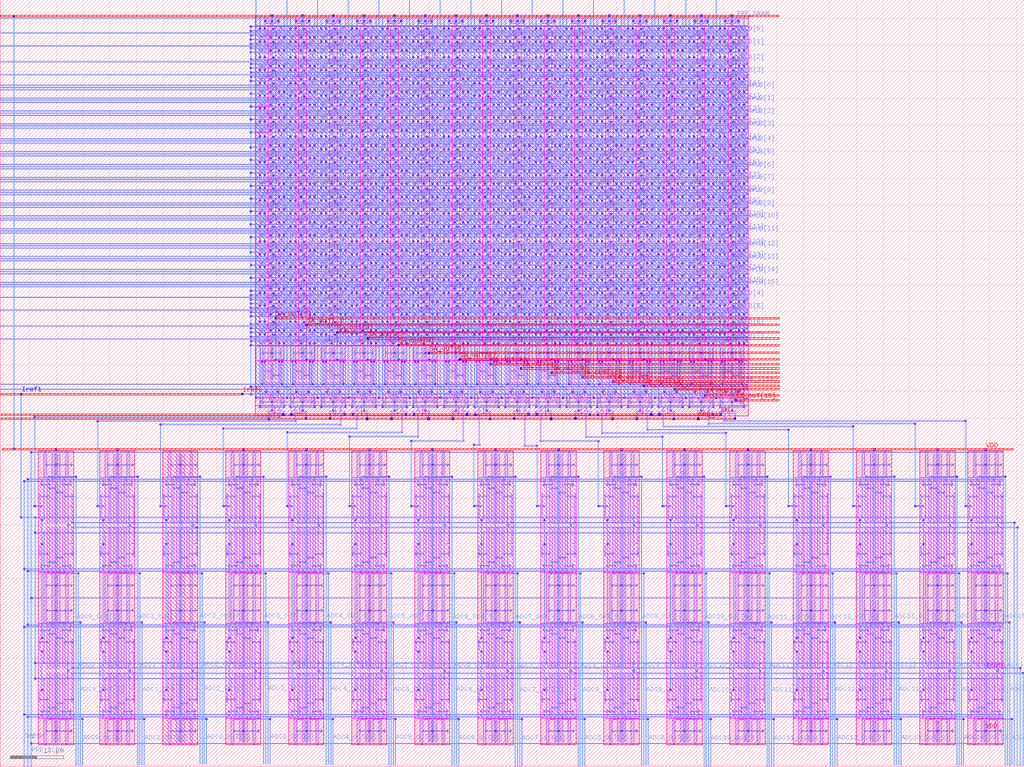
<source format=lef>
VERSION 5.7 ;
  NOWIREEXTENSIONATPIN ON ;
  DIVIDERCHAR "/" ;
  BUSBITCHARS "[]" ;
MACRO Integrated_bitcell_with_dummy_cells
  CLASS BLOCK ;
  FOREIGN Integrated_bitcell_with_dummy_cells ;
  ORIGIN 45.520 90.350 ;
  SIZE 191.920 BY 143.910 ;
  PIN PRE_SRAM
    ANTENNAGATEAREA 3.024000 ;
    PORT
      LAYER met1 ;
        RECT 4.340 50.140 4.670 50.190 ;
        RECT 5.210 50.140 5.540 50.190 ;
        RECT 6.080 50.140 6.410 50.190 ;
        RECT 10.090 50.140 10.420 50.190 ;
        RECT 10.960 50.140 11.290 50.190 ;
        RECT 11.830 50.140 12.160 50.190 ;
        RECT 15.840 50.140 16.170 50.190 ;
        RECT 16.710 50.140 17.040 50.190 ;
        RECT 17.580 50.140 17.910 50.190 ;
        RECT 21.590 50.140 21.920 50.190 ;
        RECT 22.460 50.140 22.790 50.190 ;
        RECT 23.330 50.140 23.660 50.190 ;
        RECT 27.340 50.140 27.670 50.190 ;
        RECT 28.210 50.140 28.540 50.190 ;
        RECT 29.080 50.140 29.410 50.190 ;
        RECT 33.090 50.140 33.420 50.190 ;
        RECT 33.960 50.140 34.290 50.190 ;
        RECT 34.830 50.140 35.160 50.190 ;
        RECT 38.840 50.140 39.170 50.190 ;
        RECT 39.710 50.140 40.040 50.190 ;
        RECT 40.580 50.140 40.910 50.190 ;
        RECT 44.590 50.140 44.920 50.190 ;
        RECT 45.460 50.140 45.790 50.190 ;
        RECT 46.330 50.140 46.660 50.190 ;
        RECT 50.340 50.140 50.670 50.190 ;
        RECT 51.210 50.140 51.540 50.190 ;
        RECT 52.080 50.140 52.410 50.190 ;
        RECT 56.090 50.140 56.420 50.190 ;
        RECT 56.960 50.140 57.290 50.190 ;
        RECT 57.830 50.140 58.160 50.190 ;
        RECT 61.840 50.140 62.170 50.190 ;
        RECT 62.710 50.140 63.040 50.190 ;
        RECT 63.580 50.140 63.910 50.190 ;
        RECT 67.590 50.140 67.920 50.190 ;
        RECT 68.460 50.140 68.790 50.190 ;
        RECT 69.330 50.140 69.660 50.190 ;
        RECT 73.340 50.140 73.670 50.190 ;
        RECT 74.210 50.140 74.540 50.190 ;
        RECT 75.080 50.140 75.410 50.190 ;
        RECT 79.090 50.140 79.420 50.190 ;
        RECT 79.960 50.140 80.290 50.190 ;
        RECT 80.830 50.140 81.160 50.190 ;
        RECT 84.840 50.140 85.170 50.190 ;
        RECT 85.710 50.140 86.040 50.190 ;
        RECT 86.580 50.140 86.910 50.190 ;
        RECT 90.590 50.140 90.920 50.190 ;
        RECT 91.460 50.140 91.790 50.190 ;
        RECT 92.330 50.140 92.660 50.190 ;
        RECT -45.490 50.000 94.660 50.140 ;
        RECT 4.340 49.960 4.670 50.000 ;
        RECT 5.210 49.960 5.540 50.000 ;
        RECT 6.080 49.960 6.410 50.000 ;
        RECT 10.090 49.960 10.420 50.000 ;
        RECT 10.960 49.960 11.290 50.000 ;
        RECT 11.830 49.960 12.160 50.000 ;
        RECT 15.840 49.960 16.170 50.000 ;
        RECT 16.710 49.960 17.040 50.000 ;
        RECT 17.580 49.960 17.910 50.000 ;
        RECT 21.590 49.960 21.920 50.000 ;
        RECT 22.460 49.960 22.790 50.000 ;
        RECT 23.330 49.960 23.660 50.000 ;
        RECT 27.340 49.960 27.670 50.000 ;
        RECT 28.210 49.960 28.540 50.000 ;
        RECT 29.080 49.960 29.410 50.000 ;
        RECT 33.090 49.960 33.420 50.000 ;
        RECT 33.960 49.960 34.290 50.000 ;
        RECT 34.830 49.960 35.160 50.000 ;
        RECT 38.840 49.960 39.170 50.000 ;
        RECT 39.710 49.960 40.040 50.000 ;
        RECT 40.580 49.960 40.910 50.000 ;
        RECT 44.590 49.960 44.920 50.000 ;
        RECT 45.460 49.960 45.790 50.000 ;
        RECT 46.330 49.960 46.660 50.000 ;
        RECT 50.340 49.960 50.670 50.000 ;
        RECT 51.210 49.960 51.540 50.000 ;
        RECT 52.080 49.960 52.410 50.000 ;
        RECT 56.090 49.960 56.420 50.000 ;
        RECT 56.960 49.960 57.290 50.000 ;
        RECT 57.830 49.960 58.160 50.000 ;
        RECT 61.840 49.960 62.170 50.000 ;
        RECT 62.710 49.960 63.040 50.000 ;
        RECT 63.580 49.960 63.910 50.000 ;
        RECT 67.590 49.960 67.920 50.000 ;
        RECT 68.460 49.960 68.790 50.000 ;
        RECT 69.330 49.960 69.660 50.000 ;
        RECT 73.340 49.960 73.670 50.000 ;
        RECT 74.210 49.960 74.540 50.000 ;
        RECT 75.080 49.960 75.410 50.000 ;
        RECT 79.090 49.960 79.420 50.000 ;
        RECT 79.960 49.960 80.290 50.000 ;
        RECT 80.830 49.960 81.160 50.000 ;
        RECT 84.840 49.960 85.170 50.000 ;
        RECT 85.710 49.960 86.040 50.000 ;
        RECT 86.580 49.960 86.910 50.000 ;
        RECT 90.590 49.960 90.920 50.000 ;
        RECT 91.460 49.960 91.790 50.000 ;
        RECT 92.330 49.960 92.660 50.000 ;
    END
  END PRE_SRAM
  PIN RWL[0]
    ANTENNAGATEAREA 1.008000 ;
    PORT
      LAYER met1 ;
        RECT 2.460 37.550 2.760 37.620 ;
        RECT 8.210 37.550 8.510 37.620 ;
        RECT 13.960 37.550 14.260 37.620 ;
        RECT 19.710 37.550 20.010 37.620 ;
        RECT 25.460 37.550 25.760 37.620 ;
        RECT 31.210 37.550 31.510 37.620 ;
        RECT 36.960 37.550 37.260 37.620 ;
        RECT 42.710 37.550 43.010 37.620 ;
        RECT 48.460 37.550 48.760 37.620 ;
        RECT 54.210 37.550 54.510 37.620 ;
        RECT 59.960 37.550 60.260 37.620 ;
        RECT 65.710 37.550 66.010 37.620 ;
        RECT 71.460 37.550 71.760 37.620 ;
        RECT 77.210 37.550 77.510 37.620 ;
        RECT 82.960 37.550 83.260 37.620 ;
        RECT 88.710 37.550 89.010 37.620 ;
        RECT -45.490 37.410 94.660 37.550 ;
        RECT 2.460 37.330 2.760 37.410 ;
        RECT 8.210 37.330 8.510 37.410 ;
        RECT 13.960 37.330 14.260 37.410 ;
        RECT 19.710 37.330 20.010 37.410 ;
        RECT 25.460 37.330 25.760 37.410 ;
        RECT 31.210 37.330 31.510 37.410 ;
        RECT 36.960 37.330 37.260 37.410 ;
        RECT 42.710 37.330 43.010 37.410 ;
        RECT 48.460 37.330 48.760 37.410 ;
        RECT 54.210 37.330 54.510 37.410 ;
        RECT 59.960 37.330 60.260 37.410 ;
        RECT 65.710 37.330 66.010 37.410 ;
        RECT 71.460 37.330 71.760 37.410 ;
        RECT 77.210 37.330 77.510 37.410 ;
        RECT 82.960 37.330 83.260 37.410 ;
        RECT 88.710 37.330 89.010 37.410 ;
    END
  END RWL[0]
  PIN WWL[0]
    ANTENNAGATEAREA 2.016000 ;
    PORT
      LAYER met1 ;
        RECT 4.440 37.150 4.730 37.270 ;
        RECT 10.190 37.150 10.480 37.270 ;
        RECT 15.940 37.150 16.230 37.270 ;
        RECT 21.690 37.150 21.980 37.270 ;
        RECT 27.440 37.150 27.730 37.270 ;
        RECT 33.190 37.150 33.480 37.270 ;
        RECT 38.940 37.150 39.230 37.270 ;
        RECT 44.690 37.150 44.980 37.270 ;
        RECT 50.440 37.150 50.730 37.270 ;
        RECT 56.190 37.150 56.480 37.270 ;
        RECT 61.940 37.150 62.230 37.270 ;
        RECT 67.690 37.150 67.980 37.270 ;
        RECT 73.440 37.150 73.730 37.270 ;
        RECT 79.190 37.150 79.480 37.270 ;
        RECT 84.940 37.150 85.230 37.270 ;
        RECT 90.690 37.150 90.980 37.270 ;
        RECT -45.490 37.010 94.660 37.150 ;
        RECT 6.050 36.890 6.340 37.010 ;
        RECT 11.800 36.890 12.090 37.010 ;
        RECT 17.550 36.890 17.840 37.010 ;
        RECT 23.300 36.890 23.590 37.010 ;
        RECT 29.050 36.890 29.340 37.010 ;
        RECT 34.800 36.890 35.090 37.010 ;
        RECT 40.550 36.890 40.840 37.010 ;
        RECT 46.300 36.890 46.590 37.010 ;
        RECT 52.050 36.890 52.340 37.010 ;
        RECT 57.800 36.890 58.090 37.010 ;
        RECT 63.550 36.890 63.840 37.010 ;
        RECT 69.300 36.890 69.590 37.010 ;
        RECT 75.050 36.890 75.340 37.010 ;
        RECT 80.800 36.890 81.090 37.010 ;
        RECT 86.550 36.890 86.840 37.010 ;
        RECT 92.300 36.890 92.590 37.010 ;
    END
  END WWL[0]
  PIN RWLB[0]
    ANTENNAGATEAREA 1.008000 ;
    PORT
      LAYER met1 ;
        RECT 8.010 36.740 8.310 36.840 ;
        RECT 13.760 36.740 14.060 36.840 ;
        RECT 19.510 36.740 19.810 36.840 ;
        RECT 25.260 36.740 25.560 36.840 ;
        RECT 31.010 36.740 31.310 36.840 ;
        RECT 36.760 36.740 37.060 36.840 ;
        RECT 42.510 36.740 42.810 36.840 ;
        RECT 48.260 36.740 48.560 36.840 ;
        RECT 54.010 36.740 54.310 36.840 ;
        RECT 59.760 36.740 60.060 36.840 ;
        RECT 65.510 36.740 65.810 36.840 ;
        RECT 71.260 36.740 71.560 36.840 ;
        RECT 77.010 36.740 77.310 36.840 ;
        RECT 82.760 36.740 83.060 36.840 ;
        RECT 88.510 36.740 88.810 36.840 ;
        RECT 94.260 36.740 94.560 36.840 ;
        RECT -45.490 36.600 94.660 36.740 ;
        RECT 8.010 36.510 8.310 36.600 ;
        RECT 13.760 36.510 14.060 36.600 ;
        RECT 19.510 36.510 19.810 36.600 ;
        RECT 25.260 36.510 25.560 36.600 ;
        RECT 31.010 36.510 31.310 36.600 ;
        RECT 36.760 36.510 37.060 36.600 ;
        RECT 42.510 36.510 42.810 36.600 ;
        RECT 48.260 36.510 48.560 36.600 ;
        RECT 54.010 36.510 54.310 36.600 ;
        RECT 59.760 36.510 60.060 36.600 ;
        RECT 65.510 36.510 65.810 36.600 ;
        RECT 71.260 36.510 71.560 36.600 ;
        RECT 77.010 36.510 77.310 36.600 ;
        RECT 82.760 36.510 83.060 36.600 ;
        RECT 88.510 36.510 88.810 36.600 ;
        RECT 94.260 36.510 94.560 36.600 ;
    END
  END RWLB[0]
  PIN RWL[1]
    ANTENNAGATEAREA 1.008000 ;
    PORT
      LAYER met1 ;
        RECT 2.460 35.140 2.760 35.210 ;
        RECT 8.210 35.140 8.510 35.210 ;
        RECT 13.960 35.140 14.260 35.210 ;
        RECT 19.710 35.140 20.010 35.210 ;
        RECT 25.460 35.140 25.760 35.210 ;
        RECT 31.210 35.140 31.510 35.210 ;
        RECT 36.960 35.140 37.260 35.210 ;
        RECT 42.710 35.140 43.010 35.210 ;
        RECT 48.460 35.140 48.760 35.210 ;
        RECT 54.210 35.140 54.510 35.210 ;
        RECT 59.960 35.140 60.260 35.210 ;
        RECT 65.710 35.140 66.010 35.210 ;
        RECT 71.460 35.140 71.760 35.210 ;
        RECT 77.210 35.140 77.510 35.210 ;
        RECT 82.960 35.140 83.260 35.210 ;
        RECT 88.710 35.140 89.010 35.210 ;
        RECT -45.490 35.000 94.660 35.140 ;
        RECT 2.460 34.920 2.760 35.000 ;
        RECT 8.210 34.920 8.510 35.000 ;
        RECT 13.960 34.920 14.260 35.000 ;
        RECT 19.710 34.920 20.010 35.000 ;
        RECT 25.460 34.920 25.760 35.000 ;
        RECT 31.210 34.920 31.510 35.000 ;
        RECT 36.960 34.920 37.260 35.000 ;
        RECT 42.710 34.920 43.010 35.000 ;
        RECT 48.460 34.920 48.760 35.000 ;
        RECT 54.210 34.920 54.510 35.000 ;
        RECT 59.960 34.920 60.260 35.000 ;
        RECT 65.710 34.920 66.010 35.000 ;
        RECT 71.460 34.920 71.760 35.000 ;
        RECT 77.210 34.920 77.510 35.000 ;
        RECT 82.960 34.920 83.260 35.000 ;
        RECT 88.710 34.920 89.010 35.000 ;
    END
  END RWL[1]
  PIN WWL[1]
    ANTENNAGATEAREA 2.016000 ;
    PORT
      LAYER met1 ;
        RECT 4.440 34.740 4.730 34.860 ;
        RECT 10.190 34.740 10.480 34.860 ;
        RECT 15.940 34.740 16.230 34.860 ;
        RECT 21.690 34.740 21.980 34.860 ;
        RECT 27.440 34.740 27.730 34.860 ;
        RECT 33.190 34.740 33.480 34.860 ;
        RECT 38.940 34.740 39.230 34.860 ;
        RECT 44.690 34.740 44.980 34.860 ;
        RECT 50.440 34.740 50.730 34.860 ;
        RECT 56.190 34.740 56.480 34.860 ;
        RECT 61.940 34.740 62.230 34.860 ;
        RECT 67.690 34.740 67.980 34.860 ;
        RECT 73.440 34.740 73.730 34.860 ;
        RECT 79.190 34.740 79.480 34.860 ;
        RECT 84.940 34.740 85.230 34.860 ;
        RECT 90.690 34.740 90.980 34.860 ;
        RECT -45.490 34.600 94.660 34.740 ;
        RECT 6.050 34.480 6.340 34.600 ;
        RECT 11.800 34.480 12.090 34.600 ;
        RECT 17.550 34.480 17.840 34.600 ;
        RECT 23.300 34.480 23.590 34.600 ;
        RECT 29.050 34.480 29.340 34.600 ;
        RECT 34.800 34.480 35.090 34.600 ;
        RECT 40.550 34.480 40.840 34.600 ;
        RECT 46.300 34.480 46.590 34.600 ;
        RECT 52.050 34.480 52.340 34.600 ;
        RECT 57.800 34.480 58.090 34.600 ;
        RECT 63.550 34.480 63.840 34.600 ;
        RECT 69.300 34.480 69.590 34.600 ;
        RECT 75.050 34.480 75.340 34.600 ;
        RECT 80.800 34.480 81.090 34.600 ;
        RECT 86.550 34.480 86.840 34.600 ;
        RECT 92.300 34.480 92.590 34.600 ;
    END
  END WWL[1]
  PIN RWLB[1]
    ANTENNAGATEAREA 1.008000 ;
    PORT
      LAYER met1 ;
        RECT 8.010 34.330 8.310 34.430 ;
        RECT 13.760 34.330 14.060 34.430 ;
        RECT 19.510 34.330 19.810 34.430 ;
        RECT 25.260 34.330 25.560 34.430 ;
        RECT 31.010 34.330 31.310 34.430 ;
        RECT 36.760 34.330 37.060 34.430 ;
        RECT 42.510 34.330 42.810 34.430 ;
        RECT 48.260 34.330 48.560 34.430 ;
        RECT 54.010 34.330 54.310 34.430 ;
        RECT 59.760 34.330 60.060 34.430 ;
        RECT 65.510 34.330 65.810 34.430 ;
        RECT 71.260 34.330 71.560 34.430 ;
        RECT 77.010 34.330 77.310 34.430 ;
        RECT 82.760 34.330 83.060 34.430 ;
        RECT 88.510 34.330 88.810 34.430 ;
        RECT 94.260 34.330 94.560 34.430 ;
        RECT -45.490 34.190 94.660 34.330 ;
        RECT 8.010 34.100 8.310 34.190 ;
        RECT 13.760 34.100 14.060 34.190 ;
        RECT 19.510 34.100 19.810 34.190 ;
        RECT 25.260 34.100 25.560 34.190 ;
        RECT 31.010 34.100 31.310 34.190 ;
        RECT 36.760 34.100 37.060 34.190 ;
        RECT 42.510 34.100 42.810 34.190 ;
        RECT 48.260 34.100 48.560 34.190 ;
        RECT 54.010 34.100 54.310 34.190 ;
        RECT 59.760 34.100 60.060 34.190 ;
        RECT 65.510 34.100 65.810 34.190 ;
        RECT 71.260 34.100 71.560 34.190 ;
        RECT 77.010 34.100 77.310 34.190 ;
        RECT 82.760 34.100 83.060 34.190 ;
        RECT 88.510 34.100 88.810 34.190 ;
        RECT 94.260 34.100 94.560 34.190 ;
    END
  END RWLB[1]
  PIN RWL[2]
    ANTENNAGATEAREA 1.008000 ;
    PORT
      LAYER met1 ;
        RECT 2.460 32.730 2.760 32.800 ;
        RECT 8.210 32.730 8.510 32.800 ;
        RECT 13.960 32.730 14.260 32.800 ;
        RECT 19.710 32.730 20.010 32.800 ;
        RECT 25.460 32.730 25.760 32.800 ;
        RECT 31.210 32.730 31.510 32.800 ;
        RECT 36.960 32.730 37.260 32.800 ;
        RECT 42.710 32.730 43.010 32.800 ;
        RECT 48.460 32.730 48.760 32.800 ;
        RECT 54.210 32.730 54.510 32.800 ;
        RECT 59.960 32.730 60.260 32.800 ;
        RECT 65.710 32.730 66.010 32.800 ;
        RECT 71.460 32.730 71.760 32.800 ;
        RECT 77.210 32.730 77.510 32.800 ;
        RECT 82.960 32.730 83.260 32.800 ;
        RECT 88.710 32.730 89.010 32.800 ;
        RECT -45.490 32.590 94.660 32.730 ;
        RECT 2.460 32.510 2.760 32.590 ;
        RECT 8.210 32.510 8.510 32.590 ;
        RECT 13.960 32.510 14.260 32.590 ;
        RECT 19.710 32.510 20.010 32.590 ;
        RECT 25.460 32.510 25.760 32.590 ;
        RECT 31.210 32.510 31.510 32.590 ;
        RECT 36.960 32.510 37.260 32.590 ;
        RECT 42.710 32.510 43.010 32.590 ;
        RECT 48.460 32.510 48.760 32.590 ;
        RECT 54.210 32.510 54.510 32.590 ;
        RECT 59.960 32.510 60.260 32.590 ;
        RECT 65.710 32.510 66.010 32.590 ;
        RECT 71.460 32.510 71.760 32.590 ;
        RECT 77.210 32.510 77.510 32.590 ;
        RECT 82.960 32.510 83.260 32.590 ;
        RECT 88.710 32.510 89.010 32.590 ;
    END
  END RWL[2]
  PIN WWL[2]
    ANTENNAGATEAREA 2.016000 ;
    PORT
      LAYER met1 ;
        RECT 4.440 32.330 4.730 32.450 ;
        RECT 10.190 32.330 10.480 32.450 ;
        RECT 15.940 32.330 16.230 32.450 ;
        RECT 21.690 32.330 21.980 32.450 ;
        RECT 27.440 32.330 27.730 32.450 ;
        RECT 33.190 32.330 33.480 32.450 ;
        RECT 38.940 32.330 39.230 32.450 ;
        RECT 44.690 32.330 44.980 32.450 ;
        RECT 50.440 32.330 50.730 32.450 ;
        RECT 56.190 32.330 56.480 32.450 ;
        RECT 61.940 32.330 62.230 32.450 ;
        RECT 67.690 32.330 67.980 32.450 ;
        RECT 73.440 32.330 73.730 32.450 ;
        RECT 79.190 32.330 79.480 32.450 ;
        RECT 84.940 32.330 85.230 32.450 ;
        RECT 90.690 32.330 90.980 32.450 ;
        RECT -45.490 32.190 94.660 32.330 ;
        RECT 6.050 32.070 6.340 32.190 ;
        RECT 11.800 32.070 12.090 32.190 ;
        RECT 17.550 32.070 17.840 32.190 ;
        RECT 23.300 32.070 23.590 32.190 ;
        RECT 29.050 32.070 29.340 32.190 ;
        RECT 34.800 32.070 35.090 32.190 ;
        RECT 40.550 32.070 40.840 32.190 ;
        RECT 46.300 32.070 46.590 32.190 ;
        RECT 52.050 32.070 52.340 32.190 ;
        RECT 57.800 32.070 58.090 32.190 ;
        RECT 63.550 32.070 63.840 32.190 ;
        RECT 69.300 32.070 69.590 32.190 ;
        RECT 75.050 32.070 75.340 32.190 ;
        RECT 80.800 32.070 81.090 32.190 ;
        RECT 86.550 32.070 86.840 32.190 ;
        RECT 92.300 32.070 92.590 32.190 ;
    END
  END WWL[2]
  PIN RWLB[2]
    ANTENNAGATEAREA 1.008000 ;
    PORT
      LAYER met1 ;
        RECT 8.010 31.920 8.310 32.020 ;
        RECT 13.760 31.920 14.060 32.020 ;
        RECT 19.510 31.920 19.810 32.020 ;
        RECT 25.260 31.920 25.560 32.020 ;
        RECT 31.010 31.920 31.310 32.020 ;
        RECT 36.760 31.920 37.060 32.020 ;
        RECT 42.510 31.920 42.810 32.020 ;
        RECT 48.260 31.920 48.560 32.020 ;
        RECT 54.010 31.920 54.310 32.020 ;
        RECT 59.760 31.920 60.060 32.020 ;
        RECT 65.510 31.920 65.810 32.020 ;
        RECT 71.260 31.920 71.560 32.020 ;
        RECT 77.010 31.920 77.310 32.020 ;
        RECT 82.760 31.920 83.060 32.020 ;
        RECT 88.510 31.920 88.810 32.020 ;
        RECT 94.260 31.920 94.560 32.020 ;
        RECT -45.490 31.780 94.660 31.920 ;
        RECT 8.010 31.690 8.310 31.780 ;
        RECT 13.760 31.690 14.060 31.780 ;
        RECT 19.510 31.690 19.810 31.780 ;
        RECT 25.260 31.690 25.560 31.780 ;
        RECT 31.010 31.690 31.310 31.780 ;
        RECT 36.760 31.690 37.060 31.780 ;
        RECT 42.510 31.690 42.810 31.780 ;
        RECT 48.260 31.690 48.560 31.780 ;
        RECT 54.010 31.690 54.310 31.780 ;
        RECT 59.760 31.690 60.060 31.780 ;
        RECT 65.510 31.690 65.810 31.780 ;
        RECT 71.260 31.690 71.560 31.780 ;
        RECT 77.010 31.690 77.310 31.780 ;
        RECT 82.760 31.690 83.060 31.780 ;
        RECT 88.510 31.690 88.810 31.780 ;
        RECT 94.260 31.690 94.560 31.780 ;
    END
  END RWLB[2]
  PIN RWL[3]
    ANTENNAGATEAREA 1.008000 ;
    PORT
      LAYER met1 ;
        RECT 2.460 30.320 2.760 30.390 ;
        RECT 8.210 30.320 8.510 30.390 ;
        RECT 13.960 30.320 14.260 30.390 ;
        RECT 19.710 30.320 20.010 30.390 ;
        RECT 25.460 30.320 25.760 30.390 ;
        RECT 31.210 30.320 31.510 30.390 ;
        RECT 36.960 30.320 37.260 30.390 ;
        RECT 42.710 30.320 43.010 30.390 ;
        RECT 48.460 30.320 48.760 30.390 ;
        RECT 54.210 30.320 54.510 30.390 ;
        RECT 59.960 30.320 60.260 30.390 ;
        RECT 65.710 30.320 66.010 30.390 ;
        RECT 71.460 30.320 71.760 30.390 ;
        RECT 77.210 30.320 77.510 30.390 ;
        RECT 82.960 30.320 83.260 30.390 ;
        RECT 88.710 30.320 89.010 30.390 ;
        RECT -45.490 30.180 94.660 30.320 ;
        RECT 2.460 30.100 2.760 30.180 ;
        RECT 8.210 30.100 8.510 30.180 ;
        RECT 13.960 30.100 14.260 30.180 ;
        RECT 19.710 30.100 20.010 30.180 ;
        RECT 25.460 30.100 25.760 30.180 ;
        RECT 31.210 30.100 31.510 30.180 ;
        RECT 36.960 30.100 37.260 30.180 ;
        RECT 42.710 30.100 43.010 30.180 ;
        RECT 48.460 30.100 48.760 30.180 ;
        RECT 54.210 30.100 54.510 30.180 ;
        RECT 59.960 30.100 60.260 30.180 ;
        RECT 65.710 30.100 66.010 30.180 ;
        RECT 71.460 30.100 71.760 30.180 ;
        RECT 77.210 30.100 77.510 30.180 ;
        RECT 82.960 30.100 83.260 30.180 ;
        RECT 88.710 30.100 89.010 30.180 ;
    END
  END RWL[3]
  PIN WWL[3]
    ANTENNAGATEAREA 2.016000 ;
    PORT
      LAYER met1 ;
        RECT 4.440 29.920 4.730 30.040 ;
        RECT 10.190 29.920 10.480 30.040 ;
        RECT 15.940 29.920 16.230 30.040 ;
        RECT 21.690 29.920 21.980 30.040 ;
        RECT 27.440 29.920 27.730 30.040 ;
        RECT 33.190 29.920 33.480 30.040 ;
        RECT 38.940 29.920 39.230 30.040 ;
        RECT 44.690 29.920 44.980 30.040 ;
        RECT 50.440 29.920 50.730 30.040 ;
        RECT 56.190 29.920 56.480 30.040 ;
        RECT 61.940 29.920 62.230 30.040 ;
        RECT 67.690 29.920 67.980 30.040 ;
        RECT 73.440 29.920 73.730 30.040 ;
        RECT 79.190 29.920 79.480 30.040 ;
        RECT 84.940 29.920 85.230 30.040 ;
        RECT 90.690 29.920 90.980 30.040 ;
        RECT -45.490 29.780 94.660 29.920 ;
        RECT 6.050 29.660 6.340 29.780 ;
        RECT 11.800 29.660 12.090 29.780 ;
        RECT 17.550 29.660 17.840 29.780 ;
        RECT 23.300 29.660 23.590 29.780 ;
        RECT 29.050 29.660 29.340 29.780 ;
        RECT 34.800 29.660 35.090 29.780 ;
        RECT 40.550 29.660 40.840 29.780 ;
        RECT 46.300 29.660 46.590 29.780 ;
        RECT 52.050 29.660 52.340 29.780 ;
        RECT 57.800 29.660 58.090 29.780 ;
        RECT 63.550 29.660 63.840 29.780 ;
        RECT 69.300 29.660 69.590 29.780 ;
        RECT 75.050 29.660 75.340 29.780 ;
        RECT 80.800 29.660 81.090 29.780 ;
        RECT 86.550 29.660 86.840 29.780 ;
        RECT 92.300 29.660 92.590 29.780 ;
    END
  END WWL[3]
  PIN RWLB[3]
    ANTENNAGATEAREA 1.008000 ;
    PORT
      LAYER met1 ;
        RECT 8.010 29.510 8.310 29.610 ;
        RECT 13.760 29.510 14.060 29.610 ;
        RECT 19.510 29.510 19.810 29.610 ;
        RECT 25.260 29.510 25.560 29.610 ;
        RECT 31.010 29.510 31.310 29.610 ;
        RECT 36.760 29.510 37.060 29.610 ;
        RECT 42.510 29.510 42.810 29.610 ;
        RECT 48.260 29.510 48.560 29.610 ;
        RECT 54.010 29.510 54.310 29.610 ;
        RECT 59.760 29.510 60.060 29.610 ;
        RECT 65.510 29.510 65.810 29.610 ;
        RECT 71.260 29.510 71.560 29.610 ;
        RECT 77.010 29.510 77.310 29.610 ;
        RECT 82.760 29.510 83.060 29.610 ;
        RECT 88.510 29.510 88.810 29.610 ;
        RECT 94.260 29.510 94.560 29.610 ;
        RECT -45.490 29.370 94.660 29.510 ;
        RECT 8.010 29.280 8.310 29.370 ;
        RECT 13.760 29.280 14.060 29.370 ;
        RECT 19.510 29.280 19.810 29.370 ;
        RECT 25.260 29.280 25.560 29.370 ;
        RECT 31.010 29.280 31.310 29.370 ;
        RECT 36.760 29.280 37.060 29.370 ;
        RECT 42.510 29.280 42.810 29.370 ;
        RECT 48.260 29.280 48.560 29.370 ;
        RECT 54.010 29.280 54.310 29.370 ;
        RECT 59.760 29.280 60.060 29.370 ;
        RECT 65.510 29.280 65.810 29.370 ;
        RECT 71.260 29.280 71.560 29.370 ;
        RECT 77.010 29.280 77.310 29.370 ;
        RECT 82.760 29.280 83.060 29.370 ;
        RECT 88.510 29.280 88.810 29.370 ;
        RECT 94.260 29.280 94.560 29.370 ;
    END
  END RWLB[3]
  PIN RWL[4]
    ANTENNAGATEAREA 1.008000 ;
    PORT
      LAYER met1 ;
        RECT 2.460 27.510 2.760 27.570 ;
        RECT 8.210 27.510 8.510 27.570 ;
        RECT 13.960 27.510 14.260 27.570 ;
        RECT 19.710 27.510 20.010 27.570 ;
        RECT 25.460 27.510 25.760 27.570 ;
        RECT 31.210 27.510 31.510 27.570 ;
        RECT 36.960 27.510 37.260 27.570 ;
        RECT 42.710 27.510 43.010 27.570 ;
        RECT 48.460 27.510 48.760 27.570 ;
        RECT 54.210 27.510 54.510 27.570 ;
        RECT 59.960 27.510 60.260 27.570 ;
        RECT 65.710 27.510 66.010 27.570 ;
        RECT 71.460 27.510 71.760 27.570 ;
        RECT 77.210 27.510 77.510 27.570 ;
        RECT 82.960 27.510 83.260 27.570 ;
        RECT 88.710 27.510 89.010 27.570 ;
        RECT -45.490 27.370 94.660 27.510 ;
        RECT 2.460 27.290 2.760 27.370 ;
        RECT 8.210 27.290 8.510 27.370 ;
        RECT 13.960 27.290 14.260 27.370 ;
        RECT 19.710 27.290 20.010 27.370 ;
        RECT 25.460 27.290 25.760 27.370 ;
        RECT 31.210 27.290 31.510 27.370 ;
        RECT 36.960 27.290 37.260 27.370 ;
        RECT 42.710 27.290 43.010 27.370 ;
        RECT 48.460 27.290 48.760 27.370 ;
        RECT 54.210 27.290 54.510 27.370 ;
        RECT 59.960 27.290 60.260 27.370 ;
        RECT 65.710 27.290 66.010 27.370 ;
        RECT 71.460 27.290 71.760 27.370 ;
        RECT 77.210 27.290 77.510 27.370 ;
        RECT 82.960 27.290 83.260 27.370 ;
        RECT 88.710 27.290 89.010 27.370 ;
    END
  END RWL[4]
  PIN WWL[4]
    ANTENNAGATEAREA 2.016000 ;
    PORT
      LAYER met1 ;
        RECT 4.440 27.110 4.730 27.230 ;
        RECT 10.190 27.110 10.480 27.230 ;
        RECT 15.940 27.110 16.230 27.230 ;
        RECT 21.690 27.110 21.980 27.230 ;
        RECT 27.440 27.110 27.730 27.230 ;
        RECT 33.190 27.110 33.480 27.230 ;
        RECT 38.940 27.110 39.230 27.230 ;
        RECT 44.690 27.110 44.980 27.230 ;
        RECT 50.440 27.110 50.730 27.230 ;
        RECT 56.190 27.110 56.480 27.230 ;
        RECT 61.940 27.110 62.230 27.230 ;
        RECT 67.690 27.110 67.980 27.230 ;
        RECT 73.440 27.110 73.730 27.230 ;
        RECT 79.190 27.110 79.480 27.230 ;
        RECT 84.940 27.110 85.230 27.230 ;
        RECT 90.690 27.110 90.980 27.230 ;
        RECT -45.490 26.970 94.660 27.110 ;
        RECT 6.050 26.850 6.340 26.970 ;
        RECT 11.800 26.850 12.090 26.970 ;
        RECT 17.550 26.850 17.840 26.970 ;
        RECT 23.300 26.850 23.590 26.970 ;
        RECT 29.050 26.850 29.340 26.970 ;
        RECT 34.800 26.850 35.090 26.970 ;
        RECT 40.550 26.850 40.840 26.970 ;
        RECT 46.300 26.850 46.590 26.970 ;
        RECT 52.050 26.850 52.340 26.970 ;
        RECT 57.800 26.850 58.090 26.970 ;
        RECT 63.550 26.850 63.840 26.970 ;
        RECT 69.300 26.850 69.590 26.970 ;
        RECT 75.050 26.850 75.340 26.970 ;
        RECT 80.800 26.850 81.090 26.970 ;
        RECT 86.550 26.850 86.840 26.970 ;
        RECT 92.300 26.850 92.590 26.970 ;
    END
  END WWL[4]
  PIN RWLB[4]
    ANTENNAGATEAREA 1.008000 ;
    PORT
      LAYER met1 ;
        RECT 8.010 26.700 8.310 26.800 ;
        RECT 13.760 26.700 14.060 26.800 ;
        RECT 19.510 26.700 19.810 26.800 ;
        RECT 25.260 26.700 25.560 26.800 ;
        RECT 31.010 26.700 31.310 26.800 ;
        RECT 36.760 26.700 37.060 26.800 ;
        RECT 42.510 26.700 42.810 26.800 ;
        RECT 48.260 26.700 48.560 26.800 ;
        RECT 54.010 26.700 54.310 26.800 ;
        RECT 59.760 26.700 60.060 26.800 ;
        RECT 65.510 26.700 65.810 26.800 ;
        RECT 71.260 26.700 71.560 26.800 ;
        RECT 77.010 26.700 77.310 26.800 ;
        RECT 82.760 26.700 83.060 26.800 ;
        RECT 88.510 26.700 88.810 26.800 ;
        RECT 94.260 26.700 94.560 26.800 ;
        RECT -45.490 26.560 94.660 26.700 ;
        RECT 8.010 26.470 8.310 26.560 ;
        RECT 13.760 26.470 14.060 26.560 ;
        RECT 19.510 26.470 19.810 26.560 ;
        RECT 25.260 26.470 25.560 26.560 ;
        RECT 31.010 26.470 31.310 26.560 ;
        RECT 36.760 26.470 37.060 26.560 ;
        RECT 42.510 26.470 42.810 26.560 ;
        RECT 48.260 26.470 48.560 26.560 ;
        RECT 54.010 26.470 54.310 26.560 ;
        RECT 59.760 26.470 60.060 26.560 ;
        RECT 65.510 26.470 65.810 26.560 ;
        RECT 71.260 26.470 71.560 26.560 ;
        RECT 77.010 26.470 77.310 26.560 ;
        RECT 82.760 26.470 83.060 26.560 ;
        RECT 88.510 26.470 88.810 26.560 ;
        RECT 94.260 26.470 94.560 26.560 ;
    END
  END RWLB[4]
  PIN RWL[5]
    ANTENNAGATEAREA 1.008000 ;
    PORT
      LAYER met1 ;
        RECT 2.460 25.100 2.760 25.170 ;
        RECT 8.210 25.100 8.510 25.170 ;
        RECT 13.960 25.100 14.260 25.170 ;
        RECT 19.710 25.100 20.010 25.170 ;
        RECT 25.460 25.100 25.760 25.170 ;
        RECT 31.210 25.100 31.510 25.170 ;
        RECT 36.960 25.100 37.260 25.170 ;
        RECT 42.710 25.100 43.010 25.170 ;
        RECT 48.460 25.100 48.760 25.170 ;
        RECT 54.210 25.100 54.510 25.170 ;
        RECT 59.960 25.100 60.260 25.170 ;
        RECT 65.710 25.100 66.010 25.170 ;
        RECT 71.460 25.100 71.760 25.170 ;
        RECT 77.210 25.100 77.510 25.170 ;
        RECT 82.960 25.100 83.260 25.170 ;
        RECT 88.710 25.100 89.010 25.170 ;
        RECT -45.490 24.960 94.660 25.100 ;
        RECT 2.460 24.880 2.760 24.960 ;
        RECT 8.210 24.880 8.510 24.960 ;
        RECT 13.960 24.880 14.260 24.960 ;
        RECT 19.710 24.880 20.010 24.960 ;
        RECT 25.460 24.880 25.760 24.960 ;
        RECT 31.210 24.880 31.510 24.960 ;
        RECT 36.960 24.880 37.260 24.960 ;
        RECT 42.710 24.880 43.010 24.960 ;
        RECT 48.460 24.880 48.760 24.960 ;
        RECT 54.210 24.880 54.510 24.960 ;
        RECT 59.960 24.880 60.260 24.960 ;
        RECT 65.710 24.880 66.010 24.960 ;
        RECT 71.460 24.880 71.760 24.960 ;
        RECT 77.210 24.880 77.510 24.960 ;
        RECT 82.960 24.880 83.260 24.960 ;
        RECT 88.710 24.880 89.010 24.960 ;
    END
  END RWL[5]
  PIN WWL[5]
    ANTENNAGATEAREA 2.016000 ;
    PORT
      LAYER met1 ;
        RECT 4.440 24.700 4.730 24.820 ;
        RECT 10.190 24.700 10.480 24.820 ;
        RECT 15.940 24.700 16.230 24.820 ;
        RECT 21.690 24.700 21.980 24.820 ;
        RECT 27.440 24.700 27.730 24.820 ;
        RECT 33.190 24.700 33.480 24.820 ;
        RECT 38.940 24.700 39.230 24.820 ;
        RECT 44.690 24.700 44.980 24.820 ;
        RECT 50.440 24.700 50.730 24.820 ;
        RECT 56.190 24.700 56.480 24.820 ;
        RECT 61.940 24.700 62.230 24.820 ;
        RECT 67.690 24.700 67.980 24.820 ;
        RECT 73.440 24.700 73.730 24.820 ;
        RECT 79.190 24.700 79.480 24.820 ;
        RECT 84.940 24.700 85.230 24.820 ;
        RECT 90.690 24.700 90.980 24.820 ;
        RECT -45.490 24.560 94.660 24.700 ;
        RECT 6.050 24.440 6.340 24.560 ;
        RECT 11.800 24.440 12.090 24.560 ;
        RECT 17.550 24.440 17.840 24.560 ;
        RECT 23.300 24.440 23.590 24.560 ;
        RECT 29.050 24.440 29.340 24.560 ;
        RECT 34.800 24.440 35.090 24.560 ;
        RECT 40.550 24.440 40.840 24.560 ;
        RECT 46.300 24.440 46.590 24.560 ;
        RECT 52.050 24.440 52.340 24.560 ;
        RECT 57.800 24.440 58.090 24.560 ;
        RECT 63.550 24.440 63.840 24.560 ;
        RECT 69.300 24.440 69.590 24.560 ;
        RECT 75.050 24.440 75.340 24.560 ;
        RECT 80.800 24.440 81.090 24.560 ;
        RECT 86.550 24.440 86.840 24.560 ;
        RECT 92.300 24.440 92.590 24.560 ;
    END
  END WWL[5]
  PIN RWLB[5]
    ANTENNAGATEAREA 1.008000 ;
    PORT
      LAYER met1 ;
        RECT 8.010 24.290 8.310 24.390 ;
        RECT 13.760 24.290 14.060 24.390 ;
        RECT 19.510 24.290 19.810 24.390 ;
        RECT 25.260 24.290 25.560 24.390 ;
        RECT 31.010 24.290 31.310 24.390 ;
        RECT 36.760 24.290 37.060 24.390 ;
        RECT 42.510 24.290 42.810 24.390 ;
        RECT 48.260 24.290 48.560 24.390 ;
        RECT 54.010 24.290 54.310 24.390 ;
        RECT 59.760 24.290 60.060 24.390 ;
        RECT 65.510 24.290 65.810 24.390 ;
        RECT 71.260 24.290 71.560 24.390 ;
        RECT 77.010 24.290 77.310 24.390 ;
        RECT 82.760 24.290 83.060 24.390 ;
        RECT 88.510 24.290 88.810 24.390 ;
        RECT 94.260 24.290 94.560 24.390 ;
        RECT -45.490 24.150 94.660 24.290 ;
        RECT 8.010 24.060 8.310 24.150 ;
        RECT 13.760 24.060 14.060 24.150 ;
        RECT 19.510 24.060 19.810 24.150 ;
        RECT 25.260 24.060 25.560 24.150 ;
        RECT 31.010 24.060 31.310 24.150 ;
        RECT 36.760 24.060 37.060 24.150 ;
        RECT 42.510 24.060 42.810 24.150 ;
        RECT 48.260 24.060 48.560 24.150 ;
        RECT 54.010 24.060 54.310 24.150 ;
        RECT 59.760 24.060 60.060 24.150 ;
        RECT 65.510 24.060 65.810 24.150 ;
        RECT 71.260 24.060 71.560 24.150 ;
        RECT 77.010 24.060 77.310 24.150 ;
        RECT 82.760 24.060 83.060 24.150 ;
        RECT 88.510 24.060 88.810 24.150 ;
        RECT 94.260 24.060 94.560 24.150 ;
    END
  END RWLB[5]
  PIN RWL[6]
    ANTENNAGATEAREA 1.008000 ;
    PORT
      LAYER met1 ;
        RECT 2.460 22.690 2.760 22.760 ;
        RECT 8.210 22.690 8.510 22.760 ;
        RECT 13.960 22.690 14.260 22.760 ;
        RECT 19.710 22.690 20.010 22.760 ;
        RECT 25.460 22.690 25.760 22.760 ;
        RECT 31.210 22.690 31.510 22.760 ;
        RECT 36.960 22.690 37.260 22.760 ;
        RECT 42.710 22.690 43.010 22.760 ;
        RECT 48.460 22.690 48.760 22.760 ;
        RECT 54.210 22.690 54.510 22.760 ;
        RECT 59.960 22.690 60.260 22.760 ;
        RECT 65.710 22.690 66.010 22.760 ;
        RECT 71.460 22.690 71.760 22.760 ;
        RECT 77.210 22.690 77.510 22.760 ;
        RECT 82.960 22.690 83.260 22.760 ;
        RECT 88.710 22.690 89.010 22.760 ;
        RECT -45.490 22.550 94.660 22.690 ;
        RECT 2.460 22.470 2.760 22.550 ;
        RECT 8.210 22.470 8.510 22.550 ;
        RECT 13.960 22.470 14.260 22.550 ;
        RECT 19.710 22.470 20.010 22.550 ;
        RECT 25.460 22.470 25.760 22.550 ;
        RECT 31.210 22.470 31.510 22.550 ;
        RECT 36.960 22.470 37.260 22.550 ;
        RECT 42.710 22.470 43.010 22.550 ;
        RECT 48.460 22.470 48.760 22.550 ;
        RECT 54.210 22.470 54.510 22.550 ;
        RECT 59.960 22.470 60.260 22.550 ;
        RECT 65.710 22.470 66.010 22.550 ;
        RECT 71.460 22.470 71.760 22.550 ;
        RECT 77.210 22.470 77.510 22.550 ;
        RECT 82.960 22.470 83.260 22.550 ;
        RECT 88.710 22.470 89.010 22.550 ;
    END
  END RWL[6]
  PIN WWL[6]
    ANTENNAGATEAREA 2.016000 ;
    PORT
      LAYER met1 ;
        RECT 4.440 22.290 4.730 22.410 ;
        RECT 10.190 22.290 10.480 22.410 ;
        RECT 15.940 22.290 16.230 22.410 ;
        RECT 21.690 22.290 21.980 22.410 ;
        RECT 27.440 22.290 27.730 22.410 ;
        RECT 33.190 22.290 33.480 22.410 ;
        RECT 38.940 22.290 39.230 22.410 ;
        RECT 44.690 22.290 44.980 22.410 ;
        RECT 50.440 22.290 50.730 22.410 ;
        RECT 56.190 22.290 56.480 22.410 ;
        RECT 61.940 22.290 62.230 22.410 ;
        RECT 67.690 22.290 67.980 22.410 ;
        RECT 73.440 22.290 73.730 22.410 ;
        RECT 79.190 22.290 79.480 22.410 ;
        RECT 84.940 22.290 85.230 22.410 ;
        RECT 90.690 22.290 90.980 22.410 ;
        RECT -45.490 22.150 94.660 22.290 ;
        RECT 6.050 22.030 6.340 22.150 ;
        RECT 11.800 22.030 12.090 22.150 ;
        RECT 17.550 22.030 17.840 22.150 ;
        RECT 23.300 22.030 23.590 22.150 ;
        RECT 29.050 22.030 29.340 22.150 ;
        RECT 34.800 22.030 35.090 22.150 ;
        RECT 40.550 22.030 40.840 22.150 ;
        RECT 46.300 22.030 46.590 22.150 ;
        RECT 52.050 22.030 52.340 22.150 ;
        RECT 57.800 22.030 58.090 22.150 ;
        RECT 63.550 22.030 63.840 22.150 ;
        RECT 69.300 22.030 69.590 22.150 ;
        RECT 75.050 22.030 75.340 22.150 ;
        RECT 80.800 22.030 81.090 22.150 ;
        RECT 86.550 22.030 86.840 22.150 ;
        RECT 92.300 22.030 92.590 22.150 ;
    END
  END WWL[6]
  PIN RWLB[6]
    ANTENNAGATEAREA 1.008000 ;
    PORT
      LAYER met1 ;
        RECT 8.010 21.880 8.310 21.980 ;
        RECT 13.760 21.880 14.060 21.980 ;
        RECT 19.510 21.880 19.810 21.980 ;
        RECT 25.260 21.880 25.560 21.980 ;
        RECT 31.010 21.880 31.310 21.980 ;
        RECT 36.760 21.880 37.060 21.980 ;
        RECT 42.510 21.880 42.810 21.980 ;
        RECT 48.260 21.880 48.560 21.980 ;
        RECT 54.010 21.880 54.310 21.980 ;
        RECT 59.760 21.880 60.060 21.980 ;
        RECT 65.510 21.880 65.810 21.980 ;
        RECT 71.260 21.880 71.560 21.980 ;
        RECT 77.010 21.880 77.310 21.980 ;
        RECT 82.760 21.880 83.060 21.980 ;
        RECT 88.510 21.880 88.810 21.980 ;
        RECT 94.260 21.880 94.560 21.980 ;
        RECT -45.490 21.740 94.660 21.880 ;
        RECT 8.010 21.650 8.310 21.740 ;
        RECT 13.760 21.650 14.060 21.740 ;
        RECT 19.510 21.650 19.810 21.740 ;
        RECT 25.260 21.650 25.560 21.740 ;
        RECT 31.010 21.650 31.310 21.740 ;
        RECT 36.760 21.650 37.060 21.740 ;
        RECT 42.510 21.650 42.810 21.740 ;
        RECT 48.260 21.650 48.560 21.740 ;
        RECT 54.010 21.650 54.310 21.740 ;
        RECT 59.760 21.650 60.060 21.740 ;
        RECT 65.510 21.650 65.810 21.740 ;
        RECT 71.260 21.650 71.560 21.740 ;
        RECT 77.010 21.650 77.310 21.740 ;
        RECT 82.760 21.650 83.060 21.740 ;
        RECT 88.510 21.650 88.810 21.740 ;
        RECT 94.260 21.650 94.560 21.740 ;
    END
  END RWLB[6]
  PIN RWL[7]
    ANTENNAGATEAREA 1.008000 ;
    PORT
      LAYER met1 ;
        RECT 2.460 20.280 2.760 20.350 ;
        RECT 8.210 20.280 8.510 20.350 ;
        RECT 13.960 20.280 14.260 20.350 ;
        RECT 19.710 20.280 20.010 20.350 ;
        RECT 25.460 20.280 25.760 20.350 ;
        RECT 31.210 20.280 31.510 20.350 ;
        RECT 36.960 20.280 37.260 20.350 ;
        RECT 42.710 20.280 43.010 20.350 ;
        RECT 48.460 20.280 48.760 20.350 ;
        RECT 54.210 20.280 54.510 20.350 ;
        RECT 59.960 20.280 60.260 20.350 ;
        RECT 65.710 20.280 66.010 20.350 ;
        RECT 71.460 20.280 71.760 20.350 ;
        RECT 77.210 20.280 77.510 20.350 ;
        RECT 82.960 20.280 83.260 20.350 ;
        RECT 88.710 20.280 89.010 20.350 ;
        RECT -45.490 20.140 94.660 20.280 ;
        RECT 2.460 20.060 2.760 20.140 ;
        RECT 8.210 20.060 8.510 20.140 ;
        RECT 13.960 20.060 14.260 20.140 ;
        RECT 19.710 20.060 20.010 20.140 ;
        RECT 25.460 20.060 25.760 20.140 ;
        RECT 31.210 20.060 31.510 20.140 ;
        RECT 36.960 20.060 37.260 20.140 ;
        RECT 42.710 20.060 43.010 20.140 ;
        RECT 48.460 20.060 48.760 20.140 ;
        RECT 54.210 20.060 54.510 20.140 ;
        RECT 59.960 20.060 60.260 20.140 ;
        RECT 65.710 20.060 66.010 20.140 ;
        RECT 71.460 20.060 71.760 20.140 ;
        RECT 77.210 20.060 77.510 20.140 ;
        RECT 82.960 20.060 83.260 20.140 ;
        RECT 88.710 20.060 89.010 20.140 ;
    END
  END RWL[7]
  PIN WWL[7]
    ANTENNAGATEAREA 2.016000 ;
    PORT
      LAYER met1 ;
        RECT 4.440 19.880 4.730 20.000 ;
        RECT 10.190 19.880 10.480 20.000 ;
        RECT 15.940 19.880 16.230 20.000 ;
        RECT 21.690 19.880 21.980 20.000 ;
        RECT 27.440 19.880 27.730 20.000 ;
        RECT 33.190 19.880 33.480 20.000 ;
        RECT 38.940 19.880 39.230 20.000 ;
        RECT 44.690 19.880 44.980 20.000 ;
        RECT 50.440 19.880 50.730 20.000 ;
        RECT 56.190 19.880 56.480 20.000 ;
        RECT 61.940 19.880 62.230 20.000 ;
        RECT 67.690 19.880 67.980 20.000 ;
        RECT 73.440 19.880 73.730 20.000 ;
        RECT 79.190 19.880 79.480 20.000 ;
        RECT 84.940 19.880 85.230 20.000 ;
        RECT 90.690 19.880 90.980 20.000 ;
        RECT -45.490 19.740 94.660 19.880 ;
        RECT 6.050 19.620 6.340 19.740 ;
        RECT 11.800 19.620 12.090 19.740 ;
        RECT 17.550 19.620 17.840 19.740 ;
        RECT 23.300 19.620 23.590 19.740 ;
        RECT 29.050 19.620 29.340 19.740 ;
        RECT 34.800 19.620 35.090 19.740 ;
        RECT 40.550 19.620 40.840 19.740 ;
        RECT 46.300 19.620 46.590 19.740 ;
        RECT 52.050 19.620 52.340 19.740 ;
        RECT 57.800 19.620 58.090 19.740 ;
        RECT 63.550 19.620 63.840 19.740 ;
        RECT 69.300 19.620 69.590 19.740 ;
        RECT 75.050 19.620 75.340 19.740 ;
        RECT 80.800 19.620 81.090 19.740 ;
        RECT 86.550 19.620 86.840 19.740 ;
        RECT 92.300 19.620 92.590 19.740 ;
    END
  END WWL[7]
  PIN RWLB[7]
    ANTENNAGATEAREA 1.008000 ;
    PORT
      LAYER met1 ;
        RECT 8.010 19.470 8.310 19.570 ;
        RECT 13.760 19.470 14.060 19.570 ;
        RECT 19.510 19.470 19.810 19.570 ;
        RECT 25.260 19.470 25.560 19.570 ;
        RECT 31.010 19.470 31.310 19.570 ;
        RECT 36.760 19.470 37.060 19.570 ;
        RECT 42.510 19.470 42.810 19.570 ;
        RECT 48.260 19.470 48.560 19.570 ;
        RECT 54.010 19.470 54.310 19.570 ;
        RECT 59.760 19.470 60.060 19.570 ;
        RECT 65.510 19.470 65.810 19.570 ;
        RECT 71.260 19.470 71.560 19.570 ;
        RECT 77.010 19.470 77.310 19.570 ;
        RECT 82.760 19.470 83.060 19.570 ;
        RECT 88.510 19.470 88.810 19.570 ;
        RECT 94.260 19.470 94.560 19.570 ;
        RECT -45.490 19.330 94.660 19.470 ;
        RECT 8.010 19.240 8.310 19.330 ;
        RECT 13.760 19.240 14.060 19.330 ;
        RECT 19.510 19.240 19.810 19.330 ;
        RECT 25.260 19.240 25.560 19.330 ;
        RECT 31.010 19.240 31.310 19.330 ;
        RECT 36.760 19.240 37.060 19.330 ;
        RECT 42.510 19.240 42.810 19.330 ;
        RECT 48.260 19.240 48.560 19.330 ;
        RECT 54.010 19.240 54.310 19.330 ;
        RECT 59.760 19.240 60.060 19.330 ;
        RECT 65.510 19.240 65.810 19.330 ;
        RECT 71.260 19.240 71.560 19.330 ;
        RECT 77.010 19.240 77.310 19.330 ;
        RECT 82.760 19.240 83.060 19.330 ;
        RECT 88.510 19.240 88.810 19.330 ;
        RECT 94.260 19.240 94.560 19.330 ;
    END
  END RWLB[7]
  PIN RWL[8]
    ANTENNAGATEAREA 1.008000 ;
    PORT
      LAYER met1 ;
        RECT 2.460 17.870 2.760 17.940 ;
        RECT 8.210 17.870 8.510 17.940 ;
        RECT 13.960 17.870 14.260 17.940 ;
        RECT 19.710 17.870 20.010 17.940 ;
        RECT 25.460 17.870 25.760 17.940 ;
        RECT 31.210 17.870 31.510 17.940 ;
        RECT 36.960 17.870 37.260 17.940 ;
        RECT 42.710 17.870 43.010 17.940 ;
        RECT 48.460 17.870 48.760 17.940 ;
        RECT 54.210 17.870 54.510 17.940 ;
        RECT 59.960 17.870 60.260 17.940 ;
        RECT 65.710 17.870 66.010 17.940 ;
        RECT 71.460 17.870 71.760 17.940 ;
        RECT 77.210 17.870 77.510 17.940 ;
        RECT 82.960 17.870 83.260 17.940 ;
        RECT 88.710 17.870 89.010 17.940 ;
        RECT -45.490 17.730 94.660 17.870 ;
        RECT 2.460 17.650 2.760 17.730 ;
        RECT 8.210 17.650 8.510 17.730 ;
        RECT 13.960 17.650 14.260 17.730 ;
        RECT 19.710 17.650 20.010 17.730 ;
        RECT 25.460 17.650 25.760 17.730 ;
        RECT 31.210 17.650 31.510 17.730 ;
        RECT 36.960 17.650 37.260 17.730 ;
        RECT 42.710 17.650 43.010 17.730 ;
        RECT 48.460 17.650 48.760 17.730 ;
        RECT 54.210 17.650 54.510 17.730 ;
        RECT 59.960 17.650 60.260 17.730 ;
        RECT 65.710 17.650 66.010 17.730 ;
        RECT 71.460 17.650 71.760 17.730 ;
        RECT 77.210 17.650 77.510 17.730 ;
        RECT 82.960 17.650 83.260 17.730 ;
        RECT 88.710 17.650 89.010 17.730 ;
    END
  END RWL[8]
  PIN WWL[8]
    ANTENNAGATEAREA 2.016000 ;
    PORT
      LAYER met1 ;
        RECT 4.440 17.470 4.730 17.590 ;
        RECT 10.190 17.470 10.480 17.590 ;
        RECT 15.940 17.470 16.230 17.590 ;
        RECT 21.690 17.470 21.980 17.590 ;
        RECT 27.440 17.470 27.730 17.590 ;
        RECT 33.190 17.470 33.480 17.590 ;
        RECT 38.940 17.470 39.230 17.590 ;
        RECT 44.690 17.470 44.980 17.590 ;
        RECT 50.440 17.470 50.730 17.590 ;
        RECT 56.190 17.470 56.480 17.590 ;
        RECT 61.940 17.470 62.230 17.590 ;
        RECT 67.690 17.470 67.980 17.590 ;
        RECT 73.440 17.470 73.730 17.590 ;
        RECT 79.190 17.470 79.480 17.590 ;
        RECT 84.940 17.470 85.230 17.590 ;
        RECT 90.690 17.470 90.980 17.590 ;
        RECT -45.490 17.330 94.660 17.470 ;
        RECT 6.050 17.210 6.340 17.330 ;
        RECT 11.800 17.210 12.090 17.330 ;
        RECT 17.550 17.210 17.840 17.330 ;
        RECT 23.300 17.210 23.590 17.330 ;
        RECT 29.050 17.210 29.340 17.330 ;
        RECT 34.800 17.210 35.090 17.330 ;
        RECT 40.550 17.210 40.840 17.330 ;
        RECT 46.300 17.210 46.590 17.330 ;
        RECT 52.050 17.210 52.340 17.330 ;
        RECT 57.800 17.210 58.090 17.330 ;
        RECT 63.550 17.210 63.840 17.330 ;
        RECT 69.300 17.210 69.590 17.330 ;
        RECT 75.050 17.210 75.340 17.330 ;
        RECT 80.800 17.210 81.090 17.330 ;
        RECT 86.550 17.210 86.840 17.330 ;
        RECT 92.300 17.210 92.590 17.330 ;
    END
  END WWL[8]
  PIN RWLB[8]
    ANTENNAGATEAREA 1.008000 ;
    PORT
      LAYER met1 ;
        RECT 8.010 17.060 8.310 17.160 ;
        RECT 13.760 17.060 14.060 17.160 ;
        RECT 19.510 17.060 19.810 17.160 ;
        RECT 25.260 17.060 25.560 17.160 ;
        RECT 31.010 17.060 31.310 17.160 ;
        RECT 36.760 17.060 37.060 17.160 ;
        RECT 42.510 17.060 42.810 17.160 ;
        RECT 48.260 17.060 48.560 17.160 ;
        RECT 54.010 17.060 54.310 17.160 ;
        RECT 59.760 17.060 60.060 17.160 ;
        RECT 65.510 17.060 65.810 17.160 ;
        RECT 71.260 17.060 71.560 17.160 ;
        RECT 77.010 17.060 77.310 17.160 ;
        RECT 82.760 17.060 83.060 17.160 ;
        RECT 88.510 17.060 88.810 17.160 ;
        RECT 94.260 17.060 94.560 17.160 ;
        RECT -45.490 16.920 94.660 17.060 ;
        RECT 8.010 16.830 8.310 16.920 ;
        RECT 13.760 16.830 14.060 16.920 ;
        RECT 19.510 16.830 19.810 16.920 ;
        RECT 25.260 16.830 25.560 16.920 ;
        RECT 31.010 16.830 31.310 16.920 ;
        RECT 36.760 16.830 37.060 16.920 ;
        RECT 42.510 16.830 42.810 16.920 ;
        RECT 48.260 16.830 48.560 16.920 ;
        RECT 54.010 16.830 54.310 16.920 ;
        RECT 59.760 16.830 60.060 16.920 ;
        RECT 65.510 16.830 65.810 16.920 ;
        RECT 71.260 16.830 71.560 16.920 ;
        RECT 77.010 16.830 77.310 16.920 ;
        RECT 82.760 16.830 83.060 16.920 ;
        RECT 88.510 16.830 88.810 16.920 ;
        RECT 94.260 16.830 94.560 16.920 ;
    END
  END RWLB[8]
  PIN RWL[9]
    ANTENNAGATEAREA 1.008000 ;
    PORT
      LAYER met1 ;
        RECT 2.460 15.460 2.760 15.530 ;
        RECT 8.210 15.460 8.510 15.530 ;
        RECT 13.960 15.460 14.260 15.530 ;
        RECT 19.710 15.460 20.010 15.530 ;
        RECT 25.460 15.460 25.760 15.530 ;
        RECT 31.210 15.460 31.510 15.530 ;
        RECT 36.960 15.460 37.260 15.530 ;
        RECT 42.710 15.460 43.010 15.530 ;
        RECT 48.460 15.460 48.760 15.530 ;
        RECT 54.210 15.460 54.510 15.530 ;
        RECT 59.960 15.460 60.260 15.530 ;
        RECT 65.710 15.460 66.010 15.530 ;
        RECT 71.460 15.460 71.760 15.530 ;
        RECT 77.210 15.460 77.510 15.530 ;
        RECT 82.960 15.460 83.260 15.530 ;
        RECT 88.710 15.460 89.010 15.530 ;
        RECT -45.490 15.320 94.660 15.460 ;
        RECT 2.460 15.240 2.760 15.320 ;
        RECT 8.210 15.240 8.510 15.320 ;
        RECT 13.960 15.240 14.260 15.320 ;
        RECT 19.710 15.240 20.010 15.320 ;
        RECT 25.460 15.240 25.760 15.320 ;
        RECT 31.210 15.240 31.510 15.320 ;
        RECT 36.960 15.240 37.260 15.320 ;
        RECT 42.710 15.240 43.010 15.320 ;
        RECT 48.460 15.240 48.760 15.320 ;
        RECT 54.210 15.240 54.510 15.320 ;
        RECT 59.960 15.240 60.260 15.320 ;
        RECT 65.710 15.240 66.010 15.320 ;
        RECT 71.460 15.240 71.760 15.320 ;
        RECT 77.210 15.240 77.510 15.320 ;
        RECT 82.960 15.240 83.260 15.320 ;
        RECT 88.710 15.240 89.010 15.320 ;
    END
  END RWL[9]
  PIN WWL[9]
    ANTENNAGATEAREA 2.016000 ;
    PORT
      LAYER met1 ;
        RECT 4.440 15.060 4.730 15.180 ;
        RECT 10.190 15.060 10.480 15.180 ;
        RECT 15.940 15.060 16.230 15.180 ;
        RECT 21.690 15.060 21.980 15.180 ;
        RECT 27.440 15.060 27.730 15.180 ;
        RECT 33.190 15.060 33.480 15.180 ;
        RECT 38.940 15.060 39.230 15.180 ;
        RECT 44.690 15.060 44.980 15.180 ;
        RECT 50.440 15.060 50.730 15.180 ;
        RECT 56.190 15.060 56.480 15.180 ;
        RECT 61.940 15.060 62.230 15.180 ;
        RECT 67.690 15.060 67.980 15.180 ;
        RECT 73.440 15.060 73.730 15.180 ;
        RECT 79.190 15.060 79.480 15.180 ;
        RECT 84.940 15.060 85.230 15.180 ;
        RECT 90.690 15.060 90.980 15.180 ;
        RECT -45.490 14.920 94.660 15.060 ;
        RECT 6.050 14.800 6.340 14.920 ;
        RECT 11.800 14.800 12.090 14.920 ;
        RECT 17.550 14.800 17.840 14.920 ;
        RECT 23.300 14.800 23.590 14.920 ;
        RECT 29.050 14.800 29.340 14.920 ;
        RECT 34.800 14.800 35.090 14.920 ;
        RECT 40.550 14.800 40.840 14.920 ;
        RECT 46.300 14.800 46.590 14.920 ;
        RECT 52.050 14.800 52.340 14.920 ;
        RECT 57.800 14.800 58.090 14.920 ;
        RECT 63.550 14.800 63.840 14.920 ;
        RECT 69.300 14.800 69.590 14.920 ;
        RECT 75.050 14.800 75.340 14.920 ;
        RECT 80.800 14.800 81.090 14.920 ;
        RECT 86.550 14.800 86.840 14.920 ;
        RECT 92.300 14.800 92.590 14.920 ;
    END
  END WWL[9]
  PIN RWLB[9]
    ANTENNAGATEAREA 1.008000 ;
    PORT
      LAYER met1 ;
        RECT 8.010 14.650 8.310 14.750 ;
        RECT 13.760 14.650 14.060 14.750 ;
        RECT 19.510 14.650 19.810 14.750 ;
        RECT 25.260 14.650 25.560 14.750 ;
        RECT 31.010 14.650 31.310 14.750 ;
        RECT 36.760 14.650 37.060 14.750 ;
        RECT 42.510 14.650 42.810 14.750 ;
        RECT 48.260 14.650 48.560 14.750 ;
        RECT 54.010 14.650 54.310 14.750 ;
        RECT 59.760 14.650 60.060 14.750 ;
        RECT 65.510 14.650 65.810 14.750 ;
        RECT 71.260 14.650 71.560 14.750 ;
        RECT 77.010 14.650 77.310 14.750 ;
        RECT 82.760 14.650 83.060 14.750 ;
        RECT 88.510 14.650 88.810 14.750 ;
        RECT 94.260 14.650 94.560 14.750 ;
        RECT -45.490 14.510 94.660 14.650 ;
        RECT 8.010 14.420 8.310 14.510 ;
        RECT 13.760 14.420 14.060 14.510 ;
        RECT 19.510 14.420 19.810 14.510 ;
        RECT 25.260 14.420 25.560 14.510 ;
        RECT 31.010 14.420 31.310 14.510 ;
        RECT 36.760 14.420 37.060 14.510 ;
        RECT 42.510 14.420 42.810 14.510 ;
        RECT 48.260 14.420 48.560 14.510 ;
        RECT 54.010 14.420 54.310 14.510 ;
        RECT 59.760 14.420 60.060 14.510 ;
        RECT 65.510 14.420 65.810 14.510 ;
        RECT 71.260 14.420 71.560 14.510 ;
        RECT 77.010 14.420 77.310 14.510 ;
        RECT 82.760 14.420 83.060 14.510 ;
        RECT 88.510 14.420 88.810 14.510 ;
        RECT 94.260 14.420 94.560 14.510 ;
    END
  END RWLB[9]
  PIN RWL[10]
    ANTENNAGATEAREA 1.008000 ;
    PORT
      LAYER met1 ;
        RECT 2.460 13.050 2.760 13.120 ;
        RECT 8.210 13.050 8.510 13.120 ;
        RECT 13.960 13.050 14.260 13.120 ;
        RECT 19.710 13.050 20.010 13.120 ;
        RECT 25.460 13.050 25.760 13.120 ;
        RECT 31.210 13.050 31.510 13.120 ;
        RECT 36.960 13.050 37.260 13.120 ;
        RECT 42.710 13.050 43.010 13.120 ;
        RECT 48.460 13.050 48.760 13.120 ;
        RECT 54.210 13.050 54.510 13.120 ;
        RECT 59.960 13.050 60.260 13.120 ;
        RECT 65.710 13.050 66.010 13.120 ;
        RECT 71.460 13.050 71.760 13.120 ;
        RECT 77.210 13.050 77.510 13.120 ;
        RECT 82.960 13.050 83.260 13.120 ;
        RECT 88.710 13.050 89.010 13.120 ;
        RECT -45.490 12.910 94.660 13.050 ;
        RECT 2.460 12.830 2.760 12.910 ;
        RECT 8.210 12.830 8.510 12.910 ;
        RECT 13.960 12.830 14.260 12.910 ;
        RECT 19.710 12.830 20.010 12.910 ;
        RECT 25.460 12.830 25.760 12.910 ;
        RECT 31.210 12.830 31.510 12.910 ;
        RECT 36.960 12.830 37.260 12.910 ;
        RECT 42.710 12.830 43.010 12.910 ;
        RECT 48.460 12.830 48.760 12.910 ;
        RECT 54.210 12.830 54.510 12.910 ;
        RECT 59.960 12.830 60.260 12.910 ;
        RECT 65.710 12.830 66.010 12.910 ;
        RECT 71.460 12.830 71.760 12.910 ;
        RECT 77.210 12.830 77.510 12.910 ;
        RECT 82.960 12.830 83.260 12.910 ;
        RECT 88.710 12.830 89.010 12.910 ;
    END
  END RWL[10]
  PIN WWL[10]
    ANTENNAGATEAREA 2.016000 ;
    PORT
      LAYER met1 ;
        RECT 4.440 12.650 4.730 12.770 ;
        RECT 10.190 12.650 10.480 12.770 ;
        RECT 15.940 12.650 16.230 12.770 ;
        RECT 21.690 12.650 21.980 12.770 ;
        RECT 27.440 12.650 27.730 12.770 ;
        RECT 33.190 12.650 33.480 12.770 ;
        RECT 38.940 12.650 39.230 12.770 ;
        RECT 44.690 12.650 44.980 12.770 ;
        RECT 50.440 12.650 50.730 12.770 ;
        RECT 56.190 12.650 56.480 12.770 ;
        RECT 61.940 12.650 62.230 12.770 ;
        RECT 67.690 12.650 67.980 12.770 ;
        RECT 73.440 12.650 73.730 12.770 ;
        RECT 79.190 12.650 79.480 12.770 ;
        RECT 84.940 12.650 85.230 12.770 ;
        RECT 90.690 12.650 90.980 12.770 ;
        RECT -45.490 12.510 94.660 12.650 ;
        RECT 6.050 12.390 6.340 12.510 ;
        RECT 11.800 12.390 12.090 12.510 ;
        RECT 17.550 12.390 17.840 12.510 ;
        RECT 23.300 12.390 23.590 12.510 ;
        RECT 29.050 12.390 29.340 12.510 ;
        RECT 34.800 12.390 35.090 12.510 ;
        RECT 40.550 12.390 40.840 12.510 ;
        RECT 46.300 12.390 46.590 12.510 ;
        RECT 52.050 12.390 52.340 12.510 ;
        RECT 57.800 12.390 58.090 12.510 ;
        RECT 63.550 12.390 63.840 12.510 ;
        RECT 69.300 12.390 69.590 12.510 ;
        RECT 75.050 12.390 75.340 12.510 ;
        RECT 80.800 12.390 81.090 12.510 ;
        RECT 86.550 12.390 86.840 12.510 ;
        RECT 92.300 12.390 92.590 12.510 ;
    END
  END WWL[10]
  PIN RWLB[10]
    ANTENNAGATEAREA 1.008000 ;
    PORT
      LAYER met1 ;
        RECT 8.010 12.240 8.310 12.340 ;
        RECT 13.760 12.240 14.060 12.340 ;
        RECT 19.510 12.240 19.810 12.340 ;
        RECT 25.260 12.240 25.560 12.340 ;
        RECT 31.010 12.240 31.310 12.340 ;
        RECT 36.760 12.240 37.060 12.340 ;
        RECT 42.510 12.240 42.810 12.340 ;
        RECT 48.260 12.240 48.560 12.340 ;
        RECT 54.010 12.240 54.310 12.340 ;
        RECT 59.760 12.240 60.060 12.340 ;
        RECT 65.510 12.240 65.810 12.340 ;
        RECT 71.260 12.240 71.560 12.340 ;
        RECT 77.010 12.240 77.310 12.340 ;
        RECT 82.760 12.240 83.060 12.340 ;
        RECT 88.510 12.240 88.810 12.340 ;
        RECT 94.260 12.240 94.560 12.340 ;
        RECT -45.490 12.100 94.660 12.240 ;
        RECT 8.010 12.010 8.310 12.100 ;
        RECT 13.760 12.010 14.060 12.100 ;
        RECT 19.510 12.010 19.810 12.100 ;
        RECT 25.260 12.010 25.560 12.100 ;
        RECT 31.010 12.010 31.310 12.100 ;
        RECT 36.760 12.010 37.060 12.100 ;
        RECT 42.510 12.010 42.810 12.100 ;
        RECT 48.260 12.010 48.560 12.100 ;
        RECT 54.010 12.010 54.310 12.100 ;
        RECT 59.760 12.010 60.060 12.100 ;
        RECT 65.510 12.010 65.810 12.100 ;
        RECT 71.260 12.010 71.560 12.100 ;
        RECT 77.010 12.010 77.310 12.100 ;
        RECT 82.760 12.010 83.060 12.100 ;
        RECT 88.510 12.010 88.810 12.100 ;
        RECT 94.260 12.010 94.560 12.100 ;
    END
  END RWLB[10]
  PIN RWL[11]
    ANTENNAGATEAREA 1.008000 ;
    PORT
      LAYER met1 ;
        RECT 2.460 10.640 2.760 10.710 ;
        RECT 8.210 10.640 8.510 10.710 ;
        RECT 13.960 10.640 14.260 10.710 ;
        RECT 19.710 10.640 20.010 10.710 ;
        RECT 25.460 10.640 25.760 10.710 ;
        RECT 31.210 10.640 31.510 10.710 ;
        RECT 36.960 10.640 37.260 10.710 ;
        RECT 42.710 10.640 43.010 10.710 ;
        RECT 48.460 10.640 48.760 10.710 ;
        RECT 54.210 10.640 54.510 10.710 ;
        RECT 59.960 10.640 60.260 10.710 ;
        RECT 65.710 10.640 66.010 10.710 ;
        RECT 71.460 10.640 71.760 10.710 ;
        RECT 77.210 10.640 77.510 10.710 ;
        RECT 82.960 10.640 83.260 10.710 ;
        RECT 88.710 10.640 89.010 10.710 ;
        RECT -45.490 10.500 94.660 10.640 ;
        RECT 2.460 10.420 2.760 10.500 ;
        RECT 8.210 10.420 8.510 10.500 ;
        RECT 13.960 10.420 14.260 10.500 ;
        RECT 19.710 10.420 20.010 10.500 ;
        RECT 25.460 10.420 25.760 10.500 ;
        RECT 31.210 10.420 31.510 10.500 ;
        RECT 36.960 10.420 37.260 10.500 ;
        RECT 42.710 10.420 43.010 10.500 ;
        RECT 48.460 10.420 48.760 10.500 ;
        RECT 54.210 10.420 54.510 10.500 ;
        RECT 59.960 10.420 60.260 10.500 ;
        RECT 65.710 10.420 66.010 10.500 ;
        RECT 71.460 10.420 71.760 10.500 ;
        RECT 77.210 10.420 77.510 10.500 ;
        RECT 82.960 10.420 83.260 10.500 ;
        RECT 88.710 10.420 89.010 10.500 ;
    END
  END RWL[11]
  PIN WWL[11]
    ANTENNAGATEAREA 2.016000 ;
    PORT
      LAYER met1 ;
        RECT 4.440 10.240 4.730 10.360 ;
        RECT 10.190 10.240 10.480 10.360 ;
        RECT 15.940 10.240 16.230 10.360 ;
        RECT 21.690 10.240 21.980 10.360 ;
        RECT 27.440 10.240 27.730 10.360 ;
        RECT 33.190 10.240 33.480 10.360 ;
        RECT 38.940 10.240 39.230 10.360 ;
        RECT 44.690 10.240 44.980 10.360 ;
        RECT 50.440 10.240 50.730 10.360 ;
        RECT 56.190 10.240 56.480 10.360 ;
        RECT 61.940 10.240 62.230 10.360 ;
        RECT 67.690 10.240 67.980 10.360 ;
        RECT 73.440 10.240 73.730 10.360 ;
        RECT 79.190 10.240 79.480 10.360 ;
        RECT 84.940 10.240 85.230 10.360 ;
        RECT 90.690 10.240 90.980 10.360 ;
        RECT -45.490 10.100 94.660 10.240 ;
        RECT 6.050 9.980 6.340 10.100 ;
        RECT 11.800 9.980 12.090 10.100 ;
        RECT 17.550 9.980 17.840 10.100 ;
        RECT 23.300 9.980 23.590 10.100 ;
        RECT 29.050 9.980 29.340 10.100 ;
        RECT 34.800 9.980 35.090 10.100 ;
        RECT 40.550 9.980 40.840 10.100 ;
        RECT 46.300 9.980 46.590 10.100 ;
        RECT 52.050 9.980 52.340 10.100 ;
        RECT 57.800 9.980 58.090 10.100 ;
        RECT 63.550 9.980 63.840 10.100 ;
        RECT 69.300 9.980 69.590 10.100 ;
        RECT 75.050 9.980 75.340 10.100 ;
        RECT 80.800 9.980 81.090 10.100 ;
        RECT 86.550 9.980 86.840 10.100 ;
        RECT 92.300 9.980 92.590 10.100 ;
    END
  END WWL[11]
  PIN RWLB[11]
    ANTENNAGATEAREA 1.008000 ;
    PORT
      LAYER met1 ;
        RECT 8.010 9.830 8.310 9.930 ;
        RECT 13.760 9.830 14.060 9.930 ;
        RECT 19.510 9.830 19.810 9.930 ;
        RECT 25.260 9.830 25.560 9.930 ;
        RECT 31.010 9.830 31.310 9.930 ;
        RECT 36.760 9.830 37.060 9.930 ;
        RECT 42.510 9.830 42.810 9.930 ;
        RECT 48.260 9.830 48.560 9.930 ;
        RECT 54.010 9.830 54.310 9.930 ;
        RECT 59.760 9.830 60.060 9.930 ;
        RECT 65.510 9.830 65.810 9.930 ;
        RECT 71.260 9.830 71.560 9.930 ;
        RECT 77.010 9.830 77.310 9.930 ;
        RECT 82.760 9.830 83.060 9.930 ;
        RECT 88.510 9.830 88.810 9.930 ;
        RECT 94.260 9.830 94.560 9.930 ;
        RECT -45.490 9.690 94.660 9.830 ;
        RECT 8.010 9.600 8.310 9.690 ;
        RECT 13.760 9.600 14.060 9.690 ;
        RECT 19.510 9.600 19.810 9.690 ;
        RECT 25.260 9.600 25.560 9.690 ;
        RECT 31.010 9.600 31.310 9.690 ;
        RECT 36.760 9.600 37.060 9.690 ;
        RECT 42.510 9.600 42.810 9.690 ;
        RECT 48.260 9.600 48.560 9.690 ;
        RECT 54.010 9.600 54.310 9.690 ;
        RECT 59.760 9.600 60.060 9.690 ;
        RECT 65.510 9.600 65.810 9.690 ;
        RECT 71.260 9.600 71.560 9.690 ;
        RECT 77.010 9.600 77.310 9.690 ;
        RECT 82.760 9.600 83.060 9.690 ;
        RECT 88.510 9.600 88.810 9.690 ;
        RECT 94.260 9.600 94.560 9.690 ;
    END
  END RWLB[11]
  PIN RWL[12]
    ANTENNAGATEAREA 1.008000 ;
    PORT
      LAYER met1 ;
        RECT 2.460 7.820 2.760 7.880 ;
        RECT 8.210 7.820 8.510 7.880 ;
        RECT 13.960 7.820 14.260 7.880 ;
        RECT 19.710 7.820 20.010 7.880 ;
        RECT 25.460 7.820 25.760 7.880 ;
        RECT 31.210 7.820 31.510 7.880 ;
        RECT 36.960 7.820 37.260 7.880 ;
        RECT 42.710 7.820 43.010 7.880 ;
        RECT 48.460 7.820 48.760 7.880 ;
        RECT 54.210 7.820 54.510 7.880 ;
        RECT 59.960 7.820 60.260 7.880 ;
        RECT 65.710 7.820 66.010 7.880 ;
        RECT 71.460 7.820 71.760 7.880 ;
        RECT 77.210 7.820 77.510 7.880 ;
        RECT 82.960 7.820 83.260 7.880 ;
        RECT 88.710 7.820 89.010 7.880 ;
        RECT -45.490 7.680 94.660 7.820 ;
        RECT 2.460 7.600 2.760 7.680 ;
        RECT 8.210 7.600 8.510 7.680 ;
        RECT 13.960 7.600 14.260 7.680 ;
        RECT 19.710 7.600 20.010 7.680 ;
        RECT 25.460 7.600 25.760 7.680 ;
        RECT 31.210 7.600 31.510 7.680 ;
        RECT 36.960 7.600 37.260 7.680 ;
        RECT 42.710 7.600 43.010 7.680 ;
        RECT 48.460 7.600 48.760 7.680 ;
        RECT 54.210 7.600 54.510 7.680 ;
        RECT 59.960 7.600 60.260 7.680 ;
        RECT 65.710 7.600 66.010 7.680 ;
        RECT 71.460 7.600 71.760 7.680 ;
        RECT 77.210 7.600 77.510 7.680 ;
        RECT 82.960 7.600 83.260 7.680 ;
        RECT 88.710 7.600 89.010 7.680 ;
    END
  END RWL[12]
  PIN WWL[12]
    ANTENNAGATEAREA 2.016000 ;
    PORT
      LAYER met1 ;
        RECT 4.440 7.420 4.730 7.540 ;
        RECT 10.190 7.420 10.480 7.540 ;
        RECT 15.940 7.420 16.230 7.540 ;
        RECT 21.690 7.420 21.980 7.540 ;
        RECT 27.440 7.420 27.730 7.540 ;
        RECT 33.190 7.420 33.480 7.540 ;
        RECT 38.940 7.420 39.230 7.540 ;
        RECT 44.690 7.420 44.980 7.540 ;
        RECT 50.440 7.420 50.730 7.540 ;
        RECT 56.190 7.420 56.480 7.540 ;
        RECT 61.940 7.420 62.230 7.540 ;
        RECT 67.690 7.420 67.980 7.540 ;
        RECT 73.440 7.420 73.730 7.540 ;
        RECT 79.190 7.420 79.480 7.540 ;
        RECT 84.940 7.420 85.230 7.540 ;
        RECT 90.690 7.420 90.980 7.540 ;
        RECT -45.490 7.280 94.660 7.420 ;
        RECT 6.050 7.160 6.340 7.280 ;
        RECT 11.800 7.160 12.090 7.280 ;
        RECT 17.550 7.160 17.840 7.280 ;
        RECT 23.300 7.160 23.590 7.280 ;
        RECT 29.050 7.160 29.340 7.280 ;
        RECT 34.800 7.160 35.090 7.280 ;
        RECT 40.550 7.160 40.840 7.280 ;
        RECT 46.300 7.160 46.590 7.280 ;
        RECT 52.050 7.160 52.340 7.280 ;
        RECT 57.800 7.160 58.090 7.280 ;
        RECT 63.550 7.160 63.840 7.280 ;
        RECT 69.300 7.160 69.590 7.280 ;
        RECT 75.050 7.160 75.340 7.280 ;
        RECT 80.800 7.160 81.090 7.280 ;
        RECT 86.550 7.160 86.840 7.280 ;
        RECT 92.300 7.160 92.590 7.280 ;
    END
  END WWL[12]
  PIN RWLB[12]
    ANTENNAGATEAREA 1.008000 ;
    PORT
      LAYER met1 ;
        RECT 8.010 7.010 8.310 7.110 ;
        RECT 13.760 7.010 14.060 7.110 ;
        RECT 19.510 7.010 19.810 7.110 ;
        RECT 25.260 7.010 25.560 7.110 ;
        RECT 31.010 7.010 31.310 7.110 ;
        RECT 36.760 7.010 37.060 7.110 ;
        RECT 42.510 7.010 42.810 7.110 ;
        RECT 48.260 7.010 48.560 7.110 ;
        RECT 54.010 7.010 54.310 7.110 ;
        RECT 59.760 7.010 60.060 7.110 ;
        RECT 65.510 7.010 65.810 7.110 ;
        RECT 71.260 7.010 71.560 7.110 ;
        RECT 77.010 7.010 77.310 7.110 ;
        RECT 82.760 7.010 83.060 7.110 ;
        RECT 88.510 7.010 88.810 7.110 ;
        RECT 94.260 7.010 94.560 7.110 ;
        RECT -45.490 6.870 94.660 7.010 ;
        RECT 8.010 6.780 8.310 6.870 ;
        RECT 13.760 6.780 14.060 6.870 ;
        RECT 19.510 6.780 19.810 6.870 ;
        RECT 25.260 6.780 25.560 6.870 ;
        RECT 31.010 6.780 31.310 6.870 ;
        RECT 36.760 6.780 37.060 6.870 ;
        RECT 42.510 6.780 42.810 6.870 ;
        RECT 48.260 6.780 48.560 6.870 ;
        RECT 54.010 6.780 54.310 6.870 ;
        RECT 59.760 6.780 60.060 6.870 ;
        RECT 65.510 6.780 65.810 6.870 ;
        RECT 71.260 6.780 71.560 6.870 ;
        RECT 77.010 6.780 77.310 6.870 ;
        RECT 82.760 6.780 83.060 6.870 ;
        RECT 88.510 6.780 88.810 6.870 ;
        RECT 94.260 6.780 94.560 6.870 ;
    END
  END RWLB[12]
  PIN RWL[13]
    ANTENNAGATEAREA 1.008000 ;
    PORT
      LAYER met1 ;
        RECT 2.460 5.410 2.760 5.480 ;
        RECT 8.210 5.410 8.510 5.480 ;
        RECT 13.960 5.410 14.260 5.480 ;
        RECT 19.710 5.410 20.010 5.480 ;
        RECT 25.460 5.410 25.760 5.480 ;
        RECT 31.210 5.410 31.510 5.480 ;
        RECT 36.960 5.410 37.260 5.480 ;
        RECT 42.710 5.410 43.010 5.480 ;
        RECT 48.460 5.410 48.760 5.480 ;
        RECT 54.210 5.410 54.510 5.480 ;
        RECT 59.960 5.410 60.260 5.480 ;
        RECT 65.710 5.410 66.010 5.480 ;
        RECT 71.460 5.410 71.760 5.480 ;
        RECT 77.210 5.410 77.510 5.480 ;
        RECT 82.960 5.410 83.260 5.480 ;
        RECT 88.710 5.410 89.010 5.480 ;
        RECT -45.490 5.270 94.660 5.410 ;
        RECT 2.460 5.190 2.760 5.270 ;
        RECT 8.210 5.190 8.510 5.270 ;
        RECT 13.960 5.190 14.260 5.270 ;
        RECT 19.710 5.190 20.010 5.270 ;
        RECT 25.460 5.190 25.760 5.270 ;
        RECT 31.210 5.190 31.510 5.270 ;
        RECT 36.960 5.190 37.260 5.270 ;
        RECT 42.710 5.190 43.010 5.270 ;
        RECT 48.460 5.190 48.760 5.270 ;
        RECT 54.210 5.190 54.510 5.270 ;
        RECT 59.960 5.190 60.260 5.270 ;
        RECT 65.710 5.190 66.010 5.270 ;
        RECT 71.460 5.190 71.760 5.270 ;
        RECT 77.210 5.190 77.510 5.270 ;
        RECT 82.960 5.190 83.260 5.270 ;
        RECT 88.710 5.190 89.010 5.270 ;
    END
  END RWL[13]
  PIN WWL[13]
    ANTENNAGATEAREA 2.016000 ;
    PORT
      LAYER met1 ;
        RECT 4.440 5.010 4.730 5.130 ;
        RECT 10.190 5.010 10.480 5.130 ;
        RECT 15.940 5.010 16.230 5.130 ;
        RECT 21.690 5.010 21.980 5.130 ;
        RECT 27.440 5.010 27.730 5.130 ;
        RECT 33.190 5.010 33.480 5.130 ;
        RECT 38.940 5.010 39.230 5.130 ;
        RECT 44.690 5.010 44.980 5.130 ;
        RECT 50.440 5.010 50.730 5.130 ;
        RECT 56.190 5.010 56.480 5.130 ;
        RECT 61.940 5.010 62.230 5.130 ;
        RECT 67.690 5.010 67.980 5.130 ;
        RECT 73.440 5.010 73.730 5.130 ;
        RECT 79.190 5.010 79.480 5.130 ;
        RECT 84.940 5.010 85.230 5.130 ;
        RECT 90.690 5.010 90.980 5.130 ;
        RECT -45.490 4.870 94.660 5.010 ;
        RECT 6.050 4.750 6.340 4.870 ;
        RECT 11.800 4.750 12.090 4.870 ;
        RECT 17.550 4.750 17.840 4.870 ;
        RECT 23.300 4.750 23.590 4.870 ;
        RECT 29.050 4.750 29.340 4.870 ;
        RECT 34.800 4.750 35.090 4.870 ;
        RECT 40.550 4.750 40.840 4.870 ;
        RECT 46.300 4.750 46.590 4.870 ;
        RECT 52.050 4.750 52.340 4.870 ;
        RECT 57.800 4.750 58.090 4.870 ;
        RECT 63.550 4.750 63.840 4.870 ;
        RECT 69.300 4.750 69.590 4.870 ;
        RECT 75.050 4.750 75.340 4.870 ;
        RECT 80.800 4.750 81.090 4.870 ;
        RECT 86.550 4.750 86.840 4.870 ;
        RECT 92.300 4.750 92.590 4.870 ;
    END
  END WWL[13]
  PIN RWLB[13]
    ANTENNAGATEAREA 1.008000 ;
    PORT
      LAYER met1 ;
        RECT 8.010 4.600 8.310 4.700 ;
        RECT 13.760 4.600 14.060 4.700 ;
        RECT 19.510 4.600 19.810 4.700 ;
        RECT 25.260 4.600 25.560 4.700 ;
        RECT 31.010 4.600 31.310 4.700 ;
        RECT 36.760 4.600 37.060 4.700 ;
        RECT 42.510 4.600 42.810 4.700 ;
        RECT 48.260 4.600 48.560 4.700 ;
        RECT 54.010 4.600 54.310 4.700 ;
        RECT 59.760 4.600 60.060 4.700 ;
        RECT 65.510 4.600 65.810 4.700 ;
        RECT 71.260 4.600 71.560 4.700 ;
        RECT 77.010 4.600 77.310 4.700 ;
        RECT 82.760 4.600 83.060 4.700 ;
        RECT 88.510 4.600 88.810 4.700 ;
        RECT 94.260 4.600 94.560 4.700 ;
        RECT -45.490 4.460 94.660 4.600 ;
        RECT 8.010 4.370 8.310 4.460 ;
        RECT 13.760 4.370 14.060 4.460 ;
        RECT 19.510 4.370 19.810 4.460 ;
        RECT 25.260 4.370 25.560 4.460 ;
        RECT 31.010 4.370 31.310 4.460 ;
        RECT 36.760 4.370 37.060 4.460 ;
        RECT 42.510 4.370 42.810 4.460 ;
        RECT 48.260 4.370 48.560 4.460 ;
        RECT 54.010 4.370 54.310 4.460 ;
        RECT 59.760 4.370 60.060 4.460 ;
        RECT 65.510 4.370 65.810 4.460 ;
        RECT 71.260 4.370 71.560 4.460 ;
        RECT 77.010 4.370 77.310 4.460 ;
        RECT 82.760 4.370 83.060 4.460 ;
        RECT 88.510 4.370 88.810 4.460 ;
        RECT 94.260 4.370 94.560 4.460 ;
    END
  END RWLB[13]
  PIN RWL[14]
    ANTENNAGATEAREA 1.008000 ;
    PORT
      LAYER met1 ;
        RECT 2.460 3.000 2.760 3.070 ;
        RECT 8.210 3.000 8.510 3.070 ;
        RECT 13.960 3.000 14.260 3.070 ;
        RECT 19.710 3.000 20.010 3.070 ;
        RECT 25.460 3.000 25.760 3.070 ;
        RECT 31.210 3.000 31.510 3.070 ;
        RECT 36.960 3.000 37.260 3.070 ;
        RECT 42.710 3.000 43.010 3.070 ;
        RECT 48.460 3.000 48.760 3.070 ;
        RECT 54.210 3.000 54.510 3.070 ;
        RECT 59.960 3.000 60.260 3.070 ;
        RECT 65.710 3.000 66.010 3.070 ;
        RECT 71.460 3.000 71.760 3.070 ;
        RECT 77.210 3.000 77.510 3.070 ;
        RECT 82.960 3.000 83.260 3.070 ;
        RECT 88.710 3.000 89.010 3.070 ;
        RECT -45.490 2.860 94.660 3.000 ;
        RECT 2.460 2.780 2.760 2.860 ;
        RECT 8.210 2.780 8.510 2.860 ;
        RECT 13.960 2.780 14.260 2.860 ;
        RECT 19.710 2.780 20.010 2.860 ;
        RECT 25.460 2.780 25.760 2.860 ;
        RECT 31.210 2.780 31.510 2.860 ;
        RECT 36.960 2.780 37.260 2.860 ;
        RECT 42.710 2.780 43.010 2.860 ;
        RECT 48.460 2.780 48.760 2.860 ;
        RECT 54.210 2.780 54.510 2.860 ;
        RECT 59.960 2.780 60.260 2.860 ;
        RECT 65.710 2.780 66.010 2.860 ;
        RECT 71.460 2.780 71.760 2.860 ;
        RECT 77.210 2.780 77.510 2.860 ;
        RECT 82.960 2.780 83.260 2.860 ;
        RECT 88.710 2.780 89.010 2.860 ;
    END
  END RWL[14]
  PIN WWL[14]
    ANTENNAGATEAREA 2.016000 ;
    PORT
      LAYER met1 ;
        RECT 4.440 2.600 4.730 2.720 ;
        RECT 10.190 2.600 10.480 2.720 ;
        RECT 15.940 2.600 16.230 2.720 ;
        RECT 21.690 2.600 21.980 2.720 ;
        RECT 27.440 2.600 27.730 2.720 ;
        RECT 33.190 2.600 33.480 2.720 ;
        RECT 38.940 2.600 39.230 2.720 ;
        RECT 44.690 2.600 44.980 2.720 ;
        RECT 50.440 2.600 50.730 2.720 ;
        RECT 56.190 2.600 56.480 2.720 ;
        RECT 61.940 2.600 62.230 2.720 ;
        RECT 67.690 2.600 67.980 2.720 ;
        RECT 73.440 2.600 73.730 2.720 ;
        RECT 79.190 2.600 79.480 2.720 ;
        RECT 84.940 2.600 85.230 2.720 ;
        RECT 90.690 2.600 90.980 2.720 ;
        RECT -45.490 2.460 94.660 2.600 ;
        RECT 6.050 2.340 6.340 2.460 ;
        RECT 11.800 2.340 12.090 2.460 ;
        RECT 17.550 2.340 17.840 2.460 ;
        RECT 23.300 2.340 23.590 2.460 ;
        RECT 29.050 2.340 29.340 2.460 ;
        RECT 34.800 2.340 35.090 2.460 ;
        RECT 40.550 2.340 40.840 2.460 ;
        RECT 46.300 2.340 46.590 2.460 ;
        RECT 52.050 2.340 52.340 2.460 ;
        RECT 57.800 2.340 58.090 2.460 ;
        RECT 63.550 2.340 63.840 2.460 ;
        RECT 69.300 2.340 69.590 2.460 ;
        RECT 75.050 2.340 75.340 2.460 ;
        RECT 80.800 2.340 81.090 2.460 ;
        RECT 86.550 2.340 86.840 2.460 ;
        RECT 92.300 2.340 92.590 2.460 ;
    END
  END WWL[14]
  PIN RWLB[14]
    ANTENNAGATEAREA 1.008000 ;
    PORT
      LAYER met1 ;
        RECT 8.010 2.190 8.310 2.290 ;
        RECT 13.760 2.190 14.060 2.290 ;
        RECT 19.510 2.190 19.810 2.290 ;
        RECT 25.260 2.190 25.560 2.290 ;
        RECT 31.010 2.190 31.310 2.290 ;
        RECT 36.760 2.190 37.060 2.290 ;
        RECT 42.510 2.190 42.810 2.290 ;
        RECT 48.260 2.190 48.560 2.290 ;
        RECT 54.010 2.190 54.310 2.290 ;
        RECT 59.760 2.190 60.060 2.290 ;
        RECT 65.510 2.190 65.810 2.290 ;
        RECT 71.260 2.190 71.560 2.290 ;
        RECT 77.010 2.190 77.310 2.290 ;
        RECT 82.760 2.190 83.060 2.290 ;
        RECT 88.510 2.190 88.810 2.290 ;
        RECT 94.260 2.190 94.560 2.290 ;
        RECT -45.490 2.050 94.660 2.190 ;
        RECT 8.010 1.960 8.310 2.050 ;
        RECT 13.760 1.960 14.060 2.050 ;
        RECT 19.510 1.960 19.810 2.050 ;
        RECT 25.260 1.960 25.560 2.050 ;
        RECT 31.010 1.960 31.310 2.050 ;
        RECT 36.760 1.960 37.060 2.050 ;
        RECT 42.510 1.960 42.810 2.050 ;
        RECT 48.260 1.960 48.560 2.050 ;
        RECT 54.010 1.960 54.310 2.050 ;
        RECT 59.760 1.960 60.060 2.050 ;
        RECT 65.510 1.960 65.810 2.050 ;
        RECT 71.260 1.960 71.560 2.050 ;
        RECT 77.010 1.960 77.310 2.050 ;
        RECT 82.760 1.960 83.060 2.050 ;
        RECT 88.510 1.960 88.810 2.050 ;
        RECT 94.260 1.960 94.560 2.050 ;
    END
  END RWLB[14]
  PIN RWL[15]
    ANTENNAGATEAREA 1.008000 ;
    PORT
      LAYER met1 ;
        RECT 2.460 0.590 2.760 0.660 ;
        RECT 8.210 0.590 8.510 0.660 ;
        RECT 13.960 0.590 14.260 0.660 ;
        RECT 19.710 0.590 20.010 0.660 ;
        RECT 25.460 0.590 25.760 0.660 ;
        RECT 31.210 0.590 31.510 0.660 ;
        RECT 36.960 0.590 37.260 0.660 ;
        RECT 42.710 0.590 43.010 0.660 ;
        RECT 48.460 0.590 48.760 0.660 ;
        RECT 54.210 0.590 54.510 0.660 ;
        RECT 59.960 0.590 60.260 0.660 ;
        RECT 65.710 0.590 66.010 0.660 ;
        RECT 71.460 0.590 71.760 0.660 ;
        RECT 77.210 0.590 77.510 0.660 ;
        RECT 82.960 0.590 83.260 0.660 ;
        RECT 88.710 0.590 89.010 0.660 ;
        RECT -45.490 0.450 94.660 0.590 ;
        RECT 2.460 0.370 2.760 0.450 ;
        RECT 8.210 0.370 8.510 0.450 ;
        RECT 13.960 0.370 14.260 0.450 ;
        RECT 19.710 0.370 20.010 0.450 ;
        RECT 25.460 0.370 25.760 0.450 ;
        RECT 31.210 0.370 31.510 0.450 ;
        RECT 36.960 0.370 37.260 0.450 ;
        RECT 42.710 0.370 43.010 0.450 ;
        RECT 48.460 0.370 48.760 0.450 ;
        RECT 54.210 0.370 54.510 0.450 ;
        RECT 59.960 0.370 60.260 0.450 ;
        RECT 65.710 0.370 66.010 0.450 ;
        RECT 71.460 0.370 71.760 0.450 ;
        RECT 77.210 0.370 77.510 0.450 ;
        RECT 82.960 0.370 83.260 0.450 ;
        RECT 88.710 0.370 89.010 0.450 ;
    END
  END RWL[15]
  PIN WWL[15]
    ANTENNAGATEAREA 2.016000 ;
    PORT
      LAYER met1 ;
        RECT 4.440 0.190 4.730 0.310 ;
        RECT 10.190 0.190 10.480 0.310 ;
        RECT 15.940 0.190 16.230 0.310 ;
        RECT 21.690 0.190 21.980 0.310 ;
        RECT 27.440 0.190 27.730 0.310 ;
        RECT 33.190 0.190 33.480 0.310 ;
        RECT 38.940 0.190 39.230 0.310 ;
        RECT 44.690 0.190 44.980 0.310 ;
        RECT 50.440 0.190 50.730 0.310 ;
        RECT 56.190 0.190 56.480 0.310 ;
        RECT 61.940 0.190 62.230 0.310 ;
        RECT 67.690 0.190 67.980 0.310 ;
        RECT 73.440 0.190 73.730 0.310 ;
        RECT 79.190 0.190 79.480 0.310 ;
        RECT 84.940 0.190 85.230 0.310 ;
        RECT 90.690 0.190 90.980 0.310 ;
        RECT -45.490 0.050 94.660 0.190 ;
        RECT 6.050 -0.070 6.340 0.050 ;
        RECT 11.800 -0.070 12.090 0.050 ;
        RECT 17.550 -0.070 17.840 0.050 ;
        RECT 23.300 -0.070 23.590 0.050 ;
        RECT 29.050 -0.070 29.340 0.050 ;
        RECT 34.800 -0.070 35.090 0.050 ;
        RECT 40.550 -0.070 40.840 0.050 ;
        RECT 46.300 -0.070 46.590 0.050 ;
        RECT 52.050 -0.070 52.340 0.050 ;
        RECT 57.800 -0.070 58.090 0.050 ;
        RECT 63.550 -0.070 63.840 0.050 ;
        RECT 69.300 -0.070 69.590 0.050 ;
        RECT 75.050 -0.070 75.340 0.050 ;
        RECT 80.800 -0.070 81.090 0.050 ;
        RECT 86.550 -0.070 86.840 0.050 ;
        RECT 92.300 -0.070 92.590 0.050 ;
    END
  END WWL[15]
  PIN RWLB[15]
    ANTENNAGATEAREA 1.008000 ;
    PORT
      LAYER met1 ;
        RECT 8.010 -0.220 8.310 -0.120 ;
        RECT 13.760 -0.220 14.060 -0.120 ;
        RECT 19.510 -0.220 19.810 -0.120 ;
        RECT 25.260 -0.220 25.560 -0.120 ;
        RECT 31.010 -0.220 31.310 -0.120 ;
        RECT 36.760 -0.220 37.060 -0.120 ;
        RECT 42.510 -0.220 42.810 -0.120 ;
        RECT 48.260 -0.220 48.560 -0.120 ;
        RECT 54.010 -0.220 54.310 -0.120 ;
        RECT 59.760 -0.220 60.060 -0.120 ;
        RECT 65.510 -0.220 65.810 -0.120 ;
        RECT 71.260 -0.220 71.560 -0.120 ;
        RECT 77.010 -0.220 77.310 -0.120 ;
        RECT 82.760 -0.220 83.060 -0.120 ;
        RECT 88.510 -0.220 88.810 -0.120 ;
        RECT 94.260 -0.220 94.560 -0.120 ;
        RECT -45.490 -0.360 94.660 -0.220 ;
        RECT 8.010 -0.450 8.310 -0.360 ;
        RECT 13.760 -0.450 14.060 -0.360 ;
        RECT 19.510 -0.450 19.810 -0.360 ;
        RECT 25.260 -0.450 25.560 -0.360 ;
        RECT 31.010 -0.450 31.310 -0.360 ;
        RECT 36.760 -0.450 37.060 -0.360 ;
        RECT 42.510 -0.450 42.810 -0.360 ;
        RECT 48.260 -0.450 48.560 -0.360 ;
        RECT 54.010 -0.450 54.310 -0.360 ;
        RECT 59.760 -0.450 60.060 -0.360 ;
        RECT 65.510 -0.450 65.810 -0.360 ;
        RECT 71.260 -0.450 71.560 -0.360 ;
        RECT 77.010 -0.450 77.310 -0.360 ;
        RECT 82.760 -0.450 83.060 -0.360 ;
        RECT 88.510 -0.450 88.810 -0.360 ;
        RECT 94.260 -0.450 94.560 -0.360 ;
    END
  END RWLB[15]
  PIN PRE_VLSA
    ANTENNAGATEAREA 16.799999 ;
    PORT
      LAYER met2 ;
        RECT 3.330 -14.570 3.660 -14.240 ;
        RECT 7.120 -14.570 7.440 -14.240 ;
        RECT 9.080 -14.570 9.410 -14.240 ;
        RECT 12.870 -14.570 13.190 -14.240 ;
        RECT 14.830 -14.570 15.160 -14.240 ;
        RECT 18.620 -14.570 18.940 -14.240 ;
        RECT 20.580 -14.570 20.910 -14.240 ;
        RECT 24.370 -14.570 24.690 -14.240 ;
        RECT 26.330 -14.570 26.660 -14.240 ;
        RECT 30.120 -14.570 30.440 -14.240 ;
        RECT 32.080 -14.570 32.410 -14.240 ;
        RECT 35.870 -14.570 36.190 -14.240 ;
        RECT 37.830 -14.570 38.160 -14.240 ;
        RECT 41.620 -14.570 41.940 -14.240 ;
        RECT 43.580 -14.570 43.910 -14.240 ;
        RECT 47.370 -14.570 47.690 -14.240 ;
        RECT 49.330 -14.570 49.660 -14.240 ;
        RECT 53.120 -14.570 53.440 -14.240 ;
        RECT 55.080 -14.570 55.410 -14.240 ;
        RECT 58.870 -14.570 59.190 -14.240 ;
        RECT 60.830 -14.570 61.160 -14.240 ;
        RECT 64.620 -14.570 64.940 -14.240 ;
        RECT 66.580 -14.570 66.910 -14.240 ;
        RECT 70.370 -14.570 70.690 -14.240 ;
        RECT 72.330 -14.570 72.660 -14.240 ;
        RECT 76.120 -14.570 76.440 -14.240 ;
        RECT 78.080 -14.570 78.410 -14.240 ;
        RECT 81.870 -14.570 82.190 -14.240 ;
        RECT 83.830 -14.570 84.160 -14.240 ;
        RECT 87.620 -14.570 87.940 -14.240 ;
        RECT 89.580 -14.570 89.910 -14.240 ;
        RECT 93.370 -14.570 93.690 -14.240 ;
        RECT 3.420 -18.440 3.560 -14.570 ;
        RECT 3.400 -18.770 3.730 -18.440 ;
        RECT 7.220 -18.450 7.360 -14.570 ;
        RECT 9.170 -18.440 9.310 -14.570 ;
        RECT 7.080 -18.780 7.410 -18.450 ;
        RECT 9.150 -18.770 9.480 -18.440 ;
        RECT 12.970 -18.450 13.110 -14.570 ;
        RECT 14.920 -18.440 15.060 -14.570 ;
        RECT 12.830 -18.780 13.160 -18.450 ;
        RECT 14.900 -18.770 15.230 -18.440 ;
        RECT 18.720 -18.450 18.860 -14.570 ;
        RECT 20.670 -18.440 20.810 -14.570 ;
        RECT 18.580 -18.780 18.910 -18.450 ;
        RECT 20.650 -18.770 20.980 -18.440 ;
        RECT 24.470 -18.450 24.610 -14.570 ;
        RECT 26.420 -18.440 26.560 -14.570 ;
        RECT 24.330 -18.780 24.660 -18.450 ;
        RECT 26.400 -18.770 26.730 -18.440 ;
        RECT 30.220 -18.450 30.360 -14.570 ;
        RECT 32.170 -18.440 32.310 -14.570 ;
        RECT 30.080 -18.780 30.410 -18.450 ;
        RECT 32.150 -18.770 32.480 -18.440 ;
        RECT 35.970 -18.450 36.110 -14.570 ;
        RECT 37.920 -18.440 38.060 -14.570 ;
        RECT 35.830 -18.780 36.160 -18.450 ;
        RECT 37.900 -18.770 38.230 -18.440 ;
        RECT 41.720 -18.450 41.860 -14.570 ;
        RECT 43.670 -18.440 43.810 -14.570 ;
        RECT 41.580 -18.780 41.910 -18.450 ;
        RECT 43.650 -18.770 43.980 -18.440 ;
        RECT 47.470 -18.450 47.610 -14.570 ;
        RECT 49.420 -18.440 49.560 -14.570 ;
        RECT 47.330 -18.780 47.660 -18.450 ;
        RECT 49.400 -18.770 49.730 -18.440 ;
        RECT 53.220 -18.450 53.360 -14.570 ;
        RECT 55.170 -18.440 55.310 -14.570 ;
        RECT 53.080 -18.780 53.410 -18.450 ;
        RECT 55.150 -18.770 55.480 -18.440 ;
        RECT 58.970 -18.450 59.110 -14.570 ;
        RECT 60.920 -18.440 61.060 -14.570 ;
        RECT 58.830 -18.780 59.160 -18.450 ;
        RECT 60.900 -18.770 61.230 -18.440 ;
        RECT 64.720 -18.450 64.860 -14.570 ;
        RECT 66.670 -18.440 66.810 -14.570 ;
        RECT 64.580 -18.780 64.910 -18.450 ;
        RECT 66.650 -18.770 66.980 -18.440 ;
        RECT 70.470 -18.450 70.610 -14.570 ;
        RECT 72.420 -18.440 72.560 -14.570 ;
        RECT 70.330 -18.780 70.660 -18.450 ;
        RECT 72.400 -18.770 72.730 -18.440 ;
        RECT 76.220 -18.450 76.360 -14.570 ;
        RECT 78.170 -18.440 78.310 -14.570 ;
        RECT 76.080 -18.780 76.410 -18.450 ;
        RECT 78.150 -18.770 78.480 -18.440 ;
        RECT 81.970 -18.450 82.110 -14.570 ;
        RECT 83.920 -18.440 84.060 -14.570 ;
        RECT 81.830 -18.780 82.160 -18.450 ;
        RECT 83.900 -18.770 84.230 -18.440 ;
        RECT 87.720 -18.450 87.860 -14.570 ;
        RECT 89.670 -18.440 89.810 -14.570 ;
        RECT 87.580 -18.780 87.910 -18.450 ;
        RECT 89.650 -18.770 89.980 -18.440 ;
        RECT 93.470 -18.450 93.610 -14.570 ;
        RECT 93.330 -18.780 93.660 -18.450 ;
    END
  END PRE_VLSA
  PIN WE
    ANTENNAGATEAREA 4.800000 ;
    PORT
      LAYER met1 ;
        RECT 4.270 -19.500 4.600 -19.440 ;
        RECT 6.150 -19.500 6.480 -19.440 ;
        RECT 10.020 -19.500 10.350 -19.440 ;
        RECT 11.900 -19.500 12.230 -19.440 ;
        RECT 15.770 -19.500 16.100 -19.440 ;
        RECT 17.650 -19.500 17.980 -19.440 ;
        RECT 21.520 -19.500 21.850 -19.440 ;
        RECT 23.400 -19.500 23.730 -19.440 ;
        RECT 27.270 -19.500 27.600 -19.440 ;
        RECT 29.150 -19.500 29.480 -19.440 ;
        RECT 33.020 -19.500 33.350 -19.440 ;
        RECT 34.900 -19.500 35.230 -19.440 ;
        RECT 38.770 -19.500 39.100 -19.440 ;
        RECT 40.650 -19.500 40.980 -19.440 ;
        RECT 44.520 -19.500 44.850 -19.440 ;
        RECT 46.400 -19.500 46.730 -19.440 ;
        RECT 50.270 -19.500 50.600 -19.440 ;
        RECT 52.150 -19.500 52.480 -19.440 ;
        RECT 56.020 -19.500 56.350 -19.440 ;
        RECT 57.900 -19.500 58.230 -19.440 ;
        RECT 61.770 -19.500 62.100 -19.440 ;
        RECT 63.650 -19.500 63.980 -19.440 ;
        RECT 67.520 -19.500 67.850 -19.440 ;
        RECT 69.400 -19.500 69.730 -19.440 ;
        RECT 73.270 -19.500 73.600 -19.440 ;
        RECT 75.150 -19.500 75.480 -19.440 ;
        RECT 79.020 -19.500 79.350 -19.440 ;
        RECT 80.900 -19.500 81.230 -19.440 ;
        RECT 84.770 -19.500 85.100 -19.440 ;
        RECT 86.650 -19.500 86.980 -19.440 ;
        RECT 90.520 -19.500 90.850 -19.440 ;
        RECT 92.400 -19.500 92.730 -19.440 ;
        RECT -45.490 -19.640 94.660 -19.500 ;
        RECT 4.270 -19.690 4.600 -19.640 ;
        RECT 6.150 -19.690 6.480 -19.640 ;
        RECT 10.020 -19.690 10.350 -19.640 ;
        RECT 11.900 -19.690 12.230 -19.640 ;
        RECT 15.770 -19.690 16.100 -19.640 ;
        RECT 17.650 -19.690 17.980 -19.640 ;
        RECT 21.520 -19.690 21.850 -19.640 ;
        RECT 23.400 -19.690 23.730 -19.640 ;
        RECT 27.270 -19.690 27.600 -19.640 ;
        RECT 29.150 -19.690 29.480 -19.640 ;
        RECT 33.020 -19.690 33.350 -19.640 ;
        RECT 34.900 -19.690 35.230 -19.640 ;
        RECT 38.770 -19.690 39.100 -19.640 ;
        RECT 40.650 -19.690 40.980 -19.640 ;
        RECT 44.520 -19.690 44.850 -19.640 ;
        RECT 46.400 -19.690 46.730 -19.640 ;
        RECT 50.270 -19.690 50.600 -19.640 ;
        RECT 52.150 -19.690 52.480 -19.640 ;
        RECT 56.020 -19.690 56.350 -19.640 ;
        RECT 57.900 -19.690 58.230 -19.640 ;
        RECT 61.770 -19.690 62.100 -19.640 ;
        RECT 63.650 -19.690 63.980 -19.640 ;
        RECT 67.520 -19.690 67.850 -19.640 ;
        RECT 69.400 -19.690 69.730 -19.640 ;
        RECT 73.270 -19.690 73.600 -19.640 ;
        RECT 75.150 -19.690 75.480 -19.640 ;
        RECT 79.020 -19.690 79.350 -19.640 ;
        RECT 80.900 -19.690 81.230 -19.640 ;
        RECT 84.770 -19.690 85.100 -19.640 ;
        RECT 86.650 -19.690 86.980 -19.640 ;
        RECT 90.520 -19.690 90.850 -19.640 ;
        RECT 92.400 -19.690 92.730 -19.640 ;
    END
  END WE
  PIN PRE_CLSA
    ANTENNAGATEAREA 76.799995 ;
    PORT
      LAYER met2 ;
        RECT -39.880 -31.540 -39.620 -31.220 ;
        RECT -39.820 -58.540 -39.680 -31.540 ;
        RECT -39.870 -58.860 -39.610 -58.540 ;
        RECT -39.820 -85.870 -39.680 -58.860 ;
        RECT -39.910 -86.190 -39.590 -85.870 ;
        RECT -39.820 -90.250 -39.680 -86.190 ;
    END
  END PRE_CLSA
  PIN VCLP
    ANTENNAGATEAREA 134.399994 ;
    PORT
      LAYER met2 ;
        RECT -40.540 -36.570 -40.280 -36.250 ;
        RECT -40.480 -53.510 -40.340 -36.570 ;
        RECT -40.540 -53.830 -40.280 -53.510 ;
        RECT -40.480 -63.580 -40.340 -53.830 ;
        RECT -40.570 -63.900 -40.250 -63.580 ;
        RECT -40.480 -80.840 -40.340 -63.900 ;
        RECT -40.570 -81.160 -40.250 -80.840 ;
        RECT -40.480 -90.250 -40.340 -81.160 ;
    END
  END VCLP
  PIN SAEN
    ANTENNAGATEAREA 9.240000 ;
    PORT
      LAYER met2 ;
        RECT -41.200 -36.970 -40.940 -36.650 ;
        RECT -41.140 -53.110 -41.000 -36.970 ;
        RECT -41.230 -53.430 -40.910 -53.110 ;
        RECT -41.140 -63.980 -41.000 -53.430 ;
        RECT -41.230 -64.300 -40.910 -63.980 ;
        RECT -41.140 -80.440 -41.000 -64.300 ;
        RECT -41.230 -80.760 -40.910 -80.440 ;
        RECT -41.140 -90.250 -41.000 -80.760 ;
    END
  END SAEN
  PIN Iref0
    ANTENNAGATEAREA 142.127991 ;
    ANTENNADIFFAREA 428.155975 ;
    PORT
      LAYER pwell ;
        RECT 2.250 33.560 4.700 48.670 ;
        RECT 2.240 33.420 4.700 33.560 ;
        RECT 2.250 28.740 4.700 33.420 ;
        RECT 2.240 28.600 4.700 28.740 ;
        RECT 2.250 -11.420 4.700 28.600 ;
        RECT 6.080 -11.420 10.450 48.670 ;
        RECT 11.830 -11.420 16.200 48.670 ;
        RECT 17.580 -11.420 21.950 48.670 ;
        RECT 23.330 -11.420 27.700 48.670 ;
        RECT 29.080 -11.420 33.450 48.670 ;
        RECT 34.830 -11.420 39.200 48.670 ;
        RECT 40.580 -11.420 44.950 48.670 ;
        RECT 46.330 -11.420 50.700 48.670 ;
        RECT 52.080 -11.420 56.450 48.670 ;
        RECT 57.830 -11.420 62.200 48.670 ;
        RECT 63.580 -11.420 67.950 48.670 ;
        RECT 69.330 -11.420 73.700 48.670 ;
        RECT 75.080 -11.420 79.450 48.670 ;
        RECT 80.830 -11.420 85.200 48.670 ;
        RECT 86.580 -11.420 90.950 48.670 ;
        RECT 92.330 -11.420 94.660 48.670 ;
        RECT 2.250 -21.210 94.660 -14.140 ;
        RECT -38.440 -53.940 -31.820 -36.140 ;
        RECT -26.940 -53.940 -20.320 -36.140 ;
        RECT -15.120 -53.940 -8.500 -36.140 ;
        RECT -3.310 -53.940 3.310 -36.140 ;
        RECT 8.500 -53.940 15.120 -36.140 ;
        RECT 20.320 -53.940 26.940 -36.140 ;
        RECT 32.140 -53.940 38.760 -36.140 ;
        RECT 43.960 -53.940 50.580 -36.140 ;
        RECT 55.780 -53.940 62.400 -36.140 ;
        RECT 67.600 -53.940 74.220 -36.140 ;
        RECT 79.420 -53.940 86.040 -36.140 ;
        RECT 91.260 -53.940 97.880 -36.140 ;
        RECT 103.100 -53.940 109.720 -36.140 ;
        RECT 114.970 -53.940 121.590 -36.140 ;
        RECT 126.840 -53.940 133.460 -36.140 ;
        RECT 135.850 -53.940 142.470 -36.140 ;
        RECT -38.440 -81.270 -31.820 -63.470 ;
        RECT -26.940 -81.270 -20.320 -63.470 ;
        RECT -15.120 -81.270 -8.500 -63.470 ;
        RECT -3.310 -81.270 3.310 -63.470 ;
        RECT 8.500 -81.270 15.120 -63.470 ;
        RECT 20.320 -81.270 26.940 -63.470 ;
        RECT 32.140 -81.270 38.760 -63.470 ;
        RECT 43.960 -81.270 50.580 -63.470 ;
        RECT 55.780 -81.270 62.400 -63.470 ;
        RECT 67.600 -81.270 74.220 -63.470 ;
        RECT 79.420 -81.270 86.040 -63.470 ;
        RECT 91.260 -81.270 97.880 -63.470 ;
        RECT 103.100 -81.270 109.720 -63.470 ;
        RECT 114.970 -81.270 121.590 -63.470 ;
        RECT 126.840 -81.270 133.460 -63.470 ;
        RECT 135.850 -81.270 142.470 -63.470 ;
      LAYER met3 ;
        RECT -0.400 -20.300 0.000 -20.250 ;
        RECT -45.520 -20.600 0.000 -20.300 ;
        RECT -41.830 -20.670 -41.470 -20.600 ;
        RECT -0.400 -20.650 0.000 -20.600 ;
    END
  END Iref0
  PIN Iref1
    ANTENNAGATEAREA 126.000000 ;
    ANTENNADIFFAREA 170.727188 ;
    PORT
      LAYER met2 ;
        RECT -41.800 -20.690 -41.500 -20.290 ;
        RECT -41.720 -43.430 -41.580 -20.690 ;
        RECT -41.780 -43.750 -41.520 -43.430 ;
        RECT -39.130 -43.750 -38.870 -43.430 ;
        RECT -39.070 -46.330 -38.930 -43.750 ;
        RECT 144.460 -44.740 144.720 -44.420 ;
        RECT -8.900 -45.630 -8.580 -45.310 ;
        RECT -39.130 -46.650 -38.870 -46.330 ;
        RECT -39.070 -70.760 -38.930 -46.650 ;
        RECT -39.130 -71.080 -38.870 -70.760 ;
        RECT -39.070 -73.690 -38.930 -71.080 ;
        RECT -39.160 -73.950 -38.840 -73.690 ;
        RECT 144.510 -90.100 144.680 -44.740 ;
        RECT 145.020 -45.630 145.280 -45.310 ;
        RECT 145.070 -90.100 145.240 -45.630 ;
        RECT 145.560 -72.000 145.820 -71.680 ;
        RECT 145.610 -90.100 145.780 -72.000 ;
        RECT 146.110 -72.970 146.370 -72.650 ;
        RECT 146.160 -90.100 146.330 -72.970 ;
      LAYER via2 ;
        RECT -41.800 -20.640 -41.500 -20.340 ;
    END
  END Iref1
  PIN ADC0_OUT[0]
    ANTENNAGATEAREA 1.800000 ;
    ANTENNADIFFAREA 4.320000 ;
    PORT
      LAYER met2 ;
        RECT -31.480 -36.130 -31.220 -35.810 ;
        RECT -31.420 -90.170 -31.280 -36.130 ;
    END
  END ADC0_OUT[0]
  PIN ADC0_OUT[1]
    ANTENNAGATEAREA 1.800000 ;
    ANTENNADIFFAREA 4.320000 ;
    PORT
      LAYER met2 ;
        RECT -31.070 -54.260 -30.810 -53.940 ;
        RECT -31.010 -90.170 -30.870 -54.260 ;
    END
  END ADC0_OUT[1]
  PIN ADC0_OUT[2]
    ANTENNAGATEAREA 1.800000 ;
    ANTENNADIFFAREA 4.320000 ;
    PORT
      LAYER met2 ;
        RECT -30.670 -63.460 -30.410 -63.140 ;
        RECT -30.610 -90.170 -30.470 -63.460 ;
    END
  END ADC0_OUT[2]
  PIN ADC0_OUT[3]
    ANTENNAGATEAREA 1.800000 ;
    ANTENNADIFFAREA 4.320000 ;
    PORT
      LAYER met2 ;
        RECT -30.260 -81.590 -30.000 -81.270 ;
        RECT -30.200 -90.170 -30.060 -81.590 ;
    END
  END ADC0_OUT[3]
  PIN ADC1_OUT[0]
    ANTENNAGATEAREA 1.800000 ;
    ANTENNADIFFAREA 4.320000 ;
    PORT
      LAYER met2 ;
        RECT -19.930 -36.130 -19.670 -35.810 ;
        RECT -19.870 -90.090 -19.730 -36.130 ;
    END
  END ADC1_OUT[0]
  PIN ADC1_OUT[1]
    ANTENNAGATEAREA 1.800000 ;
    ANTENNADIFFAREA 4.320000 ;
    PORT
      LAYER met2 ;
        RECT -19.530 -54.260 -19.270 -53.940 ;
        RECT -19.470 -90.090 -19.330 -54.260 ;
    END
  END ADC1_OUT[1]
  PIN ADC1_OUT[2]
    ANTENNAGATEAREA 1.800000 ;
    ANTENNADIFFAREA 4.320000 ;
    PORT
      LAYER met2 ;
        RECT -19.140 -63.460 -18.820 -63.140 ;
        RECT -19.050 -90.090 -18.910 -63.460 ;
    END
  END ADC1_OUT[2]
  PIN ADC1_OUT[3]
    ANTENNAGATEAREA 1.800000 ;
    ANTENNADIFFAREA 4.320000 ;
    PORT
      LAYER met2 ;
        RECT -18.700 -81.590 -18.440 -81.270 ;
        RECT -18.640 -90.090 -18.500 -81.590 ;
    END
  END ADC1_OUT[3]
  PIN ADC2_OUT[0]
    ANTENNAGATEAREA 1.800000 ;
    ANTENNADIFFAREA 4.320000 ;
    PORT
      LAYER met2 ;
        RECT -8.240 -36.130 -7.980 -35.810 ;
        RECT -8.180 -89.860 -8.040 -36.130 ;
    END
  END ADC2_OUT[0]
  PIN ADC2_OUT[1]
    ANTENNAGATEAREA 1.800000 ;
    ANTENNADIFFAREA 4.320000 ;
    PORT
      LAYER met2 ;
        RECT -7.840 -54.260 -7.580 -53.940 ;
        RECT -7.780 -89.860 -7.640 -54.260 ;
    END
  END ADC2_OUT[1]
  PIN ADC2_OUT[2]
    ANTENNAGATEAREA 1.800000 ;
    ANTENNADIFFAREA 4.320000 ;
    PORT
      LAYER met2 ;
        RECT -7.450 -63.460 -7.130 -63.140 ;
        RECT -7.360 -89.860 -7.220 -63.460 ;
    END
  END ADC2_OUT[2]
  PIN ADC2_OUT[3]
    ANTENNAGATEAREA 1.800000 ;
    ANTENNADIFFAREA 4.320000 ;
    PORT
      LAYER met2 ;
        RECT -7.010 -81.590 -6.750 -81.270 ;
        RECT -6.950 -89.860 -6.810 -81.590 ;
    END
  END ADC2_OUT[3]
  PIN ADC3_OUT[0]
    ANTENNAGATEAREA 1.800000 ;
    ANTENNADIFFAREA 4.320000 ;
    PORT
      LAYER met2 ;
        RECT 3.670 -36.130 3.930 -35.810 ;
        RECT 3.730 -89.780 3.870 -36.130 ;
    END
  END ADC3_OUT[0]
  PIN ADC3_OUT[1]
    ANTENNAGATEAREA 1.800000 ;
    ANTENNADIFFAREA 4.320000 ;
    PORT
      LAYER met2 ;
        RECT 4.070 -54.260 4.330 -53.940 ;
        RECT 4.130 -89.780 4.270 -54.260 ;
    END
  END ADC3_OUT[1]
  PIN ADC3_OUT[2]
    ANTENNAGATEAREA 1.800000 ;
    ANTENNADIFFAREA 4.320000 ;
    PORT
      LAYER met2 ;
        RECT 4.460 -63.460 4.780 -63.140 ;
        RECT 4.550 -89.780 4.690 -63.460 ;
    END
  END ADC3_OUT[2]
  PIN ADC3_OUT[3]
    ANTENNAGATEAREA 1.800000 ;
    ANTENNADIFFAREA 4.320000 ;
    PORT
      LAYER met2 ;
        RECT 4.900 -81.590 5.160 -81.270 ;
        RECT 4.960 -89.780 5.100 -81.590 ;
    END
  END ADC3_OUT[3]
  PIN ADC4_OUT[0]
    ANTENNAGATEAREA 1.800000 ;
    ANTENNADIFFAREA 4.320000 ;
    PORT
      LAYER met2 ;
        RECT 15.440 -36.130 15.700 -35.810 ;
        RECT 15.500 -89.950 15.640 -36.130 ;
    END
  END ADC4_OUT[0]
  PIN ADC4_OUT[1]
    ANTENNAGATEAREA 1.800000 ;
    ANTENNADIFFAREA 4.320000 ;
    PORT
      LAYER met2 ;
        RECT 15.840 -54.260 16.100 -53.940 ;
        RECT 15.900 -89.950 16.040 -54.260 ;
    END
  END ADC4_OUT[1]
  PIN ADC4_OUT[2]
    ANTENNAGATEAREA 1.800000 ;
    ANTENNADIFFAREA 4.320000 ;
    PORT
      LAYER met2 ;
        RECT 16.230 -63.460 16.550 -63.140 ;
        RECT 16.320 -89.950 16.460 -63.460 ;
    END
  END ADC4_OUT[2]
  PIN ADC4_OUT[3]
    ANTENNAGATEAREA 1.800000 ;
    ANTENNADIFFAREA 4.320000 ;
    PORT
      LAYER met2 ;
        RECT 16.670 -81.590 16.930 -81.270 ;
        RECT 16.730 -89.950 16.870 -81.590 ;
    END
  END ADC4_OUT[3]
  PIN ADC5_OUT[0]
    ANTENNAGATEAREA 1.800000 ;
    ANTENNADIFFAREA 4.320000 ;
    PORT
      LAYER met2 ;
        RECT 27.210 -36.130 27.470 -35.810 ;
        RECT 27.270 -90.070 27.410 -36.130 ;
    END
  END ADC5_OUT[0]
  PIN ADC5_OUT[1]
    ANTENNAGATEAREA 1.800000 ;
    ANTENNADIFFAREA 4.320000 ;
    PORT
      LAYER met2 ;
        RECT 27.610 -54.260 27.870 -53.940 ;
        RECT 27.670 -90.070 27.810 -54.260 ;
    END
  END ADC5_OUT[1]
  PIN ADC5_OUT[2]
    ANTENNAGATEAREA 1.800000 ;
    ANTENNADIFFAREA 4.320000 ;
    PORT
      LAYER met2 ;
        RECT 28.000 -63.460 28.320 -63.140 ;
        RECT 28.090 -90.070 28.230 -63.460 ;
    END
  END ADC5_OUT[2]
  PIN ADC5_OUT[3]
    ANTENNAGATEAREA 1.800000 ;
    ANTENNADIFFAREA 4.320000 ;
    PORT
      LAYER met2 ;
        RECT 28.440 -81.590 28.700 -81.270 ;
        RECT 28.500 -90.070 28.640 -81.590 ;
    END
  END ADC5_OUT[3]
  PIN ADC6_OUT[0]
    ANTENNAGATEAREA 1.800000 ;
    ANTENNADIFFAREA 4.320000 ;
    PORT
      LAYER met2 ;
        RECT 39.030 -36.130 39.290 -35.810 ;
        RECT 39.090 -90.180 39.230 -36.130 ;
    END
  END ADC6_OUT[0]
  PIN ADC6_OUT[1]
    ANTENNAGATEAREA 1.800000 ;
    ANTENNADIFFAREA 4.320000 ;
    PORT
      LAYER met2 ;
        RECT 39.430 -54.260 39.690 -53.940 ;
        RECT 39.490 -90.180 39.630 -54.260 ;
    END
  END ADC6_OUT[1]
  PIN ADC6_OUT[2]
    ANTENNAGATEAREA 1.800000 ;
    ANTENNADIFFAREA 4.320000 ;
    PORT
      LAYER met2 ;
        RECT 39.820 -63.460 40.140 -63.140 ;
        RECT 39.910 -90.180 40.050 -63.460 ;
    END
  END ADC6_OUT[2]
  PIN ADC6_OUT[3]
    ANTENNAGATEAREA 1.800000 ;
    ANTENNADIFFAREA 4.320000 ;
    PORT
      LAYER met2 ;
        RECT 40.260 -81.590 40.520 -81.270 ;
        RECT 40.320 -90.180 40.460 -81.590 ;
    END
  END ADC6_OUT[3]
  PIN ADC7_OUT[0]
    ANTENNAGATEAREA 1.800000 ;
    ANTENNADIFFAREA 4.320000 ;
    PORT
      LAYER met2 ;
        RECT 50.890 -36.130 51.150 -35.810 ;
        RECT 50.950 -90.260 51.090 -36.130 ;
    END
  END ADC7_OUT[0]
  PIN ADC7_OUT[1]
    ANTENNAGATEAREA 1.800000 ;
    ANTENNADIFFAREA 4.320000 ;
    PORT
      LAYER met2 ;
        RECT 51.290 -54.260 51.550 -53.940 ;
        RECT 51.350 -90.260 51.490 -54.260 ;
    END
  END ADC7_OUT[1]
  PIN ADC7_OUT[2]
    ANTENNAGATEAREA 1.800000 ;
    ANTENNADIFFAREA 4.320000 ;
    PORT
      LAYER met2 ;
        RECT 51.680 -63.460 52.000 -63.140 ;
        RECT 51.770 -90.260 51.910 -63.460 ;
    END
  END ADC7_OUT[2]
  PIN ADC7_OUT[3]
    ANTENNAGATEAREA 1.800000 ;
    ANTENNADIFFAREA 4.320000 ;
    PORT
      LAYER met2 ;
        RECT 52.120 -81.590 52.380 -81.270 ;
        RECT 52.180 -90.260 52.320 -81.590 ;
    END
  END ADC7_OUT[3]
  PIN ADC8_OUT[0]
    ANTENNAGATEAREA 1.800000 ;
    ANTENNADIFFAREA 4.320000 ;
    PORT
      LAYER met2 ;
        RECT 62.680 -36.130 62.940 -35.810 ;
        RECT 62.740 -90.230 62.880 -36.130 ;
    END
  END ADC8_OUT[0]
  PIN ADC8_OUT[1]
    ANTENNAGATEAREA 1.800000 ;
    ANTENNADIFFAREA 4.320000 ;
    PORT
      LAYER met2 ;
        RECT 63.080 -54.260 63.340 -53.940 ;
        RECT 63.140 -90.230 63.280 -54.260 ;
    END
  END ADC8_OUT[1]
  PIN ADC8_OUT[2]
    ANTENNAGATEAREA 1.800000 ;
    ANTENNADIFFAREA 4.320000 ;
    PORT
      LAYER met2 ;
        RECT 63.470 -63.460 63.790 -63.140 ;
        RECT 63.560 -90.230 63.700 -63.460 ;
    END
  END ADC8_OUT[2]
  PIN ADC8_OUT[3]
    ANTENNAGATEAREA 1.800000 ;
    ANTENNADIFFAREA 4.320000 ;
    PORT
      LAYER met2 ;
        RECT 63.910 -81.590 64.170 -81.270 ;
        RECT 63.970 -90.230 64.110 -81.590 ;
    END
  END ADC8_OUT[3]
  PIN ADC9_OUT[0]
    ANTENNAGATEAREA 1.800000 ;
    ANTENNADIFFAREA 4.320000 ;
    PORT
      LAYER met2 ;
        RECT 74.560 -36.130 74.820 -35.810 ;
        RECT 74.620 -90.120 74.760 -36.130 ;
    END
  END ADC9_OUT[0]
  PIN ADC9_OUT[1]
    ANTENNAGATEAREA 1.800000 ;
    ANTENNADIFFAREA 4.320000 ;
    PORT
      LAYER met2 ;
        RECT 74.960 -54.260 75.220 -53.940 ;
        RECT 75.020 -90.120 75.160 -54.260 ;
    END
  END ADC9_OUT[1]
  PIN ADC9_OUT[2]
    ANTENNAGATEAREA 1.800000 ;
    ANTENNADIFFAREA 4.320000 ;
    PORT
      LAYER met2 ;
        RECT 75.350 -63.460 75.670 -63.140 ;
        RECT 75.440 -90.120 75.580 -63.460 ;
    END
  END ADC9_OUT[2]
  PIN ADC9_OUT[3]
    ANTENNAGATEAREA 1.800000 ;
    ANTENNADIFFAREA 4.320000 ;
    PORT
      LAYER met2 ;
        RECT 75.790 -81.590 76.050 -81.270 ;
        RECT 75.850 -90.120 75.990 -81.590 ;
    END
  END ADC9_OUT[3]
  PIN ADC10_OUT[0]
    ANTENNAGATEAREA 1.800000 ;
    ANTENNADIFFAREA 4.320000 ;
    PORT
      LAYER met2 ;
        RECT 86.290 -36.130 86.550 -35.810 ;
        RECT 86.350 -90.270 86.490 -36.130 ;
    END
  END ADC10_OUT[0]
  PIN ADC10_OUT[1]
    ANTENNAGATEAREA 1.800000 ;
    ANTENNADIFFAREA 4.320000 ;
    PORT
      LAYER met2 ;
        RECT 86.690 -54.260 86.950 -53.940 ;
        RECT 86.750 -90.270 86.890 -54.260 ;
    END
  END ADC10_OUT[1]
  PIN ADC10_OUT[2]
    ANTENNAGATEAREA 1.800000 ;
    ANTENNADIFFAREA 4.320000 ;
    PORT
      LAYER met2 ;
        RECT 87.080 -63.460 87.400 -63.140 ;
        RECT 87.170 -90.270 87.310 -63.460 ;
    END
  END ADC10_OUT[2]
  PIN ADC10_OUT[3]
    ANTENNAGATEAREA 1.800000 ;
    ANTENNADIFFAREA 4.320000 ;
    PORT
      LAYER met2 ;
        RECT 87.520 -81.590 87.780 -81.270 ;
        RECT 87.580 -90.270 87.720 -81.590 ;
    END
  END ADC10_OUT[3]
  PIN ADC11_OUT[0]
    ANTENNAGATEAREA 1.800000 ;
    ANTENNADIFFAREA 4.320000 ;
    PORT
      LAYER met2 ;
        RECT 98.110 -36.130 98.370 -35.810 ;
        RECT 98.170 -90.350 98.310 -36.130 ;
    END
  END ADC11_OUT[0]
  PIN ADC11_OUT[1]
    ANTENNAGATEAREA 1.800000 ;
    ANTENNADIFFAREA 4.320000 ;
    PORT
      LAYER met2 ;
        RECT 98.510 -54.260 98.770 -53.940 ;
        RECT 98.570 -90.350 98.710 -54.260 ;
    END
  END ADC11_OUT[1]
  PIN ADC11_OUT[2]
    ANTENNAGATEAREA 1.800000 ;
    ANTENNADIFFAREA 4.320000 ;
    PORT
      LAYER met2 ;
        RECT 98.900 -63.460 99.220 -63.140 ;
        RECT 98.990 -90.350 99.130 -63.460 ;
    END
  END ADC11_OUT[2]
  PIN ADC11_OUT[3]
    ANTENNAGATEAREA 1.800000 ;
    ANTENNADIFFAREA 4.320000 ;
    PORT
      LAYER met2 ;
        RECT 99.340 -81.590 99.600 -81.270 ;
        RECT 99.400 -90.350 99.540 -81.590 ;
    END
  END ADC11_OUT[3]
  PIN ADC12_OUT[0]
    ANTENNAGATEAREA 1.800000 ;
    ANTENNADIFFAREA 4.320000 ;
    PORT
      LAYER met2 ;
        RECT 110.000 -36.130 110.260 -35.810 ;
        RECT 110.060 -90.170 110.200 -36.130 ;
    END
  END ADC12_OUT[0]
  PIN ADC12_OUT[1]
    ANTENNAGATEAREA 1.800000 ;
    ANTENNADIFFAREA 4.320000 ;
    PORT
      LAYER met2 ;
        RECT 110.400 -54.260 110.660 -53.940 ;
        RECT 110.460 -90.170 110.600 -54.260 ;
    END
  END ADC12_OUT[1]
  PIN ADC12_OUT[2]
    ANTENNAGATEAREA 1.800000 ;
    ANTENNADIFFAREA 4.320000 ;
    PORT
      LAYER met2 ;
        RECT 110.790 -63.460 111.110 -63.140 ;
        RECT 110.880 -90.170 111.020 -63.460 ;
    END
  END ADC12_OUT[2]
  PIN ADC12_OUT[3]
    ANTENNAGATEAREA 1.800000 ;
    ANTENNADIFFAREA 4.320000 ;
    PORT
      LAYER met2 ;
        RECT 111.230 -81.590 111.490 -81.270 ;
        RECT 111.290 -90.170 111.430 -81.590 ;
    END
  END ADC12_OUT[3]
  PIN ADC13_OUT[0]
    ANTENNAGATEAREA 1.800000 ;
    ANTENNADIFFAREA 4.320000 ;
    PORT
      LAYER met2 ;
        RECT 121.950 -36.130 122.210 -35.810 ;
        RECT 122.010 -90.130 122.150 -36.130 ;
    END
  END ADC13_OUT[0]
  PIN ADC13_OUT[1]
    ANTENNAGATEAREA 1.800000 ;
    ANTENNADIFFAREA 4.320000 ;
    PORT
      LAYER met2 ;
        RECT 122.350 -54.260 122.610 -53.940 ;
        RECT 122.410 -90.130 122.550 -54.260 ;
    END
  END ADC13_OUT[1]
  PIN ADC13_OUT[2]
    ANTENNAGATEAREA 1.800000 ;
    ANTENNADIFFAREA 4.320000 ;
    PORT
      LAYER met2 ;
        RECT 122.740 -63.460 123.060 -63.140 ;
        RECT 122.830 -90.130 122.970 -63.460 ;
    END
  END ADC13_OUT[2]
  PIN ADC13_OUT[3]
    ANTENNAGATEAREA 1.800000 ;
    ANTENNADIFFAREA 4.320000 ;
    PORT
      LAYER met2 ;
        RECT 123.180 -81.590 123.440 -81.270 ;
        RECT 123.240 -90.130 123.380 -81.590 ;
    END
  END ADC13_OUT[3]
  PIN ADC14_OUT[0]
    ANTENNAGATEAREA 1.800000 ;
    ANTENNADIFFAREA 4.320000 ;
    PORT
      LAYER met2 ;
        RECT 133.710 -36.130 133.970 -35.810 ;
        RECT 133.770 -90.070 133.910 -36.130 ;
    END
  END ADC14_OUT[0]
  PIN ADC14_OUT[1]
    ANTENNAGATEAREA 1.800000 ;
    ANTENNADIFFAREA 4.320000 ;
    PORT
      LAYER met2 ;
        RECT 134.110 -54.260 134.370 -53.940 ;
        RECT 134.170 -90.070 134.310 -54.260 ;
    END
  END ADC14_OUT[1]
  PIN ADC14_OUT[2]
    ANTENNAGATEAREA 1.800000 ;
    ANTENNADIFFAREA 4.320000 ;
    PORT
      LAYER met2 ;
        RECT 134.500 -63.460 134.820 -63.140 ;
        RECT 134.590 -90.070 134.730 -63.460 ;
    END
  END ADC14_OUT[2]
  PIN ADC14_OUT[3]
    ANTENNAGATEAREA 1.800000 ;
    ANTENNADIFFAREA 4.320000 ;
    PORT
      LAYER met2 ;
        RECT 134.940 -81.590 135.200 -81.270 ;
        RECT 135.000 -90.070 135.140 -81.590 ;
    END
  END ADC14_OUT[3]
  PIN ADC15_OUT[0]
    ANTENNAGATEAREA 1.800000 ;
    ANTENNADIFFAREA 4.320000 ;
    PORT
      LAYER met2 ;
        RECT 142.750 -36.130 143.010 -35.810 ;
        RECT 142.810 -90.110 142.950 -36.130 ;
    END
  END ADC15_OUT[0]
  PIN ADC15_OUT[1]
    ANTENNAGATEAREA 1.800000 ;
    ANTENNADIFFAREA 4.320000 ;
    PORT
      LAYER met2 ;
        RECT 143.150 -54.260 143.410 -53.940 ;
        RECT 143.210 -90.110 143.350 -54.260 ;
    END
  END ADC15_OUT[1]
  PIN ADC15_OUT[2]
    ANTENNAGATEAREA 1.800000 ;
    ANTENNADIFFAREA 4.320000 ;
    PORT
      LAYER met2 ;
        RECT 143.540 -63.460 143.860 -63.140 ;
        RECT 143.630 -90.110 143.770 -63.460 ;
    END
  END ADC15_OUT[2]
  PIN ADC15_OUT[3]
    ANTENNAGATEAREA 1.800000 ;
    ANTENNADIFFAREA 4.320000 ;
    PORT
      LAYER met2 ;
        RECT 143.980 -81.590 144.240 -81.270 ;
        RECT 144.040 -90.110 144.180 -81.590 ;
    END
  END ADC15_OUT[3]
  PIN Din[0]
    ANTENNAGATEAREA 0.189000 ;
    PORT
      LAYER met2 ;
        RECT 2.340 -20.980 2.480 53.560 ;
        RECT 2.250 -21.300 2.570 -20.980 ;
    END
  END Din[0]
  PIN Din[1]
    ANTENNAGATEAREA 0.189000 ;
    PORT
      LAYER met2 ;
        RECT 8.150 -20.960 8.290 53.450 ;
        RECT 8.060 -21.280 8.380 -20.960 ;
    END
  END Din[1]
  PIN Din[2]
    ANTENNAGATEAREA 0.189000 ;
    PORT
      LAYER met2 ;
        RECT 13.860 -20.970 14.000 53.410 ;
        RECT 13.780 -21.290 14.100 -20.970 ;
    END
  END Din[2]
  PIN Din[3]
    ANTENNAGATEAREA 0.189000 ;
    PORT
      LAYER met2 ;
        RECT 19.640 -20.990 19.780 53.420 ;
        RECT 19.560 -21.310 19.880 -20.990 ;
    END
  END Din[3]
  PIN Din[4]
    ANTENNAGATEAREA 0.189000 ;
    PORT
      LAYER met2 ;
        RECT 25.370 -20.990 25.510 53.420 ;
        RECT 25.310 -21.310 25.630 -20.990 ;
    END
  END Din[4]
  PIN Din[5]
    ANTENNAGATEAREA 0.189000 ;
    PORT
      LAYER met2 ;
        RECT 31.100 -21.010 31.240 53.400 ;
        RECT 31.020 -21.330 31.340 -21.010 ;
    END
  END Din[5]
  PIN Din[6]
    ANTENNAGATEAREA 0.189000 ;
    PORT
      LAYER met2 ;
        RECT 36.860 -21.000 37.000 53.410 ;
        RECT 36.790 -21.320 37.110 -21.000 ;
    END
  END Din[6]
  PIN Din[7]
    ANTENNAGATEAREA 0.189000 ;
    PORT
      LAYER met2 ;
        RECT 42.640 -20.990 42.780 53.420 ;
        RECT 42.590 -21.310 42.910 -20.990 ;
    END
  END Din[7]
  PIN Din[8]
    ANTENNAGATEAREA 0.189000 ;
    PORT
      LAYER met2 ;
        RECT 48.370 -20.980 48.510 53.420 ;
        RECT 48.290 -21.300 48.610 -20.980 ;
    END
  END Din[8]
  PIN Din[9]
    ANTENNAGATEAREA 0.189000 ;
    PORT
      LAYER met2 ;
        RECT 54.120 -21.000 54.260 53.400 ;
        RECT 54.060 -21.320 54.380 -21.000 ;
    END
  END Din[9]
  PIN Din[10]
    ANTENNAGATEAREA 0.189000 ;
    PORT
      LAYER met2 ;
        RECT 59.880 -20.980 60.020 53.410 ;
        RECT 59.800 -21.300 60.120 -20.980 ;
    END
  END Din[10]
  PIN Din[11]
    ANTENNAGATEAREA 0.189000 ;
    PORT
      LAYER met2 ;
        RECT 65.610 -20.990 65.750 53.410 ;
        RECT 65.530 -21.310 65.850 -20.990 ;
    END
  END Din[11]
  PIN Din[12]
    ANTENNAGATEAREA 0.189000 ;
    PORT
      LAYER met2 ;
        RECT 71.360 -21.000 71.500 53.410 ;
        RECT 71.300 -21.320 71.620 -21.000 ;
    END
  END Din[12]
  PIN Din[13]
    ANTENNAGATEAREA 0.189000 ;
    PORT
      LAYER met2 ;
        RECT 77.110 -21.000 77.250 53.420 ;
        RECT 77.060 -21.320 77.380 -21.000 ;
    END
  END Din[13]
  PIN Din[14]
    ANTENNAGATEAREA 0.189000 ;
    PORT
      LAYER met2 ;
        RECT 82.880 -21.020 83.020 53.420 ;
        RECT 82.790 -21.340 83.110 -21.020 ;
    END
  END Din[14]
  PIN Din[15]
    ANTENNAGATEAREA 0.189000 ;
    PORT
      LAYER met2 ;
        RECT 88.630 -21.020 88.770 53.420 ;
        RECT 88.540 -21.340 88.860 -21.020 ;
    END
  END Din[15]
  PIN WWLD[0]
    ANTENNAGATEAREA 2.016000 ;
    PORT
      LAYER met1 ;
        RECT 4.440 47.350 4.730 47.470 ;
        RECT 10.190 47.350 10.480 47.470 ;
        RECT 15.940 47.350 16.230 47.470 ;
        RECT 21.690 47.350 21.980 47.470 ;
        RECT 27.440 47.350 27.730 47.470 ;
        RECT 33.190 47.350 33.480 47.470 ;
        RECT 38.940 47.350 39.230 47.470 ;
        RECT 44.690 47.350 44.980 47.470 ;
        RECT 50.440 47.350 50.730 47.470 ;
        RECT 56.190 47.350 56.480 47.470 ;
        RECT 61.940 47.350 62.230 47.470 ;
        RECT 67.690 47.350 67.980 47.470 ;
        RECT 73.440 47.350 73.730 47.470 ;
        RECT 79.190 47.350 79.480 47.470 ;
        RECT 84.940 47.350 85.230 47.470 ;
        RECT 90.690 47.350 90.980 47.470 ;
        RECT -45.490 47.210 94.660 47.350 ;
        RECT 6.050 47.090 6.340 47.210 ;
        RECT 11.800 47.090 12.090 47.210 ;
        RECT 17.550 47.090 17.840 47.210 ;
        RECT 23.300 47.090 23.590 47.210 ;
        RECT 29.050 47.090 29.340 47.210 ;
        RECT 34.800 47.090 35.090 47.210 ;
        RECT 40.550 47.090 40.840 47.210 ;
        RECT 46.300 47.090 46.590 47.210 ;
        RECT 52.050 47.090 52.340 47.210 ;
        RECT 57.800 47.090 58.090 47.210 ;
        RECT 63.550 47.090 63.840 47.210 ;
        RECT 69.300 47.090 69.590 47.210 ;
        RECT 75.050 47.090 75.340 47.210 ;
        RECT 80.800 47.090 81.090 47.210 ;
        RECT 86.550 47.090 86.840 47.210 ;
        RECT 92.300 47.090 92.590 47.210 ;
    END
  END WWLD[0]
  PIN WWLD[1]
    ANTENNAGATEAREA 2.016000 ;
    PORT
      LAYER met1 ;
        RECT 4.440 44.940 4.730 45.060 ;
        RECT 10.190 44.940 10.480 45.060 ;
        RECT 15.940 44.940 16.230 45.060 ;
        RECT 21.690 44.940 21.980 45.060 ;
        RECT 27.440 44.940 27.730 45.060 ;
        RECT 33.190 44.940 33.480 45.060 ;
        RECT 38.940 44.940 39.230 45.060 ;
        RECT 44.690 44.940 44.980 45.060 ;
        RECT 50.440 44.940 50.730 45.060 ;
        RECT 56.190 44.940 56.480 45.060 ;
        RECT 61.940 44.940 62.230 45.060 ;
        RECT 67.690 44.940 67.980 45.060 ;
        RECT 73.440 44.940 73.730 45.060 ;
        RECT 79.190 44.940 79.480 45.060 ;
        RECT 84.940 44.940 85.230 45.060 ;
        RECT 90.690 44.940 90.980 45.060 ;
        RECT -45.490 44.800 94.660 44.940 ;
        RECT 6.050 44.680 6.340 44.800 ;
        RECT 11.800 44.680 12.090 44.800 ;
        RECT 17.550 44.680 17.840 44.800 ;
        RECT 23.300 44.680 23.590 44.800 ;
        RECT 29.050 44.680 29.340 44.800 ;
        RECT 34.800 44.680 35.090 44.800 ;
        RECT 40.550 44.680 40.840 44.800 ;
        RECT 46.300 44.680 46.590 44.800 ;
        RECT 52.050 44.680 52.340 44.800 ;
        RECT 57.800 44.680 58.090 44.800 ;
        RECT 63.550 44.680 63.840 44.800 ;
        RECT 69.300 44.680 69.590 44.800 ;
        RECT 75.050 44.680 75.340 44.800 ;
        RECT 80.800 44.680 81.090 44.800 ;
        RECT 86.550 44.680 86.840 44.800 ;
        RECT 92.300 44.680 92.590 44.800 ;
    END
  END WWLD[1]
  PIN WWLD[2]
    ANTENNAGATEAREA 2.016000 ;
    PORT
      LAYER met1 ;
        RECT 4.440 41.970 4.730 42.090 ;
        RECT 10.190 41.970 10.480 42.090 ;
        RECT 15.940 41.970 16.230 42.090 ;
        RECT 21.690 41.970 21.980 42.090 ;
        RECT 27.440 41.970 27.730 42.090 ;
        RECT 33.190 41.970 33.480 42.090 ;
        RECT 38.940 41.970 39.230 42.090 ;
        RECT 44.690 41.970 44.980 42.090 ;
        RECT 50.440 41.970 50.730 42.090 ;
        RECT 56.190 41.970 56.480 42.090 ;
        RECT 61.940 41.970 62.230 42.090 ;
        RECT 67.690 41.970 67.980 42.090 ;
        RECT 73.440 41.970 73.730 42.090 ;
        RECT 79.190 41.970 79.480 42.090 ;
        RECT 84.940 41.970 85.230 42.090 ;
        RECT 90.690 41.970 90.980 42.090 ;
        RECT -45.490 41.830 94.660 41.970 ;
        RECT 6.050 41.710 6.340 41.830 ;
        RECT 11.800 41.710 12.090 41.830 ;
        RECT 17.550 41.710 17.840 41.830 ;
        RECT 23.300 41.710 23.590 41.830 ;
        RECT 29.050 41.710 29.340 41.830 ;
        RECT 34.800 41.710 35.090 41.830 ;
        RECT 40.550 41.710 40.840 41.830 ;
        RECT 46.300 41.710 46.590 41.830 ;
        RECT 52.050 41.710 52.340 41.830 ;
        RECT 57.800 41.710 58.090 41.830 ;
        RECT 63.550 41.710 63.840 41.830 ;
        RECT 69.300 41.710 69.590 41.830 ;
        RECT 75.050 41.710 75.340 41.830 ;
        RECT 80.800 41.710 81.090 41.830 ;
        RECT 86.550 41.710 86.840 41.830 ;
        RECT 92.300 41.710 92.590 41.830 ;
    END
  END WWLD[2]
  PIN WWLD[3]
    ANTENNAGATEAREA 2.016000 ;
    PORT
      LAYER met1 ;
        RECT 4.440 39.560 4.730 39.680 ;
        RECT 10.190 39.560 10.480 39.680 ;
        RECT 15.940 39.560 16.230 39.680 ;
        RECT 21.690 39.560 21.980 39.680 ;
        RECT 27.440 39.560 27.730 39.680 ;
        RECT 33.190 39.560 33.480 39.680 ;
        RECT 38.940 39.560 39.230 39.680 ;
        RECT 44.690 39.560 44.980 39.680 ;
        RECT 50.440 39.560 50.730 39.680 ;
        RECT 56.190 39.560 56.480 39.680 ;
        RECT 61.940 39.560 62.230 39.680 ;
        RECT 67.690 39.560 67.980 39.680 ;
        RECT 73.440 39.560 73.730 39.680 ;
        RECT 79.190 39.560 79.480 39.680 ;
        RECT 84.940 39.560 85.230 39.680 ;
        RECT 90.690 39.560 90.980 39.680 ;
        RECT -45.490 39.420 94.660 39.560 ;
        RECT 6.050 39.300 6.340 39.420 ;
        RECT 11.800 39.300 12.090 39.420 ;
        RECT 17.550 39.300 17.840 39.420 ;
        RECT 23.300 39.300 23.590 39.420 ;
        RECT 29.050 39.300 29.340 39.420 ;
        RECT 34.800 39.300 35.090 39.420 ;
        RECT 40.550 39.300 40.840 39.420 ;
        RECT 46.300 39.300 46.590 39.420 ;
        RECT 52.050 39.300 52.340 39.420 ;
        RECT 57.800 39.300 58.090 39.420 ;
        RECT 63.550 39.300 63.840 39.420 ;
        RECT 69.300 39.300 69.590 39.420 ;
        RECT 75.050 39.300 75.340 39.420 ;
        RECT 80.800 39.300 81.090 39.420 ;
        RECT 86.550 39.300 86.840 39.420 ;
        RECT 92.300 39.300 92.590 39.420 ;
    END
  END WWLD[3]
  PIN WWLD[4]
    ANTENNAGATEAREA 2.016000 ;
    PORT
      LAYER met1 ;
        RECT 4.440 -2.220 4.730 -2.100 ;
        RECT 10.190 -2.220 10.480 -2.100 ;
        RECT 15.940 -2.220 16.230 -2.100 ;
        RECT 21.690 -2.220 21.980 -2.100 ;
        RECT 27.440 -2.220 27.730 -2.100 ;
        RECT 33.190 -2.220 33.480 -2.100 ;
        RECT 38.940 -2.220 39.230 -2.100 ;
        RECT 44.690 -2.220 44.980 -2.100 ;
        RECT 50.440 -2.220 50.730 -2.100 ;
        RECT 56.190 -2.220 56.480 -2.100 ;
        RECT 61.940 -2.220 62.230 -2.100 ;
        RECT 67.690 -2.220 67.980 -2.100 ;
        RECT 73.440 -2.220 73.730 -2.100 ;
        RECT 79.190 -2.220 79.480 -2.100 ;
        RECT 84.940 -2.220 85.230 -2.100 ;
        RECT 90.690 -2.220 90.980 -2.100 ;
        RECT -45.490 -2.360 94.660 -2.220 ;
        RECT 6.050 -2.480 6.340 -2.360 ;
        RECT 11.800 -2.480 12.090 -2.360 ;
        RECT 17.550 -2.480 17.840 -2.360 ;
        RECT 23.300 -2.480 23.590 -2.360 ;
        RECT 29.050 -2.480 29.340 -2.360 ;
        RECT 34.800 -2.480 35.090 -2.360 ;
        RECT 40.550 -2.480 40.840 -2.360 ;
        RECT 46.300 -2.480 46.590 -2.360 ;
        RECT 52.050 -2.480 52.340 -2.360 ;
        RECT 57.800 -2.480 58.090 -2.360 ;
        RECT 63.550 -2.480 63.840 -2.360 ;
        RECT 69.300 -2.480 69.590 -2.360 ;
        RECT 75.050 -2.480 75.340 -2.360 ;
        RECT 80.800 -2.480 81.090 -2.360 ;
        RECT 86.550 -2.480 86.840 -2.360 ;
        RECT 92.300 -2.480 92.590 -2.360 ;
    END
  END WWLD[4]
  PIN WWLD[5]
    ANTENNAGATEAREA 2.016000 ;
    PORT
      LAYER met1 ;
        RECT 4.440 -4.630 4.730 -4.510 ;
        RECT 10.190 -4.630 10.480 -4.510 ;
        RECT 15.940 -4.630 16.230 -4.510 ;
        RECT 21.690 -4.630 21.980 -4.510 ;
        RECT 27.440 -4.630 27.730 -4.510 ;
        RECT 33.190 -4.630 33.480 -4.510 ;
        RECT 38.940 -4.630 39.230 -4.510 ;
        RECT 44.690 -4.630 44.980 -4.510 ;
        RECT 50.440 -4.630 50.730 -4.510 ;
        RECT 56.190 -4.630 56.480 -4.510 ;
        RECT 61.940 -4.630 62.230 -4.510 ;
        RECT 67.690 -4.630 67.980 -4.510 ;
        RECT 73.440 -4.630 73.730 -4.510 ;
        RECT 79.190 -4.630 79.480 -4.510 ;
        RECT 84.940 -4.630 85.230 -4.510 ;
        RECT 90.690 -4.630 90.980 -4.510 ;
        RECT -45.490 -4.770 94.660 -4.630 ;
        RECT 6.050 -4.890 6.340 -4.770 ;
        RECT 11.800 -4.890 12.090 -4.770 ;
        RECT 17.550 -4.890 17.840 -4.770 ;
        RECT 23.300 -4.890 23.590 -4.770 ;
        RECT 29.050 -4.890 29.340 -4.770 ;
        RECT 34.800 -4.890 35.090 -4.770 ;
        RECT 40.550 -4.890 40.840 -4.770 ;
        RECT 46.300 -4.890 46.590 -4.770 ;
        RECT 52.050 -4.890 52.340 -4.770 ;
        RECT 57.800 -4.890 58.090 -4.770 ;
        RECT 63.550 -4.890 63.840 -4.770 ;
        RECT 69.300 -4.890 69.590 -4.770 ;
        RECT 75.050 -4.890 75.340 -4.770 ;
        RECT 80.800 -4.890 81.090 -4.770 ;
        RECT 86.550 -4.890 86.840 -4.770 ;
        RECT 92.300 -4.890 92.590 -4.770 ;
    END
  END WWLD[5]
  PIN WWLD[6]
    ANTENNAGATEAREA 2.016000 ;
    PORT
      LAYER met1 ;
        RECT 4.440 -7.630 4.730 -7.510 ;
        RECT 10.190 -7.630 10.480 -7.510 ;
        RECT 15.940 -7.630 16.230 -7.510 ;
        RECT 21.690 -7.630 21.980 -7.510 ;
        RECT 27.440 -7.630 27.730 -7.510 ;
        RECT 33.190 -7.630 33.480 -7.510 ;
        RECT 38.940 -7.630 39.230 -7.510 ;
        RECT 44.690 -7.630 44.980 -7.510 ;
        RECT 50.440 -7.630 50.730 -7.510 ;
        RECT 56.190 -7.630 56.480 -7.510 ;
        RECT 61.940 -7.630 62.230 -7.510 ;
        RECT 67.690 -7.630 67.980 -7.510 ;
        RECT 73.440 -7.630 73.730 -7.510 ;
        RECT 79.190 -7.630 79.480 -7.510 ;
        RECT 84.940 -7.630 85.230 -7.510 ;
        RECT 90.690 -7.630 90.980 -7.510 ;
        RECT -45.490 -7.770 94.660 -7.630 ;
        RECT 6.050 -7.890 6.340 -7.770 ;
        RECT 11.800 -7.890 12.090 -7.770 ;
        RECT 17.550 -7.890 17.840 -7.770 ;
        RECT 23.300 -7.890 23.590 -7.770 ;
        RECT 29.050 -7.890 29.340 -7.770 ;
        RECT 34.800 -7.890 35.090 -7.770 ;
        RECT 40.550 -7.890 40.840 -7.770 ;
        RECT 46.300 -7.890 46.590 -7.770 ;
        RECT 52.050 -7.890 52.340 -7.770 ;
        RECT 57.800 -7.890 58.090 -7.770 ;
        RECT 63.550 -7.890 63.840 -7.770 ;
        RECT 69.300 -7.890 69.590 -7.770 ;
        RECT 75.050 -7.890 75.340 -7.770 ;
        RECT 80.800 -7.890 81.090 -7.770 ;
        RECT 86.550 -7.890 86.840 -7.770 ;
        RECT 92.300 -7.890 92.590 -7.770 ;
    END
  END WWLD[6]
  PIN WWLD[7]
    ANTENNAGATEAREA 2.016000 ;
    PORT
      LAYER met1 ;
        RECT 4.440 -10.040 4.730 -9.920 ;
        RECT 10.190 -10.040 10.480 -9.920 ;
        RECT 15.940 -10.040 16.230 -9.920 ;
        RECT 21.690 -10.040 21.980 -9.920 ;
        RECT 27.440 -10.040 27.730 -9.920 ;
        RECT 33.190 -10.040 33.480 -9.920 ;
        RECT 38.940 -10.040 39.230 -9.920 ;
        RECT 44.690 -10.040 44.980 -9.920 ;
        RECT 50.440 -10.040 50.730 -9.920 ;
        RECT 56.190 -10.040 56.480 -9.920 ;
        RECT 61.940 -10.040 62.230 -9.920 ;
        RECT 67.690 -10.040 67.980 -9.920 ;
        RECT 73.440 -10.040 73.730 -9.920 ;
        RECT 79.190 -10.040 79.480 -9.920 ;
        RECT 84.940 -10.040 85.230 -9.920 ;
        RECT 90.690 -10.040 90.980 -9.920 ;
        RECT -45.490 -10.180 94.660 -10.040 ;
        RECT 6.050 -10.300 6.340 -10.180 ;
        RECT 11.800 -10.300 12.090 -10.180 ;
        RECT 17.550 -10.300 17.840 -10.180 ;
        RECT 23.300 -10.300 23.590 -10.180 ;
        RECT 29.050 -10.300 29.340 -10.180 ;
        RECT 34.800 -10.300 35.090 -10.180 ;
        RECT 40.550 -10.300 40.840 -10.180 ;
        RECT 46.300 -10.300 46.590 -10.180 ;
        RECT 52.050 -10.300 52.340 -10.180 ;
        RECT 57.800 -10.300 58.090 -10.180 ;
        RECT 63.550 -10.300 63.840 -10.180 ;
        RECT 69.300 -10.300 69.590 -10.180 ;
        RECT 75.050 -10.300 75.340 -10.180 ;
        RECT 80.800 -10.300 81.090 -10.180 ;
        RECT 86.550 -10.300 86.840 -10.180 ;
        RECT 92.300 -10.300 92.590 -10.180 ;
    END
  END WWLD[7]
  PIN SA_OUT[0]
    ANTENNAGATEAREA 0.750000 ;
    ANTENNADIFFAREA 1.890000 ;
    PORT
      LAYER met3 ;
        RECT 5.930 -6.070 6.290 -6.040 ;
        RECT 5.930 -6.370 100.480 -6.070 ;
        RECT 5.930 -6.400 6.290 -6.370 ;
    END
  END SA_OUT[0]
  PIN SA_OUT[1]
    ANTENNAGATEAREA 0.750000 ;
    ANTENNADIFFAREA 1.890000 ;
    PORT
      LAYER met3 ;
        RECT 11.680 -7.340 12.040 -7.310 ;
        RECT 11.680 -7.640 100.480 -7.340 ;
        RECT 11.680 -7.670 12.040 -7.640 ;
    END
  END SA_OUT[1]
  PIN SA_OUT[2]
    ANTENNAGATEAREA 0.750000 ;
    ANTENNADIFFAREA 1.890000 ;
    PORT
      LAYER met3 ;
        RECT 17.480 -8.710 17.840 -8.680 ;
        RECT 17.480 -9.010 100.480 -8.710 ;
        RECT 17.480 -9.040 17.840 -9.010 ;
    END
  END SA_OUT[2]
  PIN SA_OUT[3]
    ANTENNAGATEAREA 0.750000 ;
    ANTENNADIFFAREA 1.890000 ;
    PORT
      LAYER met3 ;
        RECT 23.180 -9.880 23.540 -9.850 ;
        RECT 23.180 -10.180 100.480 -9.880 ;
        RECT 23.180 -10.210 23.540 -10.180 ;
    END
  END SA_OUT[3]
  PIN SA_OUT[4]
    ANTENNAGATEAREA 0.750000 ;
    ANTENNADIFFAREA 1.890000 ;
    PORT
      LAYER met3 ;
        RECT 28.930 -11.130 29.290 -11.100 ;
        RECT 28.930 -11.430 100.480 -11.130 ;
        RECT 28.930 -11.460 29.290 -11.430 ;
    END
  END SA_OUT[4]
  PIN SA_OUT[5]
    ANTENNAGATEAREA 0.750000 ;
    ANTENNADIFFAREA 1.890000 ;
    PORT
      LAYER met3 ;
        RECT 34.680 -12.580 35.040 -12.550 ;
        RECT 34.680 -12.880 100.480 -12.580 ;
        RECT 34.680 -12.910 35.040 -12.880 ;
    END
  END SA_OUT[5]
  PIN SA_OUT[6]
    ANTENNAGATEAREA 0.750000 ;
    ANTENNADIFFAREA 1.890000 ;
    PORT
      LAYER met3 ;
        RECT 40.400 -13.800 40.800 -13.750 ;
        RECT 40.400 -14.100 100.480 -13.800 ;
        RECT 40.400 -14.150 40.800 -14.100 ;
    END
  END SA_OUT[6]
  PIN SA_OUT[7]
    ANTENNAGATEAREA 0.750000 ;
    ANTENNADIFFAREA 1.890000 ;
    PORT
      LAYER met3 ;
        RECT 46.180 -14.680 46.540 -14.650 ;
        RECT 46.180 -14.980 100.480 -14.680 ;
        RECT 46.180 -15.010 46.540 -14.980 ;
    END
  END SA_OUT[7]
  PIN SA_OUT[8]
    ANTENNAGATEAREA 0.750000 ;
    ANTENNADIFFAREA 1.890000 ;
    PORT
      LAYER met3 ;
        RECT 51.930 -15.510 52.290 -15.480 ;
        RECT 51.930 -15.810 100.480 -15.510 ;
        RECT 51.930 -15.840 52.290 -15.810 ;
    END
  END SA_OUT[8]
  PIN SA_OUT[9]
    ANTENNAGATEAREA 0.750000 ;
    ANTENNADIFFAREA 1.890000 ;
    PORT
      LAYER met3 ;
        RECT 57.680 -16.290 58.040 -16.260 ;
        RECT 57.680 -16.590 100.480 -16.290 ;
        RECT 57.680 -16.620 58.040 -16.590 ;
    END
  END SA_OUT[9]
  PIN SA_OUT[10]
    ANTENNAGATEAREA 0.750000 ;
    ANTENNADIFFAREA 1.890000 ;
    PORT
      LAYER met3 ;
        RECT 63.430 -17.150 63.790 -17.120 ;
        RECT 63.430 -17.450 100.480 -17.150 ;
        RECT 63.430 -17.480 63.790 -17.450 ;
    END
  END SA_OUT[10]
  PIN SA_OUT[11]
    ANTENNAGATEAREA 0.750000 ;
    ANTENNADIFFAREA 1.890000 ;
    PORT
      LAYER met3 ;
        RECT 69.180 -17.950 69.540 -17.920 ;
        RECT 69.180 -18.250 100.480 -17.950 ;
        RECT 69.180 -18.280 69.540 -18.250 ;
    END
  END SA_OUT[11]
  PIN SA_OUT[12]
    ANTENNAGATEAREA 0.750000 ;
    ANTENNADIFFAREA 1.890000 ;
    PORT
      LAYER met3 ;
        RECT 74.930 -18.750 75.290 -18.720 ;
        RECT 74.930 -19.050 100.480 -18.750 ;
        RECT 74.930 -19.080 75.290 -19.050 ;
    END
  END SA_OUT[12]
  PIN SA_OUT[13]
    ANTENNAGATEAREA 0.750000 ;
    ANTENNADIFFAREA 1.890000 ;
    PORT
      LAYER met3 ;
        RECT 80.680 -19.400 81.040 -19.370 ;
        RECT 80.680 -19.700 100.480 -19.400 ;
        RECT 80.680 -19.730 81.040 -19.700 ;
    END
  END SA_OUT[13]
  PIN SA_OUT[14]
    ANTENNAGATEAREA 0.750000 ;
    ANTENNADIFFAREA 1.890000 ;
    PORT
      LAYER met3 ;
        RECT 86.430 -20.540 86.790 -20.510 ;
        RECT 86.430 -20.840 100.480 -20.540 ;
        RECT 86.430 -20.870 86.790 -20.840 ;
    END
  END SA_OUT[14]
  PIN SA_OUT[15]
    ANTENNAGATEAREA 0.750000 ;
    ANTENNADIFFAREA 1.890000 ;
    PORT
      LAYER met3 ;
        RECT 92.180 -21.430 92.540 -21.400 ;
        RECT 92.180 -21.730 100.480 -21.430 ;
        RECT 92.180 -21.760 92.540 -21.730 ;
    END
  END SA_OUT[15]
  PIN EN
    ANTENNAGATEAREA 1.536000 ;
    PORT
      LAYER met3 ;
        RECT 7.300 -24.190 7.700 -24.140 ;
        RECT 8.850 -24.190 9.250 -24.140 ;
        RECT 18.800 -24.190 19.200 -24.140 ;
        RECT 20.350 -24.190 20.750 -24.140 ;
        RECT 30.300 -24.190 30.700 -24.140 ;
        RECT 31.840 -24.190 32.240 -24.140 ;
        RECT 41.770 -24.190 42.170 -24.140 ;
        RECT 43.360 -24.190 43.760 -24.150 ;
        RECT 53.290 -24.190 53.690 -24.140 ;
        RECT 54.840 -24.190 55.240 -24.140 ;
        RECT 64.800 -24.190 65.200 -24.150 ;
        RECT 66.330 -24.190 66.730 -24.150 ;
        RECT 76.310 -24.190 76.710 -24.140 ;
        RECT 77.840 -24.190 78.240 -24.140 ;
        RECT 87.800 -24.190 88.200 -24.140 ;
        RECT 89.320 -24.190 89.720 -24.130 ;
        RECT -45.420 -24.490 89.720 -24.190 ;
        RECT 7.300 -24.540 7.700 -24.490 ;
        RECT 8.850 -24.540 9.250 -24.490 ;
        RECT 18.800 -24.540 19.200 -24.490 ;
        RECT 20.350 -24.540 20.750 -24.490 ;
        RECT 30.300 -24.540 30.700 -24.490 ;
        RECT 31.840 -24.540 32.240 -24.490 ;
        RECT 41.770 -24.540 42.170 -24.490 ;
        RECT 43.360 -24.550 43.760 -24.490 ;
        RECT 53.290 -24.540 53.690 -24.490 ;
        RECT 54.840 -24.540 55.240 -24.490 ;
        RECT 64.800 -24.550 65.200 -24.490 ;
        RECT 66.330 -24.550 66.730 -24.490 ;
        RECT 76.310 -24.540 76.710 -24.490 ;
        RECT 77.840 -24.540 78.240 -24.490 ;
        RECT 87.800 -24.540 88.200 -24.490 ;
        RECT 89.320 -24.540 89.720 -24.490 ;
    END
  END EN
  PIN PRE_A
    ANTENNAGATEAREA 1.008000 ;
    PORT
      LAYER met3 ;
        RECT 4.610 -24.950 5.010 -24.910 ;
        RECT 11.540 -24.950 11.940 -24.840 ;
        RECT 16.100 -24.950 16.500 -24.830 ;
        RECT 23.030 -24.950 23.430 -24.880 ;
        RECT 27.620 -24.950 28.020 -24.890 ;
        RECT 34.540 -24.950 34.940 -24.870 ;
        RECT 39.120 -24.950 39.520 -24.890 ;
        RECT 46.030 -24.950 46.430 -24.910 ;
        RECT 50.610 -24.950 51.010 -24.850 ;
        RECT 57.540 -24.950 57.940 -24.870 ;
        RECT 62.110 -24.950 62.510 -24.830 ;
        RECT 69.030 -24.950 69.430 -24.870 ;
        RECT 73.610 -24.950 74.010 -24.870 ;
        RECT 80.530 -24.950 80.930 -24.900 ;
        RECT 85.110 -24.950 85.510 -24.890 ;
        RECT 92.030 -24.950 92.390 -24.870 ;
        RECT -45.420 -25.250 92.390 -24.950 ;
        RECT 4.610 -25.310 5.010 -25.250 ;
        RECT 23.030 -25.280 23.430 -25.250 ;
        RECT 27.620 -25.290 28.020 -25.250 ;
        RECT 34.540 -25.270 34.940 -25.250 ;
        RECT 39.120 -25.290 39.520 -25.250 ;
        RECT 46.030 -25.310 46.430 -25.250 ;
        RECT 57.540 -25.270 57.940 -25.250 ;
        RECT 69.030 -25.270 69.430 -25.250 ;
        RECT 73.610 -25.270 74.010 -25.250 ;
        RECT 80.530 -25.300 80.930 -25.250 ;
        RECT 85.110 -25.290 85.510 -25.250 ;
    END
  END PRE_A
  PIN VDD
    ANTENNADIFFAREA 415.516785 ;
    PORT
      LAYER nwell ;
        RECT 2.250 48.670 94.660 50.590 ;
        RECT 4.700 -11.420 6.080 48.670 ;
        RECT 10.450 -11.420 11.830 48.670 ;
        RECT 16.200 -11.420 17.580 48.670 ;
        RECT 21.950 -11.420 23.330 48.670 ;
        RECT 27.700 -11.420 29.080 48.670 ;
        RECT 33.450 -11.420 34.830 48.670 ;
        RECT 39.200 -11.420 40.580 48.670 ;
        RECT 44.950 -11.420 46.330 48.670 ;
        RECT 50.700 -11.420 52.080 48.670 ;
        RECT 56.450 -11.420 57.830 48.670 ;
        RECT 62.200 -11.420 63.580 48.670 ;
        RECT 67.950 -11.420 69.330 48.670 ;
        RECT 73.700 -11.420 75.080 48.670 ;
        RECT 79.450 -11.420 80.830 48.670 ;
        RECT 85.200 -11.420 86.580 48.670 ;
        RECT 90.950 -11.420 92.330 48.670 ;
        RECT 2.250 -14.140 94.660 -11.420 ;
        RECT 2.250 -22.560 94.660 -21.210 ;
        RECT 2.250 -24.540 5.890 -22.560 ;
        RECT 10.640 -24.540 17.390 -22.560 ;
        RECT 22.140 -24.540 28.890 -22.560 ;
        RECT 33.640 -24.540 40.390 -22.560 ;
        RECT 45.140 -24.540 51.890 -22.560 ;
        RECT 56.640 -24.540 63.390 -22.560 ;
        RECT 68.140 -24.540 74.890 -22.560 ;
        RECT 79.640 -24.540 86.390 -22.560 ;
        RECT 91.140 -24.540 94.660 -22.560 ;
        RECT -38.440 -36.140 -31.820 -31.170 ;
        RECT -26.940 -36.140 -20.320 -31.170 ;
        RECT -3.310 -36.140 3.310 -31.170 ;
        RECT 8.500 -36.140 15.120 -31.170 ;
        RECT 20.320 -36.140 26.940 -31.170 ;
        RECT 32.140 -36.140 38.760 -31.170 ;
        RECT 43.960 -36.140 50.580 -31.170 ;
        RECT 55.780 -36.140 62.400 -31.170 ;
        RECT 67.600 -36.140 74.220 -31.170 ;
        RECT 79.420 -36.140 86.040 -31.170 ;
        RECT 91.260 -36.140 97.880 -31.170 ;
        RECT 103.100 -36.140 109.720 -31.170 ;
        RECT 114.970 -36.140 121.590 -31.170 ;
        RECT 126.840 -36.140 133.460 -31.170 ;
        RECT 135.850 -36.140 142.470 -31.170 ;
        RECT -38.440 -63.470 -31.820 -53.940 ;
        RECT -26.940 -63.470 -20.320 -53.940 ;
        RECT -3.310 -63.470 3.310 -53.940 ;
        RECT 8.500 -63.470 15.120 -53.940 ;
        RECT 20.320 -63.470 26.940 -53.940 ;
        RECT 32.140 -63.470 38.760 -53.940 ;
        RECT 43.960 -63.470 50.580 -53.940 ;
        RECT 55.780 -63.470 62.400 -53.940 ;
        RECT 67.600 -63.470 74.220 -53.940 ;
        RECT 79.420 -63.470 86.040 -53.940 ;
        RECT 91.260 -63.470 97.880 -53.940 ;
        RECT 103.100 -63.470 109.720 -53.940 ;
        RECT 114.970 -63.470 121.590 -53.940 ;
        RECT 126.840 -63.470 133.460 -53.940 ;
        RECT 135.850 -63.470 142.470 -53.940 ;
        RECT -38.440 -86.240 -31.820 -81.270 ;
        RECT -26.940 -86.240 -20.320 -81.270 ;
        RECT -3.310 -86.240 3.310 -81.270 ;
        RECT 8.500 -86.240 15.120 -81.270 ;
        RECT 20.320 -86.240 26.940 -81.270 ;
        RECT 32.140 -86.240 38.760 -81.270 ;
        RECT 43.960 -86.240 50.580 -81.270 ;
        RECT 55.780 -86.240 62.400 -81.270 ;
        RECT 67.600 -86.240 74.220 -81.270 ;
        RECT 79.420 -86.240 86.040 -81.270 ;
        RECT 91.260 -86.240 97.880 -81.270 ;
        RECT 103.100 -86.240 109.720 -81.270 ;
        RECT 114.970 -86.240 121.590 -81.270 ;
        RECT 126.840 -86.240 133.460 -81.270 ;
        RECT 135.850 -86.240 142.470 -81.270 ;
      LAYER met3 ;
        RECT 5.190 50.640 5.590 50.740 ;
        RECT 10.950 50.640 11.350 50.740 ;
        RECT 16.700 50.640 17.100 50.740 ;
        RECT 22.430 50.640 22.830 50.740 ;
        RECT 28.190 50.640 28.590 50.740 ;
        RECT 33.930 50.640 34.330 50.740 ;
        RECT 39.680 50.640 40.080 50.740 ;
        RECT 45.430 50.640 45.830 50.740 ;
        RECT 51.180 50.640 51.580 50.740 ;
        RECT 56.940 50.640 57.340 50.740 ;
        RECT 62.690 50.640 63.090 50.730 ;
        RECT 68.430 50.640 68.830 50.740 ;
        RECT 74.180 50.640 74.580 50.740 ;
        RECT 79.930 50.640 80.330 50.740 ;
        RECT 85.670 50.640 86.070 50.740 ;
        RECT 91.420 50.640 91.820 50.740 ;
        RECT -45.490 50.340 100.380 50.640 ;
        RECT -43.170 50.280 -42.810 50.340 ;
        RECT 62.690 50.330 63.090 50.340 ;
        RECT -43.170 -30.670 -42.810 -30.600 ;
        RECT -35.270 -30.670 -34.910 -30.640 ;
        RECT -23.770 -30.670 -23.410 -30.640 ;
        RECT 11.670 -30.670 12.030 -30.660 ;
        RECT 47.130 -30.670 47.490 -30.640 ;
        RECT 82.590 -30.670 82.950 -30.650 ;
        RECT 94.430 -30.670 94.790 -30.660 ;
        RECT 118.140 -30.670 118.500 -30.630 ;
        RECT 130.010 -30.670 130.370 -30.650 ;
        RECT -45.150 -30.970 144.360 -30.670 ;
        RECT -35.270 -31.000 -34.910 -30.970 ;
        RECT -23.770 -31.000 -23.410 -30.970 ;
        RECT -0.140 -31.040 0.220 -30.970 ;
        RECT 11.670 -31.020 12.030 -30.970 ;
        RECT 23.490 -31.030 23.850 -30.970 ;
        RECT 35.310 -31.030 35.670 -30.970 ;
        RECT 47.130 -31.000 47.490 -30.970 ;
        RECT 58.950 -31.030 59.310 -30.970 ;
        RECT 70.770 -31.030 71.130 -30.970 ;
        RECT 82.590 -31.010 82.950 -30.970 ;
        RECT 94.430 -31.020 94.790 -30.970 ;
        RECT 106.270 -31.030 106.630 -30.970 ;
        RECT 118.140 -30.990 118.500 -30.970 ;
        RECT 130.010 -31.010 130.370 -30.970 ;
        RECT 139.020 -31.030 139.380 -30.970 ;
    END
  END VDD
  OBS
      LAYER pwell ;
        RECT 5.890 -24.540 10.640 -22.560 ;
        RECT 17.390 -24.540 22.140 -22.560 ;
        RECT 28.890 -24.540 33.640 -22.560 ;
        RECT 40.390 -24.540 45.140 -22.560 ;
        RECT 51.890 -24.540 56.640 -22.560 ;
        RECT 63.390 -24.540 68.140 -22.560 ;
        RECT 74.890 -24.540 79.640 -22.560 ;
        RECT 86.390 -24.540 91.140 -22.560 ;
        RECT 19.160 -24.550 19.600 -24.540 ;
      LAYER nwell ;
        RECT -15.120 -36.140 -8.500 -31.170 ;
        RECT -15.120 -63.470 -8.500 -53.940 ;
        RECT -15.120 -86.240 -8.500 -81.270 ;
      LAYER li1 ;
        RECT 4.340 49.990 4.670 50.160 ;
        RECT 5.210 49.990 5.540 50.160 ;
        RECT 6.080 49.990 6.410 50.160 ;
        RECT 10.090 49.990 10.420 50.160 ;
        RECT 10.960 49.990 11.290 50.160 ;
        RECT 11.830 49.990 12.160 50.160 ;
        RECT 15.840 49.990 16.170 50.160 ;
        RECT 16.710 49.990 17.040 50.160 ;
        RECT 17.580 49.990 17.910 50.160 ;
        RECT 21.590 49.990 21.920 50.160 ;
        RECT 22.460 49.990 22.790 50.160 ;
        RECT 23.330 49.990 23.660 50.160 ;
        RECT 27.340 49.990 27.670 50.160 ;
        RECT 28.210 49.990 28.540 50.160 ;
        RECT 29.080 49.990 29.410 50.160 ;
        RECT 33.090 49.990 33.420 50.160 ;
        RECT 33.960 49.990 34.290 50.160 ;
        RECT 34.830 49.990 35.160 50.160 ;
        RECT 38.840 49.990 39.170 50.160 ;
        RECT 39.710 49.990 40.040 50.160 ;
        RECT 40.580 49.990 40.910 50.160 ;
        RECT 44.590 49.990 44.920 50.160 ;
        RECT 45.460 49.990 45.790 50.160 ;
        RECT 46.330 49.990 46.660 50.160 ;
        RECT 50.340 49.990 50.670 50.160 ;
        RECT 51.210 49.990 51.540 50.160 ;
        RECT 52.080 49.990 52.410 50.160 ;
        RECT 56.090 49.990 56.420 50.160 ;
        RECT 56.960 49.990 57.290 50.160 ;
        RECT 57.830 49.990 58.160 50.160 ;
        RECT 61.840 49.990 62.170 50.160 ;
        RECT 62.710 49.990 63.040 50.160 ;
        RECT 63.580 49.990 63.910 50.160 ;
        RECT 67.590 49.990 67.920 50.160 ;
        RECT 68.460 49.990 68.790 50.160 ;
        RECT 69.330 49.990 69.660 50.160 ;
        RECT 73.340 49.990 73.670 50.160 ;
        RECT 74.210 49.990 74.540 50.160 ;
        RECT 75.080 49.990 75.410 50.160 ;
        RECT 79.090 49.990 79.420 50.160 ;
        RECT 79.960 49.990 80.290 50.160 ;
        RECT 80.830 49.990 81.160 50.160 ;
        RECT 84.840 49.990 85.170 50.160 ;
        RECT 85.710 49.990 86.040 50.160 ;
        RECT 86.580 49.990 86.910 50.160 ;
        RECT 90.590 49.990 90.920 50.160 ;
        RECT 91.460 49.990 91.790 50.160 ;
        RECT 92.330 49.990 92.660 50.160 ;
        RECT 4.110 49.340 4.280 49.750 ;
        RECT 4.550 49.650 4.720 49.750 ;
        RECT 6.030 49.650 6.200 49.750 ;
        RECT 4.550 49.480 6.200 49.650 ;
        RECT 4.550 49.350 4.720 49.480 ;
        RECT 6.030 49.350 6.200 49.480 ;
        RECT 4.100 49.170 4.280 49.340 ;
        RECT 5.070 49.170 5.240 49.290 ;
        RECT 4.100 49.000 5.240 49.170 ;
        RECT 5.070 48.870 5.240 49.000 ;
        RECT 5.510 49.180 5.680 49.290 ;
        RECT 6.470 49.180 6.640 49.750 ;
        RECT 9.860 49.340 10.030 49.750 ;
        RECT 10.300 49.650 10.470 49.750 ;
        RECT 11.780 49.650 11.950 49.750 ;
        RECT 10.300 49.480 11.950 49.650 ;
        RECT 10.300 49.350 10.470 49.480 ;
        RECT 11.780 49.350 11.950 49.480 ;
        RECT 5.510 48.990 6.640 49.180 ;
        RECT 9.850 49.170 10.030 49.340 ;
        RECT 10.820 49.170 10.990 49.290 ;
        RECT 9.850 49.000 10.990 49.170 ;
        RECT 5.510 48.870 5.680 48.990 ;
        RECT 10.820 48.870 10.990 49.000 ;
        RECT 11.260 49.180 11.430 49.290 ;
        RECT 12.220 49.180 12.390 49.750 ;
        RECT 15.610 49.340 15.780 49.750 ;
        RECT 16.050 49.650 16.220 49.750 ;
        RECT 17.530 49.650 17.700 49.750 ;
        RECT 16.050 49.480 17.700 49.650 ;
        RECT 16.050 49.350 16.220 49.480 ;
        RECT 17.530 49.350 17.700 49.480 ;
        RECT 11.260 48.990 12.390 49.180 ;
        RECT 15.600 49.170 15.780 49.340 ;
        RECT 16.570 49.170 16.740 49.290 ;
        RECT 15.600 49.000 16.740 49.170 ;
        RECT 11.260 48.870 11.430 48.990 ;
        RECT 16.570 48.870 16.740 49.000 ;
        RECT 17.010 49.180 17.180 49.290 ;
        RECT 17.970 49.180 18.140 49.750 ;
        RECT 21.360 49.340 21.530 49.750 ;
        RECT 21.800 49.650 21.970 49.750 ;
        RECT 23.280 49.650 23.450 49.750 ;
        RECT 21.800 49.480 23.450 49.650 ;
        RECT 21.800 49.350 21.970 49.480 ;
        RECT 23.280 49.350 23.450 49.480 ;
        RECT 17.010 48.990 18.140 49.180 ;
        RECT 21.350 49.170 21.530 49.340 ;
        RECT 22.320 49.170 22.490 49.290 ;
        RECT 21.350 49.000 22.490 49.170 ;
        RECT 17.010 48.870 17.180 48.990 ;
        RECT 22.320 48.870 22.490 49.000 ;
        RECT 22.760 49.180 22.930 49.290 ;
        RECT 23.720 49.180 23.890 49.750 ;
        RECT 27.110 49.340 27.280 49.750 ;
        RECT 27.550 49.650 27.720 49.750 ;
        RECT 29.030 49.650 29.200 49.750 ;
        RECT 27.550 49.480 29.200 49.650 ;
        RECT 27.550 49.350 27.720 49.480 ;
        RECT 29.030 49.350 29.200 49.480 ;
        RECT 22.760 48.990 23.890 49.180 ;
        RECT 27.100 49.170 27.280 49.340 ;
        RECT 28.070 49.170 28.240 49.290 ;
        RECT 27.100 49.000 28.240 49.170 ;
        RECT 22.760 48.870 22.930 48.990 ;
        RECT 28.070 48.870 28.240 49.000 ;
        RECT 28.510 49.180 28.680 49.290 ;
        RECT 29.470 49.180 29.640 49.750 ;
        RECT 32.860 49.340 33.030 49.750 ;
        RECT 33.300 49.650 33.470 49.750 ;
        RECT 34.780 49.650 34.950 49.750 ;
        RECT 33.300 49.480 34.950 49.650 ;
        RECT 33.300 49.350 33.470 49.480 ;
        RECT 34.780 49.350 34.950 49.480 ;
        RECT 28.510 48.990 29.640 49.180 ;
        RECT 32.850 49.170 33.030 49.340 ;
        RECT 33.820 49.170 33.990 49.290 ;
        RECT 32.850 49.000 33.990 49.170 ;
        RECT 28.510 48.870 28.680 48.990 ;
        RECT 33.820 48.870 33.990 49.000 ;
        RECT 34.260 49.180 34.430 49.290 ;
        RECT 35.220 49.180 35.390 49.750 ;
        RECT 38.610 49.340 38.780 49.750 ;
        RECT 39.050 49.650 39.220 49.750 ;
        RECT 40.530 49.650 40.700 49.750 ;
        RECT 39.050 49.480 40.700 49.650 ;
        RECT 39.050 49.350 39.220 49.480 ;
        RECT 40.530 49.350 40.700 49.480 ;
        RECT 34.260 48.990 35.390 49.180 ;
        RECT 38.600 49.170 38.780 49.340 ;
        RECT 39.570 49.170 39.740 49.290 ;
        RECT 38.600 49.000 39.740 49.170 ;
        RECT 34.260 48.870 34.430 48.990 ;
        RECT 39.570 48.870 39.740 49.000 ;
        RECT 40.010 49.180 40.180 49.290 ;
        RECT 40.970 49.180 41.140 49.750 ;
        RECT 44.360 49.340 44.530 49.750 ;
        RECT 44.800 49.650 44.970 49.750 ;
        RECT 46.280 49.650 46.450 49.750 ;
        RECT 44.800 49.480 46.450 49.650 ;
        RECT 44.800 49.350 44.970 49.480 ;
        RECT 46.280 49.350 46.450 49.480 ;
        RECT 40.010 48.990 41.140 49.180 ;
        RECT 44.350 49.170 44.530 49.340 ;
        RECT 45.320 49.170 45.490 49.290 ;
        RECT 44.350 49.000 45.490 49.170 ;
        RECT 40.010 48.870 40.180 48.990 ;
        RECT 45.320 48.870 45.490 49.000 ;
        RECT 45.760 49.180 45.930 49.290 ;
        RECT 46.720 49.180 46.890 49.750 ;
        RECT 50.110 49.340 50.280 49.750 ;
        RECT 50.550 49.650 50.720 49.750 ;
        RECT 52.030 49.650 52.200 49.750 ;
        RECT 50.550 49.480 52.200 49.650 ;
        RECT 50.550 49.350 50.720 49.480 ;
        RECT 52.030 49.350 52.200 49.480 ;
        RECT 45.760 48.990 46.890 49.180 ;
        RECT 50.100 49.170 50.280 49.340 ;
        RECT 51.070 49.170 51.240 49.290 ;
        RECT 50.100 49.000 51.240 49.170 ;
        RECT 45.760 48.870 45.930 48.990 ;
        RECT 51.070 48.870 51.240 49.000 ;
        RECT 51.510 49.180 51.680 49.290 ;
        RECT 52.470 49.180 52.640 49.750 ;
        RECT 55.860 49.340 56.030 49.750 ;
        RECT 56.300 49.650 56.470 49.750 ;
        RECT 57.780 49.650 57.950 49.750 ;
        RECT 56.300 49.480 57.950 49.650 ;
        RECT 56.300 49.350 56.470 49.480 ;
        RECT 57.780 49.350 57.950 49.480 ;
        RECT 51.510 48.990 52.640 49.180 ;
        RECT 55.850 49.170 56.030 49.340 ;
        RECT 56.820 49.170 56.990 49.290 ;
        RECT 55.850 49.000 56.990 49.170 ;
        RECT 51.510 48.870 51.680 48.990 ;
        RECT 56.820 48.870 56.990 49.000 ;
        RECT 57.260 49.180 57.430 49.290 ;
        RECT 58.220 49.180 58.390 49.750 ;
        RECT 61.610 49.340 61.780 49.750 ;
        RECT 62.050 49.650 62.220 49.750 ;
        RECT 63.530 49.650 63.700 49.750 ;
        RECT 62.050 49.480 63.700 49.650 ;
        RECT 62.050 49.350 62.220 49.480 ;
        RECT 63.530 49.350 63.700 49.480 ;
        RECT 57.260 48.990 58.390 49.180 ;
        RECT 61.600 49.170 61.780 49.340 ;
        RECT 62.570 49.170 62.740 49.290 ;
        RECT 61.600 49.000 62.740 49.170 ;
        RECT 57.260 48.870 57.430 48.990 ;
        RECT 62.570 48.870 62.740 49.000 ;
        RECT 63.010 49.180 63.180 49.290 ;
        RECT 63.970 49.180 64.140 49.750 ;
        RECT 67.360 49.340 67.530 49.750 ;
        RECT 67.800 49.650 67.970 49.750 ;
        RECT 69.280 49.650 69.450 49.750 ;
        RECT 67.800 49.480 69.450 49.650 ;
        RECT 67.800 49.350 67.970 49.480 ;
        RECT 69.280 49.350 69.450 49.480 ;
        RECT 63.010 48.990 64.140 49.180 ;
        RECT 67.350 49.170 67.530 49.340 ;
        RECT 68.320 49.170 68.490 49.290 ;
        RECT 67.350 49.000 68.490 49.170 ;
        RECT 63.010 48.870 63.180 48.990 ;
        RECT 68.320 48.870 68.490 49.000 ;
        RECT 68.760 49.180 68.930 49.290 ;
        RECT 69.720 49.180 69.890 49.750 ;
        RECT 73.110 49.340 73.280 49.750 ;
        RECT 73.550 49.650 73.720 49.750 ;
        RECT 75.030 49.650 75.200 49.750 ;
        RECT 73.550 49.480 75.200 49.650 ;
        RECT 73.550 49.350 73.720 49.480 ;
        RECT 75.030 49.350 75.200 49.480 ;
        RECT 68.760 48.990 69.890 49.180 ;
        RECT 73.100 49.170 73.280 49.340 ;
        RECT 74.070 49.170 74.240 49.290 ;
        RECT 73.100 49.000 74.240 49.170 ;
        RECT 68.760 48.870 68.930 48.990 ;
        RECT 74.070 48.870 74.240 49.000 ;
        RECT 74.510 49.180 74.680 49.290 ;
        RECT 75.470 49.180 75.640 49.750 ;
        RECT 78.860 49.340 79.030 49.750 ;
        RECT 79.300 49.650 79.470 49.750 ;
        RECT 80.780 49.650 80.950 49.750 ;
        RECT 79.300 49.480 80.950 49.650 ;
        RECT 79.300 49.350 79.470 49.480 ;
        RECT 80.780 49.350 80.950 49.480 ;
        RECT 74.510 48.990 75.640 49.180 ;
        RECT 78.850 49.170 79.030 49.340 ;
        RECT 79.820 49.170 79.990 49.290 ;
        RECT 78.850 49.000 79.990 49.170 ;
        RECT 74.510 48.870 74.680 48.990 ;
        RECT 79.820 48.870 79.990 49.000 ;
        RECT 80.260 49.180 80.430 49.290 ;
        RECT 81.220 49.180 81.390 49.750 ;
        RECT 84.610 49.340 84.780 49.750 ;
        RECT 85.050 49.650 85.220 49.750 ;
        RECT 86.530 49.650 86.700 49.750 ;
        RECT 85.050 49.480 86.700 49.650 ;
        RECT 85.050 49.350 85.220 49.480 ;
        RECT 86.530 49.350 86.700 49.480 ;
        RECT 80.260 48.990 81.390 49.180 ;
        RECT 84.600 49.170 84.780 49.340 ;
        RECT 85.570 49.170 85.740 49.290 ;
        RECT 84.600 49.000 85.740 49.170 ;
        RECT 80.260 48.870 80.430 48.990 ;
        RECT 85.570 48.870 85.740 49.000 ;
        RECT 86.010 49.180 86.180 49.290 ;
        RECT 86.970 49.180 87.140 49.750 ;
        RECT 90.360 49.340 90.530 49.750 ;
        RECT 90.800 49.650 90.970 49.750 ;
        RECT 92.280 49.650 92.450 49.750 ;
        RECT 90.800 49.480 92.450 49.650 ;
        RECT 90.800 49.350 90.970 49.480 ;
        RECT 92.280 49.350 92.450 49.480 ;
        RECT 86.010 48.990 87.140 49.180 ;
        RECT 90.350 49.170 90.530 49.340 ;
        RECT 91.320 49.170 91.490 49.290 ;
        RECT 90.350 49.000 91.490 49.170 ;
        RECT 86.010 48.870 86.180 48.990 ;
        RECT 91.320 48.870 91.490 49.000 ;
        RECT 91.760 49.180 91.930 49.290 ;
        RECT 92.720 49.180 92.890 49.750 ;
        RECT 91.760 48.990 92.890 49.180 ;
        RECT 91.760 48.870 91.930 48.990 ;
        RECT 2.990 48.130 3.250 48.220 ;
        RECT 3.900 48.130 4.160 48.220 ;
        RECT 2.900 47.920 3.320 48.130 ;
        RECT 3.830 47.920 4.250 48.130 ;
        RECT 2.520 47.530 2.690 47.860 ;
        RECT 4.500 47.260 4.670 47.950 ;
        RECT 5.040 47.090 5.210 47.960 ;
        RECT 5.480 47.920 5.900 48.200 ;
        RECT 7.120 48.090 7.290 48.420 ;
        RECT 8.740 48.130 9.000 48.220 ;
        RECT 9.650 48.130 9.910 48.220 ;
        RECT 6.420 47.920 7.840 48.090 ;
        RECT 8.650 47.920 9.070 48.130 ;
        RECT 9.580 47.920 10.000 48.130 ;
        RECT 5.480 47.480 7.060 47.650 ;
        RECT 8.270 47.530 8.440 47.860 ;
        RECT 3.720 46.920 5.300 47.090 ;
        RECT 2.900 46.480 4.360 46.650 ;
        RECT 3.360 46.420 3.650 46.480 ;
        RECT 4.880 46.310 5.300 46.650 ;
        RECT 5.560 46.610 5.730 47.480 ;
        RECT 6.110 46.610 6.280 47.300 ;
        RECT 10.250 47.260 10.420 47.950 ;
        RECT 10.790 47.090 10.960 47.960 ;
        RECT 11.230 47.920 11.650 48.200 ;
        RECT 12.870 48.090 13.040 48.420 ;
        RECT 14.490 48.130 14.750 48.220 ;
        RECT 15.400 48.130 15.660 48.220 ;
        RECT 12.170 47.920 13.590 48.090 ;
        RECT 14.400 47.920 14.820 48.130 ;
        RECT 15.330 47.920 15.750 48.130 ;
        RECT 11.230 47.480 12.810 47.650 ;
        RECT 14.020 47.530 14.190 47.860 ;
        RECT 8.060 46.710 8.230 47.040 ;
        RECT 9.470 46.920 11.050 47.090 ;
        RECT 6.530 46.440 6.950 46.650 ;
        RECT 7.420 46.440 7.840 46.650 ;
        RECT 8.650 46.480 10.110 46.650 ;
        RECT 6.600 46.380 6.860 46.440 ;
        RECT 7.510 46.380 7.770 46.440 ;
        RECT 9.110 46.420 9.400 46.480 ;
        RECT 10.630 46.310 11.050 46.650 ;
        RECT 11.310 46.610 11.480 47.480 ;
        RECT 11.860 46.610 12.030 47.300 ;
        RECT 16.000 47.260 16.170 47.950 ;
        RECT 16.540 47.090 16.710 47.960 ;
        RECT 16.980 47.920 17.400 48.200 ;
        RECT 18.620 48.090 18.790 48.420 ;
        RECT 20.240 48.130 20.500 48.220 ;
        RECT 21.150 48.130 21.410 48.220 ;
        RECT 17.920 47.920 19.340 48.090 ;
        RECT 20.150 47.920 20.570 48.130 ;
        RECT 21.080 47.920 21.500 48.130 ;
        RECT 16.980 47.480 18.560 47.650 ;
        RECT 19.770 47.530 19.940 47.860 ;
        RECT 13.810 46.710 13.980 47.040 ;
        RECT 15.220 46.920 16.800 47.090 ;
        RECT 12.280 46.440 12.700 46.650 ;
        RECT 13.170 46.440 13.590 46.650 ;
        RECT 14.400 46.480 15.860 46.650 ;
        RECT 12.350 46.380 12.610 46.440 ;
        RECT 13.260 46.380 13.520 46.440 ;
        RECT 14.860 46.420 15.150 46.480 ;
        RECT 16.380 46.310 16.800 46.650 ;
        RECT 17.060 46.610 17.230 47.480 ;
        RECT 17.610 46.610 17.780 47.300 ;
        RECT 21.750 47.260 21.920 47.950 ;
        RECT 22.290 47.090 22.460 47.960 ;
        RECT 22.730 47.920 23.150 48.200 ;
        RECT 24.370 48.090 24.540 48.420 ;
        RECT 25.990 48.130 26.250 48.220 ;
        RECT 26.900 48.130 27.160 48.220 ;
        RECT 23.670 47.920 25.090 48.090 ;
        RECT 25.900 47.920 26.320 48.130 ;
        RECT 26.830 47.920 27.250 48.130 ;
        RECT 22.730 47.480 24.310 47.650 ;
        RECT 25.520 47.530 25.690 47.860 ;
        RECT 19.560 46.710 19.730 47.040 ;
        RECT 20.970 46.920 22.550 47.090 ;
        RECT 18.030 46.440 18.450 46.650 ;
        RECT 18.920 46.440 19.340 46.650 ;
        RECT 20.150 46.480 21.610 46.650 ;
        RECT 18.100 46.380 18.360 46.440 ;
        RECT 19.010 46.380 19.270 46.440 ;
        RECT 20.610 46.420 20.900 46.480 ;
        RECT 22.130 46.310 22.550 46.650 ;
        RECT 22.810 46.610 22.980 47.480 ;
        RECT 23.360 46.610 23.530 47.300 ;
        RECT 27.500 47.260 27.670 47.950 ;
        RECT 28.040 47.090 28.210 47.960 ;
        RECT 28.480 47.920 28.900 48.200 ;
        RECT 30.120 48.090 30.290 48.420 ;
        RECT 31.740 48.130 32.000 48.220 ;
        RECT 32.650 48.130 32.910 48.220 ;
        RECT 29.420 47.920 30.840 48.090 ;
        RECT 31.650 47.920 32.070 48.130 ;
        RECT 32.580 47.920 33.000 48.130 ;
        RECT 28.480 47.480 30.060 47.650 ;
        RECT 31.270 47.530 31.440 47.860 ;
        RECT 25.310 46.710 25.480 47.040 ;
        RECT 26.720 46.920 28.300 47.090 ;
        RECT 23.780 46.440 24.200 46.650 ;
        RECT 24.670 46.440 25.090 46.650 ;
        RECT 25.900 46.480 27.360 46.650 ;
        RECT 23.850 46.380 24.110 46.440 ;
        RECT 24.760 46.380 25.020 46.440 ;
        RECT 26.360 46.420 26.650 46.480 ;
        RECT 27.880 46.310 28.300 46.650 ;
        RECT 28.560 46.610 28.730 47.480 ;
        RECT 29.110 46.610 29.280 47.300 ;
        RECT 33.250 47.260 33.420 47.950 ;
        RECT 33.790 47.090 33.960 47.960 ;
        RECT 34.230 47.920 34.650 48.200 ;
        RECT 35.870 48.090 36.040 48.420 ;
        RECT 37.490 48.130 37.750 48.220 ;
        RECT 38.400 48.130 38.660 48.220 ;
        RECT 35.170 47.920 36.590 48.090 ;
        RECT 37.400 47.920 37.820 48.130 ;
        RECT 38.330 47.920 38.750 48.130 ;
        RECT 34.230 47.480 35.810 47.650 ;
        RECT 37.020 47.530 37.190 47.860 ;
        RECT 31.060 46.710 31.230 47.040 ;
        RECT 32.470 46.920 34.050 47.090 ;
        RECT 29.530 46.440 29.950 46.650 ;
        RECT 30.420 46.440 30.840 46.650 ;
        RECT 31.650 46.480 33.110 46.650 ;
        RECT 29.600 46.380 29.860 46.440 ;
        RECT 30.510 46.380 30.770 46.440 ;
        RECT 32.110 46.420 32.400 46.480 ;
        RECT 33.630 46.310 34.050 46.650 ;
        RECT 34.310 46.610 34.480 47.480 ;
        RECT 34.860 46.610 35.030 47.300 ;
        RECT 39.000 47.260 39.170 47.950 ;
        RECT 39.540 47.090 39.710 47.960 ;
        RECT 39.980 47.920 40.400 48.200 ;
        RECT 41.620 48.090 41.790 48.420 ;
        RECT 43.240 48.130 43.500 48.220 ;
        RECT 44.150 48.130 44.410 48.220 ;
        RECT 40.920 47.920 42.340 48.090 ;
        RECT 43.150 47.920 43.570 48.130 ;
        RECT 44.080 47.920 44.500 48.130 ;
        RECT 39.980 47.480 41.560 47.650 ;
        RECT 42.770 47.530 42.940 47.860 ;
        RECT 36.810 46.710 36.980 47.040 ;
        RECT 38.220 46.920 39.800 47.090 ;
        RECT 35.280 46.440 35.700 46.650 ;
        RECT 36.170 46.440 36.590 46.650 ;
        RECT 37.400 46.480 38.860 46.650 ;
        RECT 35.350 46.380 35.610 46.440 ;
        RECT 36.260 46.380 36.520 46.440 ;
        RECT 37.860 46.420 38.150 46.480 ;
        RECT 39.380 46.310 39.800 46.650 ;
        RECT 40.060 46.610 40.230 47.480 ;
        RECT 40.610 46.610 40.780 47.300 ;
        RECT 44.750 47.260 44.920 47.950 ;
        RECT 45.290 47.090 45.460 47.960 ;
        RECT 45.730 47.920 46.150 48.200 ;
        RECT 47.370 48.090 47.540 48.420 ;
        RECT 48.990 48.130 49.250 48.220 ;
        RECT 49.900 48.130 50.160 48.220 ;
        RECT 46.670 47.920 48.090 48.090 ;
        RECT 48.900 47.920 49.320 48.130 ;
        RECT 49.830 47.920 50.250 48.130 ;
        RECT 45.730 47.480 47.310 47.650 ;
        RECT 48.520 47.530 48.690 47.860 ;
        RECT 42.560 46.710 42.730 47.040 ;
        RECT 43.970 46.920 45.550 47.090 ;
        RECT 41.030 46.440 41.450 46.650 ;
        RECT 41.920 46.440 42.340 46.650 ;
        RECT 43.150 46.480 44.610 46.650 ;
        RECT 41.100 46.380 41.360 46.440 ;
        RECT 42.010 46.380 42.270 46.440 ;
        RECT 43.610 46.420 43.900 46.480 ;
        RECT 45.130 46.310 45.550 46.650 ;
        RECT 45.810 46.610 45.980 47.480 ;
        RECT 46.360 46.610 46.530 47.300 ;
        RECT 50.500 47.260 50.670 47.950 ;
        RECT 51.040 47.090 51.210 47.960 ;
        RECT 51.480 47.920 51.900 48.200 ;
        RECT 53.120 48.090 53.290 48.420 ;
        RECT 54.740 48.130 55.000 48.220 ;
        RECT 55.650 48.130 55.910 48.220 ;
        RECT 52.420 47.920 53.840 48.090 ;
        RECT 54.650 47.920 55.070 48.130 ;
        RECT 55.580 47.920 56.000 48.130 ;
        RECT 51.480 47.480 53.060 47.650 ;
        RECT 54.270 47.530 54.440 47.860 ;
        RECT 48.310 46.710 48.480 47.040 ;
        RECT 49.720 46.920 51.300 47.090 ;
        RECT 46.780 46.440 47.200 46.650 ;
        RECT 47.670 46.440 48.090 46.650 ;
        RECT 48.900 46.480 50.360 46.650 ;
        RECT 46.850 46.380 47.110 46.440 ;
        RECT 47.760 46.380 48.020 46.440 ;
        RECT 49.360 46.420 49.650 46.480 ;
        RECT 50.880 46.310 51.300 46.650 ;
        RECT 51.560 46.610 51.730 47.480 ;
        RECT 52.110 46.610 52.280 47.300 ;
        RECT 56.250 47.260 56.420 47.950 ;
        RECT 56.790 47.090 56.960 47.960 ;
        RECT 57.230 47.920 57.650 48.200 ;
        RECT 58.870 48.090 59.040 48.420 ;
        RECT 60.490 48.130 60.750 48.220 ;
        RECT 61.400 48.130 61.660 48.220 ;
        RECT 58.170 47.920 59.590 48.090 ;
        RECT 60.400 47.920 60.820 48.130 ;
        RECT 61.330 47.920 61.750 48.130 ;
        RECT 57.230 47.480 58.810 47.650 ;
        RECT 60.020 47.530 60.190 47.860 ;
        RECT 54.060 46.710 54.230 47.040 ;
        RECT 55.470 46.920 57.050 47.090 ;
        RECT 52.530 46.440 52.950 46.650 ;
        RECT 53.420 46.440 53.840 46.650 ;
        RECT 54.650 46.480 56.110 46.650 ;
        RECT 52.600 46.380 52.860 46.440 ;
        RECT 53.510 46.380 53.770 46.440 ;
        RECT 55.110 46.420 55.400 46.480 ;
        RECT 56.630 46.310 57.050 46.650 ;
        RECT 57.310 46.610 57.480 47.480 ;
        RECT 57.860 46.610 58.030 47.300 ;
        RECT 62.000 47.260 62.170 47.950 ;
        RECT 62.540 47.090 62.710 47.960 ;
        RECT 62.980 47.920 63.400 48.200 ;
        RECT 64.620 48.090 64.790 48.420 ;
        RECT 66.240 48.130 66.500 48.220 ;
        RECT 67.150 48.130 67.410 48.220 ;
        RECT 63.920 47.920 65.340 48.090 ;
        RECT 66.150 47.920 66.570 48.130 ;
        RECT 67.080 47.920 67.500 48.130 ;
        RECT 62.980 47.480 64.560 47.650 ;
        RECT 65.770 47.530 65.940 47.860 ;
        RECT 59.810 46.710 59.980 47.040 ;
        RECT 61.220 46.920 62.800 47.090 ;
        RECT 58.280 46.440 58.700 46.650 ;
        RECT 59.170 46.440 59.590 46.650 ;
        RECT 60.400 46.480 61.860 46.650 ;
        RECT 58.350 46.380 58.610 46.440 ;
        RECT 59.260 46.380 59.520 46.440 ;
        RECT 60.860 46.420 61.150 46.480 ;
        RECT 62.380 46.310 62.800 46.650 ;
        RECT 63.060 46.610 63.230 47.480 ;
        RECT 63.610 46.610 63.780 47.300 ;
        RECT 67.750 47.260 67.920 47.950 ;
        RECT 68.290 47.090 68.460 47.960 ;
        RECT 68.730 47.920 69.150 48.200 ;
        RECT 70.370 48.090 70.540 48.420 ;
        RECT 71.990 48.130 72.250 48.220 ;
        RECT 72.900 48.130 73.160 48.220 ;
        RECT 69.670 47.920 71.090 48.090 ;
        RECT 71.900 47.920 72.320 48.130 ;
        RECT 72.830 47.920 73.250 48.130 ;
        RECT 68.730 47.480 70.310 47.650 ;
        RECT 71.520 47.530 71.690 47.860 ;
        RECT 65.560 46.710 65.730 47.040 ;
        RECT 66.970 46.920 68.550 47.090 ;
        RECT 64.030 46.440 64.450 46.650 ;
        RECT 64.920 46.440 65.340 46.650 ;
        RECT 66.150 46.480 67.610 46.650 ;
        RECT 64.100 46.380 64.360 46.440 ;
        RECT 65.010 46.380 65.270 46.440 ;
        RECT 66.610 46.420 66.900 46.480 ;
        RECT 68.130 46.310 68.550 46.650 ;
        RECT 68.810 46.610 68.980 47.480 ;
        RECT 69.360 46.610 69.530 47.300 ;
        RECT 73.500 47.260 73.670 47.950 ;
        RECT 74.040 47.090 74.210 47.960 ;
        RECT 74.480 47.920 74.900 48.200 ;
        RECT 76.120 48.090 76.290 48.420 ;
        RECT 77.740 48.130 78.000 48.220 ;
        RECT 78.650 48.130 78.910 48.220 ;
        RECT 75.420 47.920 76.840 48.090 ;
        RECT 77.650 47.920 78.070 48.130 ;
        RECT 78.580 47.920 79.000 48.130 ;
        RECT 74.480 47.480 76.060 47.650 ;
        RECT 77.270 47.530 77.440 47.860 ;
        RECT 71.310 46.710 71.480 47.040 ;
        RECT 72.720 46.920 74.300 47.090 ;
        RECT 69.780 46.440 70.200 46.650 ;
        RECT 70.670 46.440 71.090 46.650 ;
        RECT 71.900 46.480 73.360 46.650 ;
        RECT 69.850 46.380 70.110 46.440 ;
        RECT 70.760 46.380 71.020 46.440 ;
        RECT 72.360 46.420 72.650 46.480 ;
        RECT 73.880 46.310 74.300 46.650 ;
        RECT 74.560 46.610 74.730 47.480 ;
        RECT 75.110 46.610 75.280 47.300 ;
        RECT 79.250 47.260 79.420 47.950 ;
        RECT 79.790 47.090 79.960 47.960 ;
        RECT 80.230 47.920 80.650 48.200 ;
        RECT 81.870 48.090 82.040 48.420 ;
        RECT 83.490 48.130 83.750 48.220 ;
        RECT 84.400 48.130 84.660 48.220 ;
        RECT 81.170 47.920 82.590 48.090 ;
        RECT 83.400 47.920 83.820 48.130 ;
        RECT 84.330 47.920 84.750 48.130 ;
        RECT 80.230 47.480 81.810 47.650 ;
        RECT 83.020 47.530 83.190 47.860 ;
        RECT 77.060 46.710 77.230 47.040 ;
        RECT 78.470 46.920 80.050 47.090 ;
        RECT 75.530 46.440 75.950 46.650 ;
        RECT 76.420 46.440 76.840 46.650 ;
        RECT 77.650 46.480 79.110 46.650 ;
        RECT 75.600 46.380 75.860 46.440 ;
        RECT 76.510 46.380 76.770 46.440 ;
        RECT 78.110 46.420 78.400 46.480 ;
        RECT 79.630 46.310 80.050 46.650 ;
        RECT 80.310 46.610 80.480 47.480 ;
        RECT 80.860 46.610 81.030 47.300 ;
        RECT 85.000 47.260 85.170 47.950 ;
        RECT 85.540 47.090 85.710 47.960 ;
        RECT 85.980 47.920 86.400 48.200 ;
        RECT 87.620 48.090 87.790 48.420 ;
        RECT 89.240 48.130 89.500 48.220 ;
        RECT 90.150 48.130 90.410 48.220 ;
        RECT 86.920 47.920 88.340 48.090 ;
        RECT 89.150 47.920 89.570 48.130 ;
        RECT 90.080 47.920 90.500 48.130 ;
        RECT 85.980 47.480 87.560 47.650 ;
        RECT 88.770 47.530 88.940 47.860 ;
        RECT 82.810 46.710 82.980 47.040 ;
        RECT 84.220 46.920 85.800 47.090 ;
        RECT 81.280 46.440 81.700 46.650 ;
        RECT 82.170 46.440 82.590 46.650 ;
        RECT 83.400 46.480 84.860 46.650 ;
        RECT 81.350 46.380 81.610 46.440 ;
        RECT 82.260 46.380 82.520 46.440 ;
        RECT 83.860 46.420 84.150 46.480 ;
        RECT 85.380 46.310 85.800 46.650 ;
        RECT 86.060 46.610 86.230 47.480 ;
        RECT 86.610 46.610 86.780 47.300 ;
        RECT 90.750 47.260 90.920 47.950 ;
        RECT 91.290 47.090 91.460 47.960 ;
        RECT 91.730 47.920 92.150 48.200 ;
        RECT 93.370 48.090 93.540 48.420 ;
        RECT 92.670 47.920 94.090 48.090 ;
        RECT 91.730 47.480 93.310 47.650 ;
        RECT 88.560 46.710 88.730 47.040 ;
        RECT 89.970 46.920 91.550 47.090 ;
        RECT 87.030 46.440 87.450 46.650 ;
        RECT 87.920 46.440 88.340 46.650 ;
        RECT 89.150 46.480 90.610 46.650 ;
        RECT 87.100 46.380 87.360 46.440 ;
        RECT 88.010 46.380 88.270 46.440 ;
        RECT 89.610 46.420 89.900 46.480 ;
        RECT 91.130 46.310 91.550 46.650 ;
        RECT 91.810 46.610 91.980 47.480 ;
        RECT 92.360 46.610 92.530 47.300 ;
        RECT 94.310 46.710 94.480 47.040 ;
        RECT 92.780 46.440 93.200 46.650 ;
        RECT 93.670 46.440 94.090 46.650 ;
        RECT 92.850 46.380 93.110 46.440 ;
        RECT 93.760 46.380 94.020 46.440 ;
        RECT 2.990 45.720 3.250 45.810 ;
        RECT 3.900 45.720 4.160 45.810 ;
        RECT 2.900 45.510 3.320 45.720 ;
        RECT 3.830 45.510 4.250 45.720 ;
        RECT 2.520 45.120 2.690 45.450 ;
        RECT 4.500 44.850 4.670 45.540 ;
        RECT 5.040 44.680 5.210 45.550 ;
        RECT 5.480 45.510 5.900 45.790 ;
        RECT 7.120 45.680 7.290 46.010 ;
        RECT 8.740 45.720 9.000 45.810 ;
        RECT 9.650 45.720 9.910 45.810 ;
        RECT 6.420 45.510 7.840 45.680 ;
        RECT 8.650 45.510 9.070 45.720 ;
        RECT 9.580 45.510 10.000 45.720 ;
        RECT 5.480 45.070 7.060 45.240 ;
        RECT 8.270 45.120 8.440 45.450 ;
        RECT 3.720 44.510 5.300 44.680 ;
        RECT 2.900 44.070 4.360 44.240 ;
        RECT 3.020 43.190 3.190 44.070 ;
        RECT 3.360 44.010 3.650 44.070 ;
        RECT 4.880 43.900 5.300 44.240 ;
        RECT 5.560 44.200 5.730 45.070 ;
        RECT 6.110 44.200 6.280 44.890 ;
        RECT 10.250 44.850 10.420 45.540 ;
        RECT 10.790 44.680 10.960 45.550 ;
        RECT 11.230 45.510 11.650 45.790 ;
        RECT 12.870 45.680 13.040 46.010 ;
        RECT 14.490 45.720 14.750 45.810 ;
        RECT 15.400 45.720 15.660 45.810 ;
        RECT 12.170 45.510 13.590 45.680 ;
        RECT 14.400 45.510 14.820 45.720 ;
        RECT 15.330 45.510 15.750 45.720 ;
        RECT 11.230 45.070 12.810 45.240 ;
        RECT 14.020 45.120 14.190 45.450 ;
        RECT 8.060 44.300 8.230 44.630 ;
        RECT 9.470 44.510 11.050 44.680 ;
        RECT 6.530 44.030 6.950 44.240 ;
        RECT 7.420 44.030 7.840 44.240 ;
        RECT 8.650 44.070 10.110 44.240 ;
        RECT 6.600 43.970 6.860 44.030 ;
        RECT 7.510 43.970 7.770 44.030 ;
        RECT 5.010 43.190 5.180 43.900 ;
        RECT 2.990 42.750 3.250 42.840 ;
        RECT 3.900 42.750 4.160 42.840 ;
        RECT 2.900 42.540 3.320 42.750 ;
        RECT 3.830 42.540 4.250 42.750 ;
        RECT 2.520 42.150 2.690 42.480 ;
        RECT 4.500 41.880 4.670 42.570 ;
        RECT 5.040 41.710 5.210 42.580 ;
        RECT 5.480 42.540 5.900 42.820 ;
        RECT 7.120 42.710 7.290 43.280 ;
        RECT 8.770 43.190 8.940 44.070 ;
        RECT 9.110 44.010 9.400 44.070 ;
        RECT 10.630 43.900 11.050 44.240 ;
        RECT 11.310 44.200 11.480 45.070 ;
        RECT 11.860 44.200 12.030 44.890 ;
        RECT 16.000 44.850 16.170 45.540 ;
        RECT 16.540 44.680 16.710 45.550 ;
        RECT 16.980 45.510 17.400 45.790 ;
        RECT 18.620 45.680 18.790 46.010 ;
        RECT 20.240 45.720 20.500 45.810 ;
        RECT 21.150 45.720 21.410 45.810 ;
        RECT 17.920 45.510 19.340 45.680 ;
        RECT 20.150 45.510 20.570 45.720 ;
        RECT 21.080 45.510 21.500 45.720 ;
        RECT 16.980 45.070 18.560 45.240 ;
        RECT 19.770 45.120 19.940 45.450 ;
        RECT 13.810 44.300 13.980 44.630 ;
        RECT 15.220 44.510 16.800 44.680 ;
        RECT 12.280 44.030 12.700 44.240 ;
        RECT 13.170 44.030 13.590 44.240 ;
        RECT 14.400 44.070 15.860 44.240 ;
        RECT 12.350 43.970 12.610 44.030 ;
        RECT 13.260 43.970 13.520 44.030 ;
        RECT 10.770 43.190 10.940 43.900 ;
        RECT 8.740 42.750 9.000 42.840 ;
        RECT 9.650 42.750 9.910 42.840 ;
        RECT 6.420 42.540 7.840 42.710 ;
        RECT 8.650 42.540 9.070 42.750 ;
        RECT 9.580 42.540 10.000 42.750 ;
        RECT 5.480 42.100 7.060 42.270 ;
        RECT 8.270 42.150 8.440 42.480 ;
        RECT 3.720 41.540 5.300 41.710 ;
        RECT 2.900 41.100 4.360 41.270 ;
        RECT 3.360 41.040 3.650 41.100 ;
        RECT 4.880 40.930 5.300 41.270 ;
        RECT 5.560 41.230 5.730 42.100 ;
        RECT 6.110 41.230 6.280 41.920 ;
        RECT 10.250 41.880 10.420 42.570 ;
        RECT 10.790 41.710 10.960 42.580 ;
        RECT 11.230 42.540 11.650 42.820 ;
        RECT 12.870 42.710 13.040 43.280 ;
        RECT 14.520 43.190 14.690 44.070 ;
        RECT 14.860 44.010 15.150 44.070 ;
        RECT 16.380 43.900 16.800 44.240 ;
        RECT 17.060 44.200 17.230 45.070 ;
        RECT 17.610 44.200 17.780 44.890 ;
        RECT 21.750 44.850 21.920 45.540 ;
        RECT 22.290 44.680 22.460 45.550 ;
        RECT 22.730 45.510 23.150 45.790 ;
        RECT 24.370 45.680 24.540 46.010 ;
        RECT 25.990 45.720 26.250 45.810 ;
        RECT 26.900 45.720 27.160 45.810 ;
        RECT 23.670 45.510 25.090 45.680 ;
        RECT 25.900 45.510 26.320 45.720 ;
        RECT 26.830 45.510 27.250 45.720 ;
        RECT 22.730 45.070 24.310 45.240 ;
        RECT 25.520 45.120 25.690 45.450 ;
        RECT 19.560 44.300 19.730 44.630 ;
        RECT 20.970 44.510 22.550 44.680 ;
        RECT 18.030 44.030 18.450 44.240 ;
        RECT 18.920 44.030 19.340 44.240 ;
        RECT 20.150 44.070 21.610 44.240 ;
        RECT 18.100 43.970 18.360 44.030 ;
        RECT 19.010 43.970 19.270 44.030 ;
        RECT 16.520 43.190 16.690 43.900 ;
        RECT 14.490 42.750 14.750 42.840 ;
        RECT 15.400 42.750 15.660 42.840 ;
        RECT 12.170 42.540 13.590 42.710 ;
        RECT 14.400 42.540 14.820 42.750 ;
        RECT 15.330 42.540 15.750 42.750 ;
        RECT 11.230 42.100 12.810 42.270 ;
        RECT 14.020 42.150 14.190 42.480 ;
        RECT 8.060 41.330 8.230 41.660 ;
        RECT 9.470 41.540 11.050 41.710 ;
        RECT 6.530 41.060 6.950 41.270 ;
        RECT 7.420 41.060 7.840 41.270 ;
        RECT 8.650 41.100 10.110 41.270 ;
        RECT 6.600 41.000 6.860 41.060 ;
        RECT 7.510 41.000 7.770 41.060 ;
        RECT 9.110 41.040 9.400 41.100 ;
        RECT 10.630 40.930 11.050 41.270 ;
        RECT 11.310 41.230 11.480 42.100 ;
        RECT 11.860 41.230 12.030 41.920 ;
        RECT 16.000 41.880 16.170 42.570 ;
        RECT 16.540 41.710 16.710 42.580 ;
        RECT 16.980 42.540 17.400 42.820 ;
        RECT 18.620 42.710 18.790 43.280 ;
        RECT 20.270 43.190 20.440 44.070 ;
        RECT 20.610 44.010 20.900 44.070 ;
        RECT 22.130 43.900 22.550 44.240 ;
        RECT 22.810 44.200 22.980 45.070 ;
        RECT 23.360 44.200 23.530 44.890 ;
        RECT 27.500 44.850 27.670 45.540 ;
        RECT 28.040 44.680 28.210 45.550 ;
        RECT 28.480 45.510 28.900 45.790 ;
        RECT 30.120 45.680 30.290 46.010 ;
        RECT 31.740 45.720 32.000 45.810 ;
        RECT 32.650 45.720 32.910 45.810 ;
        RECT 29.420 45.510 30.840 45.680 ;
        RECT 31.650 45.510 32.070 45.720 ;
        RECT 32.580 45.510 33.000 45.720 ;
        RECT 28.480 45.070 30.060 45.240 ;
        RECT 31.270 45.120 31.440 45.450 ;
        RECT 25.310 44.300 25.480 44.630 ;
        RECT 26.720 44.510 28.300 44.680 ;
        RECT 23.780 44.030 24.200 44.240 ;
        RECT 24.670 44.030 25.090 44.240 ;
        RECT 25.900 44.070 27.360 44.240 ;
        RECT 23.850 43.970 24.110 44.030 ;
        RECT 24.760 43.970 25.020 44.030 ;
        RECT 22.270 43.190 22.440 43.900 ;
        RECT 20.240 42.750 20.500 42.840 ;
        RECT 21.150 42.750 21.410 42.840 ;
        RECT 17.920 42.540 19.340 42.710 ;
        RECT 20.150 42.540 20.570 42.750 ;
        RECT 21.080 42.540 21.500 42.750 ;
        RECT 16.980 42.100 18.560 42.270 ;
        RECT 19.770 42.150 19.940 42.480 ;
        RECT 13.810 41.330 13.980 41.660 ;
        RECT 15.220 41.540 16.800 41.710 ;
        RECT 12.280 41.060 12.700 41.270 ;
        RECT 13.170 41.060 13.590 41.270 ;
        RECT 14.400 41.100 15.860 41.270 ;
        RECT 12.350 41.000 12.610 41.060 ;
        RECT 13.260 41.000 13.520 41.060 ;
        RECT 14.860 41.040 15.150 41.100 ;
        RECT 16.380 40.930 16.800 41.270 ;
        RECT 17.060 41.230 17.230 42.100 ;
        RECT 17.610 41.230 17.780 41.920 ;
        RECT 21.750 41.880 21.920 42.570 ;
        RECT 22.290 41.710 22.460 42.580 ;
        RECT 22.730 42.540 23.150 42.820 ;
        RECT 24.370 42.710 24.540 43.280 ;
        RECT 26.020 43.190 26.190 44.070 ;
        RECT 26.360 44.010 26.650 44.070 ;
        RECT 27.880 43.900 28.300 44.240 ;
        RECT 28.560 44.200 28.730 45.070 ;
        RECT 29.110 44.200 29.280 44.890 ;
        RECT 33.250 44.850 33.420 45.540 ;
        RECT 33.790 44.680 33.960 45.550 ;
        RECT 34.230 45.510 34.650 45.790 ;
        RECT 35.870 45.680 36.040 46.010 ;
        RECT 37.490 45.720 37.750 45.810 ;
        RECT 38.400 45.720 38.660 45.810 ;
        RECT 35.170 45.510 36.590 45.680 ;
        RECT 37.400 45.510 37.820 45.720 ;
        RECT 38.330 45.510 38.750 45.720 ;
        RECT 34.230 45.070 35.810 45.240 ;
        RECT 37.020 45.120 37.190 45.450 ;
        RECT 31.060 44.300 31.230 44.630 ;
        RECT 32.470 44.510 34.050 44.680 ;
        RECT 29.530 44.030 29.950 44.240 ;
        RECT 30.420 44.030 30.840 44.240 ;
        RECT 31.650 44.070 33.110 44.240 ;
        RECT 29.600 43.970 29.860 44.030 ;
        RECT 30.510 43.970 30.770 44.030 ;
        RECT 28.020 43.190 28.190 43.900 ;
        RECT 25.990 42.750 26.250 42.840 ;
        RECT 26.900 42.750 27.160 42.840 ;
        RECT 23.670 42.540 25.090 42.710 ;
        RECT 25.900 42.540 26.320 42.750 ;
        RECT 26.830 42.540 27.250 42.750 ;
        RECT 22.730 42.100 24.310 42.270 ;
        RECT 25.520 42.150 25.690 42.480 ;
        RECT 19.560 41.330 19.730 41.660 ;
        RECT 20.970 41.540 22.550 41.710 ;
        RECT 18.030 41.060 18.450 41.270 ;
        RECT 18.920 41.060 19.340 41.270 ;
        RECT 20.150 41.100 21.610 41.270 ;
        RECT 18.100 41.000 18.360 41.060 ;
        RECT 19.010 41.000 19.270 41.060 ;
        RECT 20.610 41.040 20.900 41.100 ;
        RECT 22.130 40.930 22.550 41.270 ;
        RECT 22.810 41.230 22.980 42.100 ;
        RECT 23.360 41.230 23.530 41.920 ;
        RECT 27.500 41.880 27.670 42.570 ;
        RECT 28.040 41.710 28.210 42.580 ;
        RECT 28.480 42.540 28.900 42.820 ;
        RECT 30.120 42.710 30.290 43.280 ;
        RECT 31.770 43.190 31.940 44.070 ;
        RECT 32.110 44.010 32.400 44.070 ;
        RECT 33.630 43.900 34.050 44.240 ;
        RECT 34.310 44.200 34.480 45.070 ;
        RECT 34.860 44.200 35.030 44.890 ;
        RECT 39.000 44.850 39.170 45.540 ;
        RECT 39.540 44.680 39.710 45.550 ;
        RECT 39.980 45.510 40.400 45.790 ;
        RECT 41.620 45.680 41.790 46.010 ;
        RECT 43.240 45.720 43.500 45.810 ;
        RECT 44.150 45.720 44.410 45.810 ;
        RECT 40.920 45.510 42.340 45.680 ;
        RECT 43.150 45.510 43.570 45.720 ;
        RECT 44.080 45.510 44.500 45.720 ;
        RECT 39.980 45.070 41.560 45.240 ;
        RECT 42.770 45.120 42.940 45.450 ;
        RECT 36.810 44.300 36.980 44.630 ;
        RECT 38.220 44.510 39.800 44.680 ;
        RECT 35.280 44.030 35.700 44.240 ;
        RECT 36.170 44.030 36.590 44.240 ;
        RECT 37.400 44.070 38.860 44.240 ;
        RECT 35.350 43.970 35.610 44.030 ;
        RECT 36.260 43.970 36.520 44.030 ;
        RECT 33.770 43.190 33.940 43.900 ;
        RECT 31.740 42.750 32.000 42.840 ;
        RECT 32.650 42.750 32.910 42.840 ;
        RECT 29.420 42.540 30.840 42.710 ;
        RECT 31.650 42.540 32.070 42.750 ;
        RECT 32.580 42.540 33.000 42.750 ;
        RECT 28.480 42.100 30.060 42.270 ;
        RECT 31.270 42.150 31.440 42.480 ;
        RECT 25.310 41.330 25.480 41.660 ;
        RECT 26.720 41.540 28.300 41.710 ;
        RECT 23.780 41.060 24.200 41.270 ;
        RECT 24.670 41.060 25.090 41.270 ;
        RECT 25.900 41.100 27.360 41.270 ;
        RECT 23.850 41.000 24.110 41.060 ;
        RECT 24.760 41.000 25.020 41.060 ;
        RECT 26.360 41.040 26.650 41.100 ;
        RECT 27.880 40.930 28.300 41.270 ;
        RECT 28.560 41.230 28.730 42.100 ;
        RECT 29.110 41.230 29.280 41.920 ;
        RECT 33.250 41.880 33.420 42.570 ;
        RECT 33.790 41.710 33.960 42.580 ;
        RECT 34.230 42.540 34.650 42.820 ;
        RECT 35.870 42.710 36.040 43.280 ;
        RECT 37.520 43.190 37.690 44.070 ;
        RECT 37.860 44.010 38.150 44.070 ;
        RECT 39.380 43.900 39.800 44.240 ;
        RECT 40.060 44.200 40.230 45.070 ;
        RECT 40.610 44.200 40.780 44.890 ;
        RECT 44.750 44.850 44.920 45.540 ;
        RECT 45.290 44.680 45.460 45.550 ;
        RECT 45.730 45.510 46.150 45.790 ;
        RECT 47.370 45.680 47.540 46.010 ;
        RECT 48.990 45.720 49.250 45.810 ;
        RECT 49.900 45.720 50.160 45.810 ;
        RECT 46.670 45.510 48.090 45.680 ;
        RECT 48.900 45.510 49.320 45.720 ;
        RECT 49.830 45.510 50.250 45.720 ;
        RECT 45.730 45.070 47.310 45.240 ;
        RECT 48.520 45.120 48.690 45.450 ;
        RECT 42.560 44.300 42.730 44.630 ;
        RECT 43.970 44.510 45.550 44.680 ;
        RECT 41.030 44.030 41.450 44.240 ;
        RECT 41.920 44.030 42.340 44.240 ;
        RECT 43.150 44.070 44.610 44.240 ;
        RECT 41.100 43.970 41.360 44.030 ;
        RECT 42.010 43.970 42.270 44.030 ;
        RECT 39.520 43.190 39.690 43.900 ;
        RECT 37.490 42.750 37.750 42.840 ;
        RECT 38.400 42.750 38.660 42.840 ;
        RECT 35.170 42.540 36.590 42.710 ;
        RECT 37.400 42.540 37.820 42.750 ;
        RECT 38.330 42.540 38.750 42.750 ;
        RECT 34.230 42.100 35.810 42.270 ;
        RECT 37.020 42.150 37.190 42.480 ;
        RECT 31.060 41.330 31.230 41.660 ;
        RECT 32.470 41.540 34.050 41.710 ;
        RECT 29.530 41.060 29.950 41.270 ;
        RECT 30.420 41.060 30.840 41.270 ;
        RECT 31.650 41.100 33.110 41.270 ;
        RECT 29.600 41.000 29.860 41.060 ;
        RECT 30.510 41.000 30.770 41.060 ;
        RECT 32.110 41.040 32.400 41.100 ;
        RECT 33.630 40.930 34.050 41.270 ;
        RECT 34.310 41.230 34.480 42.100 ;
        RECT 34.860 41.230 35.030 41.920 ;
        RECT 39.000 41.880 39.170 42.570 ;
        RECT 39.540 41.710 39.710 42.580 ;
        RECT 39.980 42.540 40.400 42.820 ;
        RECT 41.620 42.710 41.790 43.280 ;
        RECT 43.270 43.190 43.440 44.070 ;
        RECT 43.610 44.010 43.900 44.070 ;
        RECT 45.130 43.900 45.550 44.240 ;
        RECT 45.810 44.200 45.980 45.070 ;
        RECT 46.360 44.200 46.530 44.890 ;
        RECT 50.500 44.850 50.670 45.540 ;
        RECT 51.040 44.680 51.210 45.550 ;
        RECT 51.480 45.510 51.900 45.790 ;
        RECT 53.120 45.680 53.290 46.010 ;
        RECT 54.740 45.720 55.000 45.810 ;
        RECT 55.650 45.720 55.910 45.810 ;
        RECT 52.420 45.510 53.840 45.680 ;
        RECT 54.650 45.510 55.070 45.720 ;
        RECT 55.580 45.510 56.000 45.720 ;
        RECT 51.480 45.070 53.060 45.240 ;
        RECT 54.270 45.120 54.440 45.450 ;
        RECT 48.310 44.300 48.480 44.630 ;
        RECT 49.720 44.510 51.300 44.680 ;
        RECT 46.780 44.030 47.200 44.240 ;
        RECT 47.670 44.030 48.090 44.240 ;
        RECT 48.900 44.070 50.360 44.240 ;
        RECT 46.850 43.970 47.110 44.030 ;
        RECT 47.760 43.970 48.020 44.030 ;
        RECT 45.270 43.190 45.440 43.900 ;
        RECT 43.240 42.750 43.500 42.840 ;
        RECT 44.150 42.750 44.410 42.840 ;
        RECT 40.920 42.540 42.340 42.710 ;
        RECT 43.150 42.540 43.570 42.750 ;
        RECT 44.080 42.540 44.500 42.750 ;
        RECT 39.980 42.100 41.560 42.270 ;
        RECT 42.770 42.150 42.940 42.480 ;
        RECT 36.810 41.330 36.980 41.660 ;
        RECT 38.220 41.540 39.800 41.710 ;
        RECT 35.280 41.060 35.700 41.270 ;
        RECT 36.170 41.060 36.590 41.270 ;
        RECT 37.400 41.100 38.860 41.270 ;
        RECT 35.350 41.000 35.610 41.060 ;
        RECT 36.260 41.000 36.520 41.060 ;
        RECT 37.860 41.040 38.150 41.100 ;
        RECT 39.380 40.930 39.800 41.270 ;
        RECT 40.060 41.230 40.230 42.100 ;
        RECT 40.610 41.230 40.780 41.920 ;
        RECT 44.750 41.880 44.920 42.570 ;
        RECT 45.290 41.710 45.460 42.580 ;
        RECT 45.730 42.540 46.150 42.820 ;
        RECT 47.370 42.710 47.540 43.280 ;
        RECT 49.020 43.190 49.190 44.070 ;
        RECT 49.360 44.010 49.650 44.070 ;
        RECT 50.880 43.900 51.300 44.240 ;
        RECT 51.560 44.200 51.730 45.070 ;
        RECT 52.110 44.200 52.280 44.890 ;
        RECT 56.250 44.850 56.420 45.540 ;
        RECT 56.790 44.680 56.960 45.550 ;
        RECT 57.230 45.510 57.650 45.790 ;
        RECT 58.870 45.680 59.040 46.010 ;
        RECT 60.490 45.720 60.750 45.810 ;
        RECT 61.400 45.720 61.660 45.810 ;
        RECT 58.170 45.510 59.590 45.680 ;
        RECT 60.400 45.510 60.820 45.720 ;
        RECT 61.330 45.510 61.750 45.720 ;
        RECT 57.230 45.070 58.810 45.240 ;
        RECT 60.020 45.120 60.190 45.450 ;
        RECT 54.060 44.300 54.230 44.630 ;
        RECT 55.470 44.510 57.050 44.680 ;
        RECT 52.530 44.030 52.950 44.240 ;
        RECT 53.420 44.030 53.840 44.240 ;
        RECT 54.650 44.070 56.110 44.240 ;
        RECT 52.600 43.970 52.860 44.030 ;
        RECT 53.510 43.970 53.770 44.030 ;
        RECT 51.020 43.190 51.190 43.900 ;
        RECT 48.990 42.750 49.250 42.840 ;
        RECT 49.900 42.750 50.160 42.840 ;
        RECT 46.670 42.540 48.090 42.710 ;
        RECT 48.900 42.540 49.320 42.750 ;
        RECT 49.830 42.540 50.250 42.750 ;
        RECT 45.730 42.100 47.310 42.270 ;
        RECT 48.520 42.150 48.690 42.480 ;
        RECT 42.560 41.330 42.730 41.660 ;
        RECT 43.970 41.540 45.550 41.710 ;
        RECT 41.030 41.060 41.450 41.270 ;
        RECT 41.920 41.060 42.340 41.270 ;
        RECT 43.150 41.100 44.610 41.270 ;
        RECT 41.100 41.000 41.360 41.060 ;
        RECT 42.010 41.000 42.270 41.060 ;
        RECT 43.610 41.040 43.900 41.100 ;
        RECT 45.130 40.930 45.550 41.270 ;
        RECT 45.810 41.230 45.980 42.100 ;
        RECT 46.360 41.230 46.530 41.920 ;
        RECT 50.500 41.880 50.670 42.570 ;
        RECT 51.040 41.710 51.210 42.580 ;
        RECT 51.480 42.540 51.900 42.820 ;
        RECT 53.120 42.710 53.290 43.280 ;
        RECT 54.770 43.190 54.940 44.070 ;
        RECT 55.110 44.010 55.400 44.070 ;
        RECT 56.630 43.900 57.050 44.240 ;
        RECT 57.310 44.200 57.480 45.070 ;
        RECT 57.860 44.200 58.030 44.890 ;
        RECT 62.000 44.850 62.170 45.540 ;
        RECT 62.540 44.680 62.710 45.550 ;
        RECT 62.980 45.510 63.400 45.790 ;
        RECT 64.620 45.680 64.790 46.010 ;
        RECT 66.240 45.720 66.500 45.810 ;
        RECT 67.150 45.720 67.410 45.810 ;
        RECT 63.920 45.510 65.340 45.680 ;
        RECT 66.150 45.510 66.570 45.720 ;
        RECT 67.080 45.510 67.500 45.720 ;
        RECT 62.980 45.070 64.560 45.240 ;
        RECT 65.770 45.120 65.940 45.450 ;
        RECT 59.810 44.300 59.980 44.630 ;
        RECT 61.220 44.510 62.800 44.680 ;
        RECT 58.280 44.030 58.700 44.240 ;
        RECT 59.170 44.030 59.590 44.240 ;
        RECT 60.400 44.070 61.860 44.240 ;
        RECT 58.350 43.970 58.610 44.030 ;
        RECT 59.260 43.970 59.520 44.030 ;
        RECT 56.770 43.190 56.940 43.900 ;
        RECT 54.740 42.750 55.000 42.840 ;
        RECT 55.650 42.750 55.910 42.840 ;
        RECT 52.420 42.540 53.840 42.710 ;
        RECT 54.650 42.540 55.070 42.750 ;
        RECT 55.580 42.540 56.000 42.750 ;
        RECT 51.480 42.100 53.060 42.270 ;
        RECT 54.270 42.150 54.440 42.480 ;
        RECT 48.310 41.330 48.480 41.660 ;
        RECT 49.720 41.540 51.300 41.710 ;
        RECT 46.780 41.060 47.200 41.270 ;
        RECT 47.670 41.060 48.090 41.270 ;
        RECT 48.900 41.100 50.360 41.270 ;
        RECT 46.850 41.000 47.110 41.060 ;
        RECT 47.760 41.000 48.020 41.060 ;
        RECT 49.360 41.040 49.650 41.100 ;
        RECT 50.880 40.930 51.300 41.270 ;
        RECT 51.560 41.230 51.730 42.100 ;
        RECT 52.110 41.230 52.280 41.920 ;
        RECT 56.250 41.880 56.420 42.570 ;
        RECT 56.790 41.710 56.960 42.580 ;
        RECT 57.230 42.540 57.650 42.820 ;
        RECT 58.870 42.710 59.040 43.280 ;
        RECT 60.520 43.190 60.690 44.070 ;
        RECT 60.860 44.010 61.150 44.070 ;
        RECT 62.380 43.900 62.800 44.240 ;
        RECT 63.060 44.200 63.230 45.070 ;
        RECT 63.610 44.200 63.780 44.890 ;
        RECT 67.750 44.850 67.920 45.540 ;
        RECT 68.290 44.680 68.460 45.550 ;
        RECT 68.730 45.510 69.150 45.790 ;
        RECT 70.370 45.680 70.540 46.010 ;
        RECT 71.990 45.720 72.250 45.810 ;
        RECT 72.900 45.720 73.160 45.810 ;
        RECT 69.670 45.510 71.090 45.680 ;
        RECT 71.900 45.510 72.320 45.720 ;
        RECT 72.830 45.510 73.250 45.720 ;
        RECT 68.730 45.070 70.310 45.240 ;
        RECT 71.520 45.120 71.690 45.450 ;
        RECT 65.560 44.300 65.730 44.630 ;
        RECT 66.970 44.510 68.550 44.680 ;
        RECT 64.030 44.030 64.450 44.240 ;
        RECT 64.920 44.030 65.340 44.240 ;
        RECT 66.150 44.070 67.610 44.240 ;
        RECT 64.100 43.970 64.360 44.030 ;
        RECT 65.010 43.970 65.270 44.030 ;
        RECT 62.520 43.190 62.690 43.900 ;
        RECT 60.490 42.750 60.750 42.840 ;
        RECT 61.400 42.750 61.660 42.840 ;
        RECT 58.170 42.540 59.590 42.710 ;
        RECT 60.400 42.540 60.820 42.750 ;
        RECT 61.330 42.540 61.750 42.750 ;
        RECT 57.230 42.100 58.810 42.270 ;
        RECT 60.020 42.150 60.190 42.480 ;
        RECT 54.060 41.330 54.230 41.660 ;
        RECT 55.470 41.540 57.050 41.710 ;
        RECT 52.530 41.060 52.950 41.270 ;
        RECT 53.420 41.060 53.840 41.270 ;
        RECT 54.650 41.100 56.110 41.270 ;
        RECT 52.600 41.000 52.860 41.060 ;
        RECT 53.510 41.000 53.770 41.060 ;
        RECT 55.110 41.040 55.400 41.100 ;
        RECT 56.630 40.930 57.050 41.270 ;
        RECT 57.310 41.230 57.480 42.100 ;
        RECT 57.860 41.230 58.030 41.920 ;
        RECT 62.000 41.880 62.170 42.570 ;
        RECT 62.540 41.710 62.710 42.580 ;
        RECT 62.980 42.540 63.400 42.820 ;
        RECT 64.620 42.710 64.790 43.280 ;
        RECT 66.270 43.190 66.440 44.070 ;
        RECT 66.610 44.010 66.900 44.070 ;
        RECT 68.130 43.900 68.550 44.240 ;
        RECT 68.810 44.200 68.980 45.070 ;
        RECT 69.360 44.200 69.530 44.890 ;
        RECT 73.500 44.850 73.670 45.540 ;
        RECT 74.040 44.680 74.210 45.550 ;
        RECT 74.480 45.510 74.900 45.790 ;
        RECT 76.120 45.680 76.290 46.010 ;
        RECT 77.740 45.720 78.000 45.810 ;
        RECT 78.650 45.720 78.910 45.810 ;
        RECT 75.420 45.510 76.840 45.680 ;
        RECT 77.650 45.510 78.070 45.720 ;
        RECT 78.580 45.510 79.000 45.720 ;
        RECT 74.480 45.070 76.060 45.240 ;
        RECT 77.270 45.120 77.440 45.450 ;
        RECT 71.310 44.300 71.480 44.630 ;
        RECT 72.720 44.510 74.300 44.680 ;
        RECT 69.780 44.030 70.200 44.240 ;
        RECT 70.670 44.030 71.090 44.240 ;
        RECT 71.900 44.070 73.360 44.240 ;
        RECT 69.850 43.970 70.110 44.030 ;
        RECT 70.760 43.970 71.020 44.030 ;
        RECT 68.270 43.190 68.440 43.900 ;
        RECT 66.240 42.750 66.500 42.840 ;
        RECT 67.150 42.750 67.410 42.840 ;
        RECT 63.920 42.540 65.340 42.710 ;
        RECT 66.150 42.540 66.570 42.750 ;
        RECT 67.080 42.540 67.500 42.750 ;
        RECT 62.980 42.100 64.560 42.270 ;
        RECT 65.770 42.150 65.940 42.480 ;
        RECT 59.810 41.330 59.980 41.660 ;
        RECT 61.220 41.540 62.800 41.710 ;
        RECT 58.280 41.060 58.700 41.270 ;
        RECT 59.170 41.060 59.590 41.270 ;
        RECT 60.400 41.100 61.860 41.270 ;
        RECT 58.350 41.000 58.610 41.060 ;
        RECT 59.260 41.000 59.520 41.060 ;
        RECT 60.860 41.040 61.150 41.100 ;
        RECT 62.380 40.930 62.800 41.270 ;
        RECT 63.060 41.230 63.230 42.100 ;
        RECT 63.610 41.230 63.780 41.920 ;
        RECT 67.750 41.880 67.920 42.570 ;
        RECT 68.290 41.710 68.460 42.580 ;
        RECT 68.730 42.540 69.150 42.820 ;
        RECT 70.370 42.710 70.540 43.280 ;
        RECT 72.020 43.190 72.190 44.070 ;
        RECT 72.360 44.010 72.650 44.070 ;
        RECT 73.880 43.900 74.300 44.240 ;
        RECT 74.560 44.200 74.730 45.070 ;
        RECT 75.110 44.200 75.280 44.890 ;
        RECT 79.250 44.850 79.420 45.540 ;
        RECT 79.790 44.680 79.960 45.550 ;
        RECT 80.230 45.510 80.650 45.790 ;
        RECT 81.870 45.680 82.040 46.010 ;
        RECT 83.490 45.720 83.750 45.810 ;
        RECT 84.400 45.720 84.660 45.810 ;
        RECT 81.170 45.510 82.590 45.680 ;
        RECT 83.400 45.510 83.820 45.720 ;
        RECT 84.330 45.510 84.750 45.720 ;
        RECT 80.230 45.070 81.810 45.240 ;
        RECT 83.020 45.120 83.190 45.450 ;
        RECT 77.060 44.300 77.230 44.630 ;
        RECT 78.470 44.510 80.050 44.680 ;
        RECT 75.530 44.030 75.950 44.240 ;
        RECT 76.420 44.030 76.840 44.240 ;
        RECT 77.650 44.070 79.110 44.240 ;
        RECT 75.600 43.970 75.860 44.030 ;
        RECT 76.510 43.970 76.770 44.030 ;
        RECT 74.020 43.190 74.190 43.900 ;
        RECT 71.990 42.750 72.250 42.840 ;
        RECT 72.900 42.750 73.160 42.840 ;
        RECT 69.670 42.540 71.090 42.710 ;
        RECT 71.900 42.540 72.320 42.750 ;
        RECT 72.830 42.540 73.250 42.750 ;
        RECT 68.730 42.100 70.310 42.270 ;
        RECT 71.520 42.150 71.690 42.480 ;
        RECT 65.560 41.330 65.730 41.660 ;
        RECT 66.970 41.540 68.550 41.710 ;
        RECT 64.030 41.060 64.450 41.270 ;
        RECT 64.920 41.060 65.340 41.270 ;
        RECT 66.150 41.100 67.610 41.270 ;
        RECT 64.100 41.000 64.360 41.060 ;
        RECT 65.010 41.000 65.270 41.060 ;
        RECT 66.610 41.040 66.900 41.100 ;
        RECT 68.130 40.930 68.550 41.270 ;
        RECT 68.810 41.230 68.980 42.100 ;
        RECT 69.360 41.230 69.530 41.920 ;
        RECT 73.500 41.880 73.670 42.570 ;
        RECT 74.040 41.710 74.210 42.580 ;
        RECT 74.480 42.540 74.900 42.820 ;
        RECT 76.120 42.710 76.290 43.280 ;
        RECT 77.770 43.190 77.940 44.070 ;
        RECT 78.110 44.010 78.400 44.070 ;
        RECT 79.630 43.900 80.050 44.240 ;
        RECT 80.310 44.200 80.480 45.070 ;
        RECT 80.860 44.200 81.030 44.890 ;
        RECT 85.000 44.850 85.170 45.540 ;
        RECT 85.540 44.680 85.710 45.550 ;
        RECT 85.980 45.510 86.400 45.790 ;
        RECT 87.620 45.680 87.790 46.010 ;
        RECT 89.240 45.720 89.500 45.810 ;
        RECT 90.150 45.720 90.410 45.810 ;
        RECT 86.920 45.510 88.340 45.680 ;
        RECT 89.150 45.510 89.570 45.720 ;
        RECT 90.080 45.510 90.500 45.720 ;
        RECT 85.980 45.070 87.560 45.240 ;
        RECT 88.770 45.120 88.940 45.450 ;
        RECT 82.810 44.300 82.980 44.630 ;
        RECT 84.220 44.510 85.800 44.680 ;
        RECT 81.280 44.030 81.700 44.240 ;
        RECT 82.170 44.030 82.590 44.240 ;
        RECT 83.400 44.070 84.860 44.240 ;
        RECT 81.350 43.970 81.610 44.030 ;
        RECT 82.260 43.970 82.520 44.030 ;
        RECT 79.770 43.190 79.940 43.900 ;
        RECT 77.740 42.750 78.000 42.840 ;
        RECT 78.650 42.750 78.910 42.840 ;
        RECT 75.420 42.540 76.840 42.710 ;
        RECT 77.650 42.540 78.070 42.750 ;
        RECT 78.580 42.540 79.000 42.750 ;
        RECT 74.480 42.100 76.060 42.270 ;
        RECT 77.270 42.150 77.440 42.480 ;
        RECT 71.310 41.330 71.480 41.660 ;
        RECT 72.720 41.540 74.300 41.710 ;
        RECT 69.780 41.060 70.200 41.270 ;
        RECT 70.670 41.060 71.090 41.270 ;
        RECT 71.900 41.100 73.360 41.270 ;
        RECT 69.850 41.000 70.110 41.060 ;
        RECT 70.760 41.000 71.020 41.060 ;
        RECT 72.360 41.040 72.650 41.100 ;
        RECT 73.880 40.930 74.300 41.270 ;
        RECT 74.560 41.230 74.730 42.100 ;
        RECT 75.110 41.230 75.280 41.920 ;
        RECT 79.250 41.880 79.420 42.570 ;
        RECT 79.790 41.710 79.960 42.580 ;
        RECT 80.230 42.540 80.650 42.820 ;
        RECT 81.870 42.710 82.040 43.280 ;
        RECT 83.520 43.190 83.690 44.070 ;
        RECT 83.860 44.010 84.150 44.070 ;
        RECT 85.380 43.900 85.800 44.240 ;
        RECT 86.060 44.200 86.230 45.070 ;
        RECT 86.610 44.200 86.780 44.890 ;
        RECT 90.750 44.850 90.920 45.540 ;
        RECT 91.290 44.680 91.460 45.550 ;
        RECT 91.730 45.510 92.150 45.790 ;
        RECT 93.370 45.680 93.540 46.010 ;
        RECT 92.670 45.510 94.090 45.680 ;
        RECT 91.730 45.070 93.310 45.240 ;
        RECT 88.560 44.300 88.730 44.630 ;
        RECT 89.970 44.510 91.550 44.680 ;
        RECT 87.030 44.030 87.450 44.240 ;
        RECT 87.920 44.030 88.340 44.240 ;
        RECT 89.150 44.070 90.610 44.240 ;
        RECT 87.100 43.970 87.360 44.030 ;
        RECT 88.010 43.970 88.270 44.030 ;
        RECT 85.520 43.190 85.690 43.900 ;
        RECT 83.490 42.750 83.750 42.840 ;
        RECT 84.400 42.750 84.660 42.840 ;
        RECT 81.170 42.540 82.590 42.710 ;
        RECT 83.400 42.540 83.820 42.750 ;
        RECT 84.330 42.540 84.750 42.750 ;
        RECT 80.230 42.100 81.810 42.270 ;
        RECT 83.020 42.150 83.190 42.480 ;
        RECT 77.060 41.330 77.230 41.660 ;
        RECT 78.470 41.540 80.050 41.710 ;
        RECT 75.530 41.060 75.950 41.270 ;
        RECT 76.420 41.060 76.840 41.270 ;
        RECT 77.650 41.100 79.110 41.270 ;
        RECT 75.600 41.000 75.860 41.060 ;
        RECT 76.510 41.000 76.770 41.060 ;
        RECT 78.110 41.040 78.400 41.100 ;
        RECT 79.630 40.930 80.050 41.270 ;
        RECT 80.310 41.230 80.480 42.100 ;
        RECT 80.860 41.230 81.030 41.920 ;
        RECT 85.000 41.880 85.170 42.570 ;
        RECT 85.540 41.710 85.710 42.580 ;
        RECT 85.980 42.540 86.400 42.820 ;
        RECT 87.620 42.710 87.790 43.280 ;
        RECT 89.270 43.190 89.440 44.070 ;
        RECT 89.610 44.010 89.900 44.070 ;
        RECT 91.130 43.900 91.550 44.240 ;
        RECT 91.810 44.200 91.980 45.070 ;
        RECT 92.360 44.200 92.530 44.890 ;
        RECT 94.310 44.300 94.480 44.630 ;
        RECT 92.780 44.030 93.200 44.240 ;
        RECT 93.670 44.030 94.090 44.240 ;
        RECT 92.850 43.970 93.110 44.030 ;
        RECT 93.760 43.970 94.020 44.030 ;
        RECT 91.270 43.190 91.440 43.900 ;
        RECT 94.230 43.280 94.400 43.550 ;
        RECT 93.370 43.110 94.400 43.280 ;
        RECT 89.240 42.750 89.500 42.840 ;
        RECT 90.150 42.750 90.410 42.840 ;
        RECT 86.920 42.540 88.340 42.710 ;
        RECT 89.150 42.540 89.570 42.750 ;
        RECT 90.080 42.540 90.500 42.750 ;
        RECT 85.980 42.100 87.560 42.270 ;
        RECT 88.770 42.150 88.940 42.480 ;
        RECT 82.810 41.330 82.980 41.660 ;
        RECT 84.220 41.540 85.800 41.710 ;
        RECT 81.280 41.060 81.700 41.270 ;
        RECT 82.170 41.060 82.590 41.270 ;
        RECT 83.400 41.100 84.860 41.270 ;
        RECT 81.350 41.000 81.610 41.060 ;
        RECT 82.260 41.000 82.520 41.060 ;
        RECT 83.860 41.040 84.150 41.100 ;
        RECT 85.380 40.930 85.800 41.270 ;
        RECT 86.060 41.230 86.230 42.100 ;
        RECT 86.610 41.230 86.780 41.920 ;
        RECT 90.750 41.880 90.920 42.570 ;
        RECT 91.290 41.710 91.460 42.580 ;
        RECT 91.730 42.540 92.150 42.820 ;
        RECT 93.370 42.710 93.540 43.110 ;
        RECT 92.670 42.540 94.090 42.710 ;
        RECT 91.730 42.100 93.310 42.270 ;
        RECT 88.560 41.330 88.730 41.660 ;
        RECT 89.970 41.540 91.550 41.710 ;
        RECT 87.030 41.060 87.450 41.270 ;
        RECT 87.920 41.060 88.340 41.270 ;
        RECT 89.150 41.100 90.610 41.270 ;
        RECT 87.100 41.000 87.360 41.060 ;
        RECT 88.010 41.000 88.270 41.060 ;
        RECT 89.610 41.040 89.900 41.100 ;
        RECT 91.130 40.930 91.550 41.270 ;
        RECT 91.810 41.230 91.980 42.100 ;
        RECT 92.360 41.230 92.530 41.920 ;
        RECT 94.310 41.330 94.480 41.660 ;
        RECT 92.780 41.060 93.200 41.270 ;
        RECT 93.670 41.060 94.090 41.270 ;
        RECT 92.850 41.000 93.110 41.060 ;
        RECT 93.760 41.000 94.020 41.060 ;
        RECT 2.990 40.340 3.250 40.430 ;
        RECT 3.900 40.340 4.160 40.430 ;
        RECT 2.900 40.130 3.320 40.340 ;
        RECT 3.830 40.130 4.250 40.340 ;
        RECT 2.520 39.740 2.690 40.070 ;
        RECT 4.500 39.470 4.670 40.160 ;
        RECT 5.040 39.300 5.210 40.170 ;
        RECT 5.480 40.130 5.900 40.410 ;
        RECT 7.120 40.300 7.290 40.630 ;
        RECT 8.740 40.340 9.000 40.430 ;
        RECT 9.650 40.340 9.910 40.430 ;
        RECT 6.420 40.130 7.840 40.300 ;
        RECT 8.650 40.130 9.070 40.340 ;
        RECT 9.580 40.130 10.000 40.340 ;
        RECT 5.480 39.690 7.060 39.860 ;
        RECT 8.270 39.740 8.440 40.070 ;
        RECT 3.720 39.130 5.300 39.300 ;
        RECT 2.900 38.690 4.360 38.860 ;
        RECT 3.360 38.630 3.650 38.690 ;
        RECT 4.880 38.520 5.300 38.860 ;
        RECT 5.560 38.820 5.730 39.690 ;
        RECT 6.110 38.820 6.280 39.510 ;
        RECT 10.250 39.470 10.420 40.160 ;
        RECT 10.790 39.300 10.960 40.170 ;
        RECT 11.230 40.130 11.650 40.410 ;
        RECT 12.870 40.300 13.040 40.630 ;
        RECT 14.490 40.340 14.750 40.430 ;
        RECT 15.400 40.340 15.660 40.430 ;
        RECT 12.170 40.130 13.590 40.300 ;
        RECT 14.400 40.130 14.820 40.340 ;
        RECT 15.330 40.130 15.750 40.340 ;
        RECT 11.230 39.690 12.810 39.860 ;
        RECT 14.020 39.740 14.190 40.070 ;
        RECT 8.060 38.920 8.230 39.250 ;
        RECT 9.470 39.130 11.050 39.300 ;
        RECT 6.530 38.650 6.950 38.860 ;
        RECT 7.420 38.650 7.840 38.860 ;
        RECT 8.650 38.690 10.110 38.860 ;
        RECT 6.600 38.590 6.860 38.650 ;
        RECT 7.510 38.590 7.770 38.650 ;
        RECT 9.110 38.630 9.400 38.690 ;
        RECT 10.630 38.520 11.050 38.860 ;
        RECT 11.310 38.820 11.480 39.690 ;
        RECT 11.860 38.820 12.030 39.510 ;
        RECT 16.000 39.470 16.170 40.160 ;
        RECT 16.540 39.300 16.710 40.170 ;
        RECT 16.980 40.130 17.400 40.410 ;
        RECT 18.620 40.300 18.790 40.630 ;
        RECT 20.240 40.340 20.500 40.430 ;
        RECT 21.150 40.340 21.410 40.430 ;
        RECT 17.920 40.130 19.340 40.300 ;
        RECT 20.150 40.130 20.570 40.340 ;
        RECT 21.080 40.130 21.500 40.340 ;
        RECT 16.980 39.690 18.560 39.860 ;
        RECT 19.770 39.740 19.940 40.070 ;
        RECT 13.810 38.920 13.980 39.250 ;
        RECT 15.220 39.130 16.800 39.300 ;
        RECT 12.280 38.650 12.700 38.860 ;
        RECT 13.170 38.650 13.590 38.860 ;
        RECT 14.400 38.690 15.860 38.860 ;
        RECT 12.350 38.590 12.610 38.650 ;
        RECT 13.260 38.590 13.520 38.650 ;
        RECT 14.860 38.630 15.150 38.690 ;
        RECT 16.380 38.520 16.800 38.860 ;
        RECT 17.060 38.820 17.230 39.690 ;
        RECT 17.610 38.820 17.780 39.510 ;
        RECT 21.750 39.470 21.920 40.160 ;
        RECT 22.290 39.300 22.460 40.170 ;
        RECT 22.730 40.130 23.150 40.410 ;
        RECT 24.370 40.300 24.540 40.630 ;
        RECT 25.990 40.340 26.250 40.430 ;
        RECT 26.900 40.340 27.160 40.430 ;
        RECT 23.670 40.130 25.090 40.300 ;
        RECT 25.900 40.130 26.320 40.340 ;
        RECT 26.830 40.130 27.250 40.340 ;
        RECT 22.730 39.690 24.310 39.860 ;
        RECT 25.520 39.740 25.690 40.070 ;
        RECT 19.560 38.920 19.730 39.250 ;
        RECT 20.970 39.130 22.550 39.300 ;
        RECT 18.030 38.650 18.450 38.860 ;
        RECT 18.920 38.650 19.340 38.860 ;
        RECT 20.150 38.690 21.610 38.860 ;
        RECT 18.100 38.590 18.360 38.650 ;
        RECT 19.010 38.590 19.270 38.650 ;
        RECT 20.610 38.630 20.900 38.690 ;
        RECT 22.130 38.520 22.550 38.860 ;
        RECT 22.810 38.820 22.980 39.690 ;
        RECT 23.360 38.820 23.530 39.510 ;
        RECT 27.500 39.470 27.670 40.160 ;
        RECT 28.040 39.300 28.210 40.170 ;
        RECT 28.480 40.130 28.900 40.410 ;
        RECT 30.120 40.300 30.290 40.630 ;
        RECT 31.740 40.340 32.000 40.430 ;
        RECT 32.650 40.340 32.910 40.430 ;
        RECT 29.420 40.130 30.840 40.300 ;
        RECT 31.650 40.130 32.070 40.340 ;
        RECT 32.580 40.130 33.000 40.340 ;
        RECT 28.480 39.690 30.060 39.860 ;
        RECT 31.270 39.740 31.440 40.070 ;
        RECT 25.310 38.920 25.480 39.250 ;
        RECT 26.720 39.130 28.300 39.300 ;
        RECT 23.780 38.650 24.200 38.860 ;
        RECT 24.670 38.650 25.090 38.860 ;
        RECT 25.900 38.690 27.360 38.860 ;
        RECT 23.850 38.590 24.110 38.650 ;
        RECT 24.760 38.590 25.020 38.650 ;
        RECT 26.360 38.630 26.650 38.690 ;
        RECT 27.880 38.520 28.300 38.860 ;
        RECT 28.560 38.820 28.730 39.690 ;
        RECT 29.110 38.820 29.280 39.510 ;
        RECT 33.250 39.470 33.420 40.160 ;
        RECT 33.790 39.300 33.960 40.170 ;
        RECT 34.230 40.130 34.650 40.410 ;
        RECT 35.870 40.300 36.040 40.630 ;
        RECT 37.490 40.340 37.750 40.430 ;
        RECT 38.400 40.340 38.660 40.430 ;
        RECT 35.170 40.130 36.590 40.300 ;
        RECT 37.400 40.130 37.820 40.340 ;
        RECT 38.330 40.130 38.750 40.340 ;
        RECT 34.230 39.690 35.810 39.860 ;
        RECT 37.020 39.740 37.190 40.070 ;
        RECT 31.060 38.920 31.230 39.250 ;
        RECT 32.470 39.130 34.050 39.300 ;
        RECT 29.530 38.650 29.950 38.860 ;
        RECT 30.420 38.650 30.840 38.860 ;
        RECT 31.650 38.690 33.110 38.860 ;
        RECT 29.600 38.590 29.860 38.650 ;
        RECT 30.510 38.590 30.770 38.650 ;
        RECT 32.110 38.630 32.400 38.690 ;
        RECT 33.630 38.520 34.050 38.860 ;
        RECT 34.310 38.820 34.480 39.690 ;
        RECT 34.860 38.820 35.030 39.510 ;
        RECT 39.000 39.470 39.170 40.160 ;
        RECT 39.540 39.300 39.710 40.170 ;
        RECT 39.980 40.130 40.400 40.410 ;
        RECT 41.620 40.300 41.790 40.630 ;
        RECT 43.240 40.340 43.500 40.430 ;
        RECT 44.150 40.340 44.410 40.430 ;
        RECT 40.920 40.130 42.340 40.300 ;
        RECT 43.150 40.130 43.570 40.340 ;
        RECT 44.080 40.130 44.500 40.340 ;
        RECT 39.980 39.690 41.560 39.860 ;
        RECT 42.770 39.740 42.940 40.070 ;
        RECT 36.810 38.920 36.980 39.250 ;
        RECT 38.220 39.130 39.800 39.300 ;
        RECT 35.280 38.650 35.700 38.860 ;
        RECT 36.170 38.650 36.590 38.860 ;
        RECT 37.400 38.690 38.860 38.860 ;
        RECT 35.350 38.590 35.610 38.650 ;
        RECT 36.260 38.590 36.520 38.650 ;
        RECT 37.860 38.630 38.150 38.690 ;
        RECT 39.380 38.520 39.800 38.860 ;
        RECT 40.060 38.820 40.230 39.690 ;
        RECT 40.610 38.820 40.780 39.510 ;
        RECT 44.750 39.470 44.920 40.160 ;
        RECT 45.290 39.300 45.460 40.170 ;
        RECT 45.730 40.130 46.150 40.410 ;
        RECT 47.370 40.300 47.540 40.630 ;
        RECT 48.990 40.340 49.250 40.430 ;
        RECT 49.900 40.340 50.160 40.430 ;
        RECT 46.670 40.130 48.090 40.300 ;
        RECT 48.900 40.130 49.320 40.340 ;
        RECT 49.830 40.130 50.250 40.340 ;
        RECT 45.730 39.690 47.310 39.860 ;
        RECT 48.520 39.740 48.690 40.070 ;
        RECT 42.560 38.920 42.730 39.250 ;
        RECT 43.970 39.130 45.550 39.300 ;
        RECT 41.030 38.650 41.450 38.860 ;
        RECT 41.920 38.650 42.340 38.860 ;
        RECT 43.150 38.690 44.610 38.860 ;
        RECT 41.100 38.590 41.360 38.650 ;
        RECT 42.010 38.590 42.270 38.650 ;
        RECT 43.610 38.630 43.900 38.690 ;
        RECT 45.130 38.520 45.550 38.860 ;
        RECT 45.810 38.820 45.980 39.690 ;
        RECT 46.360 38.820 46.530 39.510 ;
        RECT 50.500 39.470 50.670 40.160 ;
        RECT 51.040 39.300 51.210 40.170 ;
        RECT 51.480 40.130 51.900 40.410 ;
        RECT 53.120 40.300 53.290 40.630 ;
        RECT 54.740 40.340 55.000 40.430 ;
        RECT 55.650 40.340 55.910 40.430 ;
        RECT 52.420 40.130 53.840 40.300 ;
        RECT 54.650 40.130 55.070 40.340 ;
        RECT 55.580 40.130 56.000 40.340 ;
        RECT 51.480 39.690 53.060 39.860 ;
        RECT 54.270 39.740 54.440 40.070 ;
        RECT 48.310 38.920 48.480 39.250 ;
        RECT 49.720 39.130 51.300 39.300 ;
        RECT 46.780 38.650 47.200 38.860 ;
        RECT 47.670 38.650 48.090 38.860 ;
        RECT 48.900 38.690 50.360 38.860 ;
        RECT 46.850 38.590 47.110 38.650 ;
        RECT 47.760 38.590 48.020 38.650 ;
        RECT 49.360 38.630 49.650 38.690 ;
        RECT 50.880 38.520 51.300 38.860 ;
        RECT 51.560 38.820 51.730 39.690 ;
        RECT 52.110 38.820 52.280 39.510 ;
        RECT 56.250 39.470 56.420 40.160 ;
        RECT 56.790 39.300 56.960 40.170 ;
        RECT 57.230 40.130 57.650 40.410 ;
        RECT 58.870 40.300 59.040 40.630 ;
        RECT 60.490 40.340 60.750 40.430 ;
        RECT 61.400 40.340 61.660 40.430 ;
        RECT 58.170 40.130 59.590 40.300 ;
        RECT 60.400 40.130 60.820 40.340 ;
        RECT 61.330 40.130 61.750 40.340 ;
        RECT 57.230 39.690 58.810 39.860 ;
        RECT 60.020 39.740 60.190 40.070 ;
        RECT 54.060 38.920 54.230 39.250 ;
        RECT 55.470 39.130 57.050 39.300 ;
        RECT 52.530 38.650 52.950 38.860 ;
        RECT 53.420 38.650 53.840 38.860 ;
        RECT 54.650 38.690 56.110 38.860 ;
        RECT 52.600 38.590 52.860 38.650 ;
        RECT 53.510 38.590 53.770 38.650 ;
        RECT 55.110 38.630 55.400 38.690 ;
        RECT 56.630 38.520 57.050 38.860 ;
        RECT 57.310 38.820 57.480 39.690 ;
        RECT 57.860 38.820 58.030 39.510 ;
        RECT 62.000 39.470 62.170 40.160 ;
        RECT 62.540 39.300 62.710 40.170 ;
        RECT 62.980 40.130 63.400 40.410 ;
        RECT 64.620 40.300 64.790 40.630 ;
        RECT 66.240 40.340 66.500 40.430 ;
        RECT 67.150 40.340 67.410 40.430 ;
        RECT 63.920 40.130 65.340 40.300 ;
        RECT 66.150 40.130 66.570 40.340 ;
        RECT 67.080 40.130 67.500 40.340 ;
        RECT 62.980 39.690 64.560 39.860 ;
        RECT 65.770 39.740 65.940 40.070 ;
        RECT 59.810 38.920 59.980 39.250 ;
        RECT 61.220 39.130 62.800 39.300 ;
        RECT 58.280 38.650 58.700 38.860 ;
        RECT 59.170 38.650 59.590 38.860 ;
        RECT 60.400 38.690 61.860 38.860 ;
        RECT 58.350 38.590 58.610 38.650 ;
        RECT 59.260 38.590 59.520 38.650 ;
        RECT 60.860 38.630 61.150 38.690 ;
        RECT 62.380 38.520 62.800 38.860 ;
        RECT 63.060 38.820 63.230 39.690 ;
        RECT 63.6
... [1651654 chars truncated]
</source>
